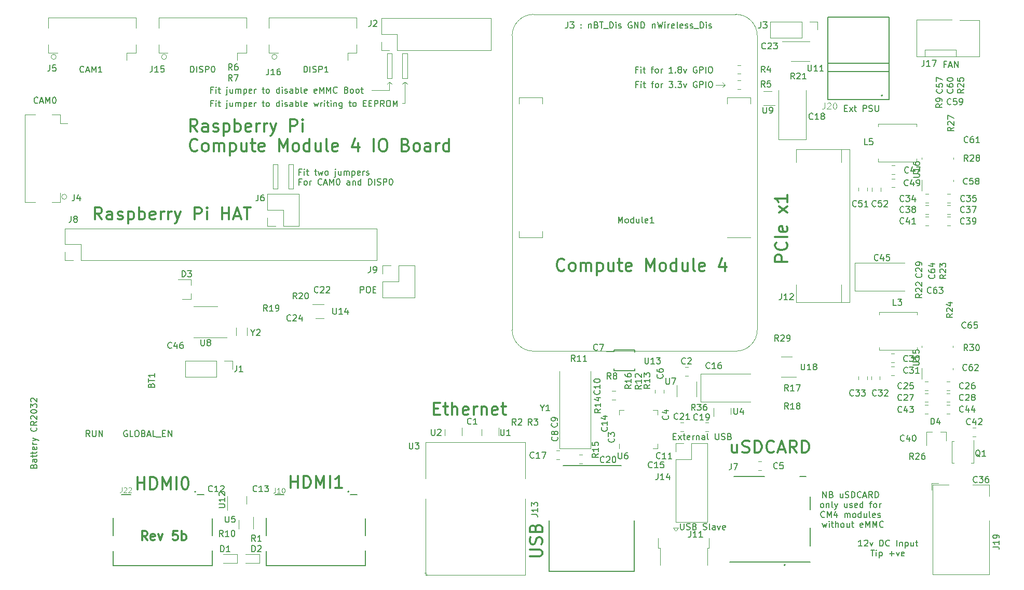
<source format=gbr>
G04 #@! TF.GenerationSoftware,KiCad,Pcbnew,(6.0.7)*
G04 #@! TF.CreationDate,2022-08-11T17:03:55+02:00*
G04 #@! TF.ProjectId,CM4IOv5,434d3449-4f76-4352-9e6b-696361645f70,rev?*
G04 #@! TF.SameCoordinates,Original*
G04 #@! TF.FileFunction,Legend,Top*
G04 #@! TF.FilePolarity,Positive*
%FSLAX46Y46*%
G04 Gerber Fmt 4.6, Leading zero omitted, Abs format (unit mm)*
G04 Created by KiCad (PCBNEW (6.0.7)) date 2022-08-11 17:03:55*
%MOMM*%
%LPD*%
G01*
G04 APERTURE LIST*
%ADD10C,0.120000*%
%ADD11C,0.300000*%
%ADD12C,0.150000*%
%ADD13C,0.050000*%
%ADD14C,0.127000*%
%ADD15C,0.200000*%
G04 APERTURE END LIST*
D10*
X136100000Y-82400000D02*
X138500000Y-82400000D01*
X141500000Y-81000000D02*
X141100000Y-81400000D01*
X192200000Y-81500000D02*
X193700000Y-81500000D01*
X139000000Y-81000000D02*
X139400000Y-81400000D01*
X193700000Y-81500000D02*
X193300000Y-81900000D01*
X193700000Y-81500000D02*
X193300000Y-81100000D01*
X193300000Y-81100000D02*
X193700000Y-81500000D01*
X122500000Y-94500000D02*
X123300000Y-94500000D01*
X123300000Y-94500000D02*
X123300000Y-98500000D01*
X123300000Y-98500000D02*
X122500000Y-98500000D01*
X122500000Y-98500000D02*
X122500000Y-94500000D01*
X139000000Y-82400000D02*
X139000000Y-81000000D01*
X141100000Y-84500000D02*
X141500000Y-84500000D01*
X138500000Y-82400000D02*
X139000000Y-82400000D01*
X139000000Y-81000000D02*
X138600000Y-81400000D01*
X141500000Y-81000000D02*
X141900000Y-81400000D01*
X120000000Y-94500000D02*
X120800000Y-94500000D01*
X120800000Y-94500000D02*
X120800000Y-98500000D01*
X120800000Y-98500000D02*
X120000000Y-98500000D01*
X120000000Y-98500000D02*
X120000000Y-94500000D01*
X138600000Y-76400000D02*
X139400000Y-76400000D01*
X139400000Y-76400000D02*
X139400000Y-80400000D01*
X139400000Y-80400000D02*
X138600000Y-80400000D01*
X138600000Y-80400000D02*
X138600000Y-76400000D01*
X141500000Y-84500000D02*
X141500000Y-81000000D01*
X141100000Y-76400000D02*
X141900000Y-76400000D01*
X141900000Y-76400000D02*
X141900000Y-80400000D01*
X141900000Y-80400000D02*
X141100000Y-80400000D01*
X141100000Y-80400000D02*
X141100000Y-76400000D01*
D11*
X99485714Y-155878571D02*
X98985714Y-155164285D01*
X98628571Y-155878571D02*
X98628571Y-154378571D01*
X99200000Y-154378571D01*
X99342857Y-154450000D01*
X99414285Y-154521428D01*
X99485714Y-154664285D01*
X99485714Y-154878571D01*
X99414285Y-155021428D01*
X99342857Y-155092857D01*
X99200000Y-155164285D01*
X98628571Y-155164285D01*
X100700000Y-155807142D02*
X100557142Y-155878571D01*
X100271428Y-155878571D01*
X100128571Y-155807142D01*
X100057142Y-155664285D01*
X100057142Y-155092857D01*
X100128571Y-154950000D01*
X100271428Y-154878571D01*
X100557142Y-154878571D01*
X100700000Y-154950000D01*
X100771428Y-155092857D01*
X100771428Y-155235714D01*
X100057142Y-155378571D01*
X101271428Y-154878571D02*
X101628571Y-155878571D01*
X101985714Y-154878571D01*
X104414285Y-154378571D02*
X103700000Y-154378571D01*
X103628571Y-155092857D01*
X103700000Y-155021428D01*
X103842857Y-154950000D01*
X104200000Y-154950000D01*
X104342857Y-155021428D01*
X104414285Y-155092857D01*
X104485714Y-155235714D01*
X104485714Y-155592857D01*
X104414285Y-155735714D01*
X104342857Y-155807142D01*
X104200000Y-155878571D01*
X103842857Y-155878571D01*
X103700000Y-155807142D01*
X103628571Y-155735714D01*
X105128571Y-155878571D02*
X105128571Y-154378571D01*
X105128571Y-154950000D02*
X105271428Y-154878571D01*
X105557142Y-154878571D01*
X105700000Y-154950000D01*
X105771428Y-155021428D01*
X105842857Y-155164285D01*
X105842857Y-155592857D01*
X105771428Y-155735714D01*
X105700000Y-155807142D01*
X105557142Y-155878571D01*
X105271428Y-155878571D01*
X105128571Y-155807142D01*
X107664047Y-89144761D02*
X106997380Y-88192380D01*
X106521190Y-89144761D02*
X106521190Y-87144761D01*
X107283095Y-87144761D01*
X107473571Y-87240000D01*
X107568809Y-87335238D01*
X107664047Y-87525714D01*
X107664047Y-87811428D01*
X107568809Y-88001904D01*
X107473571Y-88097142D01*
X107283095Y-88192380D01*
X106521190Y-88192380D01*
X109378333Y-89144761D02*
X109378333Y-88097142D01*
X109283095Y-87906666D01*
X109092619Y-87811428D01*
X108711666Y-87811428D01*
X108521190Y-87906666D01*
X109378333Y-89049523D02*
X109187857Y-89144761D01*
X108711666Y-89144761D01*
X108521190Y-89049523D01*
X108425952Y-88859047D01*
X108425952Y-88668571D01*
X108521190Y-88478095D01*
X108711666Y-88382857D01*
X109187857Y-88382857D01*
X109378333Y-88287619D01*
X110235476Y-89049523D02*
X110425952Y-89144761D01*
X110806904Y-89144761D01*
X110997380Y-89049523D01*
X111092619Y-88859047D01*
X111092619Y-88763809D01*
X110997380Y-88573333D01*
X110806904Y-88478095D01*
X110521190Y-88478095D01*
X110330714Y-88382857D01*
X110235476Y-88192380D01*
X110235476Y-88097142D01*
X110330714Y-87906666D01*
X110521190Y-87811428D01*
X110806904Y-87811428D01*
X110997380Y-87906666D01*
X111949761Y-87811428D02*
X111949761Y-89811428D01*
X111949761Y-87906666D02*
X112140238Y-87811428D01*
X112521190Y-87811428D01*
X112711666Y-87906666D01*
X112806904Y-88001904D01*
X112902142Y-88192380D01*
X112902142Y-88763809D01*
X112806904Y-88954285D01*
X112711666Y-89049523D01*
X112521190Y-89144761D01*
X112140238Y-89144761D01*
X111949761Y-89049523D01*
X113759285Y-89144761D02*
X113759285Y-87144761D01*
X113759285Y-87906666D02*
X113949761Y-87811428D01*
X114330714Y-87811428D01*
X114521190Y-87906666D01*
X114616428Y-88001904D01*
X114711666Y-88192380D01*
X114711666Y-88763809D01*
X114616428Y-88954285D01*
X114521190Y-89049523D01*
X114330714Y-89144761D01*
X113949761Y-89144761D01*
X113759285Y-89049523D01*
X116330714Y-89049523D02*
X116140238Y-89144761D01*
X115759285Y-89144761D01*
X115568809Y-89049523D01*
X115473571Y-88859047D01*
X115473571Y-88097142D01*
X115568809Y-87906666D01*
X115759285Y-87811428D01*
X116140238Y-87811428D01*
X116330714Y-87906666D01*
X116425952Y-88097142D01*
X116425952Y-88287619D01*
X115473571Y-88478095D01*
X117283095Y-89144761D02*
X117283095Y-87811428D01*
X117283095Y-88192380D02*
X117378333Y-88001904D01*
X117473571Y-87906666D01*
X117664047Y-87811428D01*
X117854523Y-87811428D01*
X118521190Y-89144761D02*
X118521190Y-87811428D01*
X118521190Y-88192380D02*
X118616428Y-88001904D01*
X118711666Y-87906666D01*
X118902142Y-87811428D01*
X119092619Y-87811428D01*
X119568809Y-87811428D02*
X120045000Y-89144761D01*
X120521190Y-87811428D02*
X120045000Y-89144761D01*
X119854523Y-89620952D01*
X119759285Y-89716190D01*
X119568809Y-89811428D01*
X122806904Y-89144761D02*
X122806904Y-87144761D01*
X123568809Y-87144761D01*
X123759285Y-87240000D01*
X123854523Y-87335238D01*
X123949761Y-87525714D01*
X123949761Y-87811428D01*
X123854523Y-88001904D01*
X123759285Y-88097142D01*
X123568809Y-88192380D01*
X122806904Y-88192380D01*
X124806904Y-89144761D02*
X124806904Y-87811428D01*
X124806904Y-87144761D02*
X124711666Y-87240000D01*
X124806904Y-87335238D01*
X124902142Y-87240000D01*
X124806904Y-87144761D01*
X124806904Y-87335238D01*
X107664047Y-92174285D02*
X107568809Y-92269523D01*
X107283095Y-92364761D01*
X107092619Y-92364761D01*
X106806904Y-92269523D01*
X106616428Y-92079047D01*
X106521190Y-91888571D01*
X106425952Y-91507619D01*
X106425952Y-91221904D01*
X106521190Y-90840952D01*
X106616428Y-90650476D01*
X106806904Y-90460000D01*
X107092619Y-90364761D01*
X107283095Y-90364761D01*
X107568809Y-90460000D01*
X107664047Y-90555238D01*
X108806904Y-92364761D02*
X108616428Y-92269523D01*
X108521190Y-92174285D01*
X108425952Y-91983809D01*
X108425952Y-91412380D01*
X108521190Y-91221904D01*
X108616428Y-91126666D01*
X108806904Y-91031428D01*
X109092619Y-91031428D01*
X109283095Y-91126666D01*
X109378333Y-91221904D01*
X109473571Y-91412380D01*
X109473571Y-91983809D01*
X109378333Y-92174285D01*
X109283095Y-92269523D01*
X109092619Y-92364761D01*
X108806904Y-92364761D01*
X110330714Y-92364761D02*
X110330714Y-91031428D01*
X110330714Y-91221904D02*
X110425952Y-91126666D01*
X110616428Y-91031428D01*
X110902142Y-91031428D01*
X111092619Y-91126666D01*
X111187857Y-91317142D01*
X111187857Y-92364761D01*
X111187857Y-91317142D02*
X111283095Y-91126666D01*
X111473571Y-91031428D01*
X111759285Y-91031428D01*
X111949761Y-91126666D01*
X112045000Y-91317142D01*
X112045000Y-92364761D01*
X112997380Y-91031428D02*
X112997380Y-93031428D01*
X112997380Y-91126666D02*
X113187857Y-91031428D01*
X113568809Y-91031428D01*
X113759285Y-91126666D01*
X113854523Y-91221904D01*
X113949761Y-91412380D01*
X113949761Y-91983809D01*
X113854523Y-92174285D01*
X113759285Y-92269523D01*
X113568809Y-92364761D01*
X113187857Y-92364761D01*
X112997380Y-92269523D01*
X115664047Y-91031428D02*
X115664047Y-92364761D01*
X114806904Y-91031428D02*
X114806904Y-92079047D01*
X114902142Y-92269523D01*
X115092619Y-92364761D01*
X115378333Y-92364761D01*
X115568809Y-92269523D01*
X115664047Y-92174285D01*
X116330714Y-91031428D02*
X117092619Y-91031428D01*
X116616428Y-90364761D02*
X116616428Y-92079047D01*
X116711666Y-92269523D01*
X116902142Y-92364761D01*
X117092619Y-92364761D01*
X118521190Y-92269523D02*
X118330714Y-92364761D01*
X117949761Y-92364761D01*
X117759285Y-92269523D01*
X117664047Y-92079047D01*
X117664047Y-91317142D01*
X117759285Y-91126666D01*
X117949761Y-91031428D01*
X118330714Y-91031428D01*
X118521190Y-91126666D01*
X118616428Y-91317142D01*
X118616428Y-91507619D01*
X117664047Y-91698095D01*
X120997380Y-92364761D02*
X120997380Y-90364761D01*
X121664047Y-91793333D01*
X122330714Y-90364761D01*
X122330714Y-92364761D01*
X123568809Y-92364761D02*
X123378333Y-92269523D01*
X123283095Y-92174285D01*
X123187857Y-91983809D01*
X123187857Y-91412380D01*
X123283095Y-91221904D01*
X123378333Y-91126666D01*
X123568809Y-91031428D01*
X123854523Y-91031428D01*
X124045000Y-91126666D01*
X124140238Y-91221904D01*
X124235476Y-91412380D01*
X124235476Y-91983809D01*
X124140238Y-92174285D01*
X124045000Y-92269523D01*
X123854523Y-92364761D01*
X123568809Y-92364761D01*
X125949761Y-92364761D02*
X125949761Y-90364761D01*
X125949761Y-92269523D02*
X125759285Y-92364761D01*
X125378333Y-92364761D01*
X125187857Y-92269523D01*
X125092619Y-92174285D01*
X124997380Y-91983809D01*
X124997380Y-91412380D01*
X125092619Y-91221904D01*
X125187857Y-91126666D01*
X125378333Y-91031428D01*
X125759285Y-91031428D01*
X125949761Y-91126666D01*
X127759285Y-91031428D02*
X127759285Y-92364761D01*
X126902142Y-91031428D02*
X126902142Y-92079047D01*
X126997380Y-92269523D01*
X127187857Y-92364761D01*
X127473571Y-92364761D01*
X127664047Y-92269523D01*
X127759285Y-92174285D01*
X128997380Y-92364761D02*
X128806904Y-92269523D01*
X128711666Y-92079047D01*
X128711666Y-90364761D01*
X130521190Y-92269523D02*
X130330714Y-92364761D01*
X129949761Y-92364761D01*
X129759285Y-92269523D01*
X129664047Y-92079047D01*
X129664047Y-91317142D01*
X129759285Y-91126666D01*
X129949761Y-91031428D01*
X130330714Y-91031428D01*
X130521190Y-91126666D01*
X130616428Y-91317142D01*
X130616428Y-91507619D01*
X129664047Y-91698095D01*
X133854523Y-91031428D02*
X133854523Y-92364761D01*
X133378333Y-90269523D02*
X132902142Y-91698095D01*
X134140238Y-91698095D01*
X136425952Y-92364761D02*
X136425952Y-90364761D01*
X137759285Y-90364761D02*
X138140238Y-90364761D01*
X138330714Y-90460000D01*
X138521190Y-90650476D01*
X138616428Y-91031428D01*
X138616428Y-91698095D01*
X138521190Y-92079047D01*
X138330714Y-92269523D01*
X138140238Y-92364761D01*
X137759285Y-92364761D01*
X137568809Y-92269523D01*
X137378333Y-92079047D01*
X137283095Y-91698095D01*
X137283095Y-91031428D01*
X137378333Y-90650476D01*
X137568809Y-90460000D01*
X137759285Y-90364761D01*
X141664047Y-91317142D02*
X141949761Y-91412380D01*
X142045000Y-91507619D01*
X142140238Y-91698095D01*
X142140238Y-91983809D01*
X142045000Y-92174285D01*
X141949761Y-92269523D01*
X141759285Y-92364761D01*
X140997380Y-92364761D01*
X140997380Y-90364761D01*
X141664047Y-90364761D01*
X141854523Y-90460000D01*
X141949761Y-90555238D01*
X142045000Y-90745714D01*
X142045000Y-90936190D01*
X141949761Y-91126666D01*
X141854523Y-91221904D01*
X141664047Y-91317142D01*
X140997380Y-91317142D01*
X143283095Y-92364761D02*
X143092619Y-92269523D01*
X142997380Y-92174285D01*
X142902142Y-91983809D01*
X142902142Y-91412380D01*
X142997380Y-91221904D01*
X143092619Y-91126666D01*
X143283095Y-91031428D01*
X143568809Y-91031428D01*
X143759285Y-91126666D01*
X143854523Y-91221904D01*
X143949761Y-91412380D01*
X143949761Y-91983809D01*
X143854523Y-92174285D01*
X143759285Y-92269523D01*
X143568809Y-92364761D01*
X143283095Y-92364761D01*
X145664047Y-92364761D02*
X145664047Y-91317142D01*
X145568809Y-91126666D01*
X145378333Y-91031428D01*
X144997380Y-91031428D01*
X144806904Y-91126666D01*
X145664047Y-92269523D02*
X145473571Y-92364761D01*
X144997380Y-92364761D01*
X144806904Y-92269523D01*
X144711666Y-92079047D01*
X144711666Y-91888571D01*
X144806904Y-91698095D01*
X144997380Y-91602857D01*
X145473571Y-91602857D01*
X145664047Y-91507619D01*
X146616428Y-92364761D02*
X146616428Y-91031428D01*
X146616428Y-91412380D02*
X146711666Y-91221904D01*
X146806904Y-91126666D01*
X146997380Y-91031428D01*
X147187857Y-91031428D01*
X148711666Y-92364761D02*
X148711666Y-90364761D01*
X148711666Y-92269523D02*
X148521190Y-92364761D01*
X148140238Y-92364761D01*
X147949761Y-92269523D01*
X147854523Y-92174285D01*
X147759285Y-91983809D01*
X147759285Y-91412380D01*
X147854523Y-91221904D01*
X147949761Y-91126666D01*
X148140238Y-91031428D01*
X148521190Y-91031428D01*
X148711666Y-91126666D01*
D12*
X179514285Y-81428571D02*
X179180952Y-81428571D01*
X179180952Y-81952380D02*
X179180952Y-80952380D01*
X179657142Y-80952380D01*
X180038095Y-81952380D02*
X180038095Y-81285714D01*
X180038095Y-80952380D02*
X179990476Y-81000000D01*
X180038095Y-81047619D01*
X180085714Y-81000000D01*
X180038095Y-80952380D01*
X180038095Y-81047619D01*
X180371428Y-81285714D02*
X180752380Y-81285714D01*
X180514285Y-80952380D02*
X180514285Y-81809523D01*
X180561904Y-81904761D01*
X180657142Y-81952380D01*
X180752380Y-81952380D01*
X181704761Y-81285714D02*
X182085714Y-81285714D01*
X181847619Y-81952380D02*
X181847619Y-81095238D01*
X181895238Y-81000000D01*
X181990476Y-80952380D01*
X182085714Y-80952380D01*
X182561904Y-81952380D02*
X182466666Y-81904761D01*
X182419047Y-81857142D01*
X182371428Y-81761904D01*
X182371428Y-81476190D01*
X182419047Y-81380952D01*
X182466666Y-81333333D01*
X182561904Y-81285714D01*
X182704761Y-81285714D01*
X182800000Y-81333333D01*
X182847619Y-81380952D01*
X182895238Y-81476190D01*
X182895238Y-81761904D01*
X182847619Y-81857142D01*
X182800000Y-81904761D01*
X182704761Y-81952380D01*
X182561904Y-81952380D01*
X183323809Y-81952380D02*
X183323809Y-81285714D01*
X183323809Y-81476190D02*
X183371428Y-81380952D01*
X183419047Y-81333333D01*
X183514285Y-81285714D01*
X183609523Y-81285714D01*
X184609523Y-80952380D02*
X185228571Y-80952380D01*
X184895238Y-81333333D01*
X185038095Y-81333333D01*
X185133333Y-81380952D01*
X185180952Y-81428571D01*
X185228571Y-81523809D01*
X185228571Y-81761904D01*
X185180952Y-81857142D01*
X185133333Y-81904761D01*
X185038095Y-81952380D01*
X184752380Y-81952380D01*
X184657142Y-81904761D01*
X184609523Y-81857142D01*
X185657142Y-81857142D02*
X185704761Y-81904761D01*
X185657142Y-81952380D01*
X185609523Y-81904761D01*
X185657142Y-81857142D01*
X185657142Y-81952380D01*
X186038095Y-80952380D02*
X186657142Y-80952380D01*
X186323809Y-81333333D01*
X186466666Y-81333333D01*
X186561904Y-81380952D01*
X186609523Y-81428571D01*
X186657142Y-81523809D01*
X186657142Y-81761904D01*
X186609523Y-81857142D01*
X186561904Y-81904761D01*
X186466666Y-81952380D01*
X186180952Y-81952380D01*
X186085714Y-81904761D01*
X186038095Y-81857142D01*
X186990476Y-81285714D02*
X187228571Y-81952380D01*
X187466666Y-81285714D01*
X189133333Y-81000000D02*
X189038095Y-80952380D01*
X188895238Y-80952380D01*
X188752380Y-81000000D01*
X188657142Y-81095238D01*
X188609523Y-81190476D01*
X188561904Y-81380952D01*
X188561904Y-81523809D01*
X188609523Y-81714285D01*
X188657142Y-81809523D01*
X188752380Y-81904761D01*
X188895238Y-81952380D01*
X188990476Y-81952380D01*
X189133333Y-81904761D01*
X189180952Y-81857142D01*
X189180952Y-81523809D01*
X188990476Y-81523809D01*
X189609523Y-81952380D02*
X189609523Y-80952380D01*
X189990476Y-80952380D01*
X190085714Y-81000000D01*
X190133333Y-81047619D01*
X190180952Y-81142857D01*
X190180952Y-81285714D01*
X190133333Y-81380952D01*
X190085714Y-81428571D01*
X189990476Y-81476190D01*
X189609523Y-81476190D01*
X190609523Y-81952380D02*
X190609523Y-80952380D01*
X191276190Y-80952380D02*
X191466666Y-80952380D01*
X191561904Y-81000000D01*
X191657142Y-81095238D01*
X191704761Y-81285714D01*
X191704761Y-81619047D01*
X191657142Y-81809523D01*
X191561904Y-81904761D01*
X191466666Y-81952380D01*
X191276190Y-81952380D01*
X191180952Y-81904761D01*
X191085714Y-81809523D01*
X191038095Y-81619047D01*
X191038095Y-81285714D01*
X191085714Y-81095238D01*
X191180952Y-81000000D01*
X191276190Y-80952380D01*
X110168928Y-84528571D02*
X109835595Y-84528571D01*
X109835595Y-85052380D02*
X109835595Y-84052380D01*
X110311785Y-84052380D01*
X110692738Y-85052380D02*
X110692738Y-84385714D01*
X110692738Y-84052380D02*
X110645119Y-84100000D01*
X110692738Y-84147619D01*
X110740357Y-84100000D01*
X110692738Y-84052380D01*
X110692738Y-84147619D01*
X111026071Y-84385714D02*
X111407023Y-84385714D01*
X111168928Y-84052380D02*
X111168928Y-84909523D01*
X111216547Y-85004761D01*
X111311785Y-85052380D01*
X111407023Y-85052380D01*
X112502261Y-84385714D02*
X112502261Y-85242857D01*
X112454642Y-85338095D01*
X112359404Y-85385714D01*
X112311785Y-85385714D01*
X112502261Y-84052380D02*
X112454642Y-84100000D01*
X112502261Y-84147619D01*
X112549880Y-84100000D01*
X112502261Y-84052380D01*
X112502261Y-84147619D01*
X113407023Y-84385714D02*
X113407023Y-85052380D01*
X112978452Y-84385714D02*
X112978452Y-84909523D01*
X113026071Y-85004761D01*
X113121309Y-85052380D01*
X113264166Y-85052380D01*
X113359404Y-85004761D01*
X113407023Y-84957142D01*
X113883214Y-85052380D02*
X113883214Y-84385714D01*
X113883214Y-84480952D02*
X113930833Y-84433333D01*
X114026071Y-84385714D01*
X114168928Y-84385714D01*
X114264166Y-84433333D01*
X114311785Y-84528571D01*
X114311785Y-85052380D01*
X114311785Y-84528571D02*
X114359404Y-84433333D01*
X114454642Y-84385714D01*
X114597500Y-84385714D01*
X114692738Y-84433333D01*
X114740357Y-84528571D01*
X114740357Y-85052380D01*
X115216547Y-84385714D02*
X115216547Y-85385714D01*
X115216547Y-84433333D02*
X115311785Y-84385714D01*
X115502261Y-84385714D01*
X115597500Y-84433333D01*
X115645119Y-84480952D01*
X115692738Y-84576190D01*
X115692738Y-84861904D01*
X115645119Y-84957142D01*
X115597500Y-85004761D01*
X115502261Y-85052380D01*
X115311785Y-85052380D01*
X115216547Y-85004761D01*
X116502261Y-85004761D02*
X116407023Y-85052380D01*
X116216547Y-85052380D01*
X116121309Y-85004761D01*
X116073690Y-84909523D01*
X116073690Y-84528571D01*
X116121309Y-84433333D01*
X116216547Y-84385714D01*
X116407023Y-84385714D01*
X116502261Y-84433333D01*
X116549880Y-84528571D01*
X116549880Y-84623809D01*
X116073690Y-84719047D01*
X116978452Y-85052380D02*
X116978452Y-84385714D01*
X116978452Y-84576190D02*
X117026071Y-84480952D01*
X117073690Y-84433333D01*
X117168928Y-84385714D01*
X117264166Y-84385714D01*
X118216547Y-84385714D02*
X118597500Y-84385714D01*
X118359404Y-84052380D02*
X118359404Y-84909523D01*
X118407023Y-85004761D01*
X118502261Y-85052380D01*
X118597500Y-85052380D01*
X119073690Y-85052380D02*
X118978452Y-85004761D01*
X118930833Y-84957142D01*
X118883214Y-84861904D01*
X118883214Y-84576190D01*
X118930833Y-84480952D01*
X118978452Y-84433333D01*
X119073690Y-84385714D01*
X119216547Y-84385714D01*
X119311785Y-84433333D01*
X119359404Y-84480952D01*
X119407023Y-84576190D01*
X119407023Y-84861904D01*
X119359404Y-84957142D01*
X119311785Y-85004761D01*
X119216547Y-85052380D01*
X119073690Y-85052380D01*
X121026071Y-85052380D02*
X121026071Y-84052380D01*
X121026071Y-85004761D02*
X120930833Y-85052380D01*
X120740357Y-85052380D01*
X120645119Y-85004761D01*
X120597500Y-84957142D01*
X120549880Y-84861904D01*
X120549880Y-84576190D01*
X120597500Y-84480952D01*
X120645119Y-84433333D01*
X120740357Y-84385714D01*
X120930833Y-84385714D01*
X121026071Y-84433333D01*
X121502261Y-85052380D02*
X121502261Y-84385714D01*
X121502261Y-84052380D02*
X121454642Y-84100000D01*
X121502261Y-84147619D01*
X121549880Y-84100000D01*
X121502261Y-84052380D01*
X121502261Y-84147619D01*
X121930833Y-85004761D02*
X122026071Y-85052380D01*
X122216547Y-85052380D01*
X122311785Y-85004761D01*
X122359404Y-84909523D01*
X122359404Y-84861904D01*
X122311785Y-84766666D01*
X122216547Y-84719047D01*
X122073690Y-84719047D01*
X121978452Y-84671428D01*
X121930833Y-84576190D01*
X121930833Y-84528571D01*
X121978452Y-84433333D01*
X122073690Y-84385714D01*
X122216547Y-84385714D01*
X122311785Y-84433333D01*
X123216547Y-85052380D02*
X123216547Y-84528571D01*
X123168928Y-84433333D01*
X123073690Y-84385714D01*
X122883214Y-84385714D01*
X122787976Y-84433333D01*
X123216547Y-85004761D02*
X123121309Y-85052380D01*
X122883214Y-85052380D01*
X122787976Y-85004761D01*
X122740357Y-84909523D01*
X122740357Y-84814285D01*
X122787976Y-84719047D01*
X122883214Y-84671428D01*
X123121309Y-84671428D01*
X123216547Y-84623809D01*
X123692738Y-85052380D02*
X123692738Y-84052380D01*
X123692738Y-84433333D02*
X123787976Y-84385714D01*
X123978452Y-84385714D01*
X124073690Y-84433333D01*
X124121309Y-84480952D01*
X124168928Y-84576190D01*
X124168928Y-84861904D01*
X124121309Y-84957142D01*
X124073690Y-85004761D01*
X123978452Y-85052380D01*
X123787976Y-85052380D01*
X123692738Y-85004761D01*
X124740357Y-85052380D02*
X124645119Y-85004761D01*
X124597500Y-84909523D01*
X124597500Y-84052380D01*
X125502261Y-85004761D02*
X125407023Y-85052380D01*
X125216547Y-85052380D01*
X125121309Y-85004761D01*
X125073690Y-84909523D01*
X125073690Y-84528571D01*
X125121309Y-84433333D01*
X125216547Y-84385714D01*
X125407023Y-84385714D01*
X125502261Y-84433333D01*
X125549880Y-84528571D01*
X125549880Y-84623809D01*
X125073690Y-84719047D01*
X126645119Y-84385714D02*
X126835595Y-85052380D01*
X127026071Y-84576190D01*
X127216547Y-85052380D01*
X127407023Y-84385714D01*
X127787976Y-85052380D02*
X127787976Y-84385714D01*
X127787976Y-84576190D02*
X127835595Y-84480952D01*
X127883214Y-84433333D01*
X127978452Y-84385714D01*
X128073690Y-84385714D01*
X128407023Y-85052380D02*
X128407023Y-84385714D01*
X128407023Y-84052380D02*
X128359404Y-84100000D01*
X128407023Y-84147619D01*
X128454642Y-84100000D01*
X128407023Y-84052380D01*
X128407023Y-84147619D01*
X128740357Y-84385714D02*
X129121309Y-84385714D01*
X128883214Y-84052380D02*
X128883214Y-84909523D01*
X128930833Y-85004761D01*
X129026071Y-85052380D01*
X129121309Y-85052380D01*
X129454642Y-85052380D02*
X129454642Y-84385714D01*
X129454642Y-84052380D02*
X129407023Y-84100000D01*
X129454642Y-84147619D01*
X129502261Y-84100000D01*
X129454642Y-84052380D01*
X129454642Y-84147619D01*
X129930833Y-84385714D02*
X129930833Y-85052380D01*
X129930833Y-84480952D02*
X129978452Y-84433333D01*
X130073690Y-84385714D01*
X130216547Y-84385714D01*
X130311785Y-84433333D01*
X130359404Y-84528571D01*
X130359404Y-85052380D01*
X131264166Y-84385714D02*
X131264166Y-85195238D01*
X131216547Y-85290476D01*
X131168928Y-85338095D01*
X131073690Y-85385714D01*
X130930833Y-85385714D01*
X130835595Y-85338095D01*
X131264166Y-85004761D02*
X131168928Y-85052380D01*
X130978452Y-85052380D01*
X130883214Y-85004761D01*
X130835595Y-84957142D01*
X130787976Y-84861904D01*
X130787976Y-84576190D01*
X130835595Y-84480952D01*
X130883214Y-84433333D01*
X130978452Y-84385714D01*
X131168928Y-84385714D01*
X131264166Y-84433333D01*
X132359404Y-84385714D02*
X132740357Y-84385714D01*
X132502261Y-84052380D02*
X132502261Y-84909523D01*
X132549880Y-85004761D01*
X132645119Y-85052380D01*
X132740357Y-85052380D01*
X133216547Y-85052380D02*
X133121309Y-85004761D01*
X133073690Y-84957142D01*
X133026071Y-84861904D01*
X133026071Y-84576190D01*
X133073690Y-84480952D01*
X133121309Y-84433333D01*
X133216547Y-84385714D01*
X133359404Y-84385714D01*
X133454642Y-84433333D01*
X133502261Y-84480952D01*
X133549880Y-84576190D01*
X133549880Y-84861904D01*
X133502261Y-84957142D01*
X133454642Y-85004761D01*
X133359404Y-85052380D01*
X133216547Y-85052380D01*
X134740357Y-84528571D02*
X135073690Y-84528571D01*
X135216547Y-85052380D02*
X134740357Y-85052380D01*
X134740357Y-84052380D01*
X135216547Y-84052380D01*
X135645119Y-84528571D02*
X135978452Y-84528571D01*
X136121309Y-85052380D02*
X135645119Y-85052380D01*
X135645119Y-84052380D01*
X136121309Y-84052380D01*
X136549880Y-85052380D02*
X136549880Y-84052380D01*
X136930833Y-84052380D01*
X137026071Y-84100000D01*
X137073690Y-84147619D01*
X137121309Y-84242857D01*
X137121309Y-84385714D01*
X137073690Y-84480952D01*
X137026071Y-84528571D01*
X136930833Y-84576190D01*
X136549880Y-84576190D01*
X138121309Y-85052380D02*
X137787976Y-84576190D01*
X137549880Y-85052380D02*
X137549880Y-84052380D01*
X137930833Y-84052380D01*
X138026071Y-84100000D01*
X138073690Y-84147619D01*
X138121309Y-84242857D01*
X138121309Y-84385714D01*
X138073690Y-84480952D01*
X138026071Y-84528571D01*
X137930833Y-84576190D01*
X137549880Y-84576190D01*
X138740357Y-84052380D02*
X138930833Y-84052380D01*
X139026071Y-84100000D01*
X139121309Y-84195238D01*
X139168928Y-84385714D01*
X139168928Y-84719047D01*
X139121309Y-84909523D01*
X139026071Y-85004761D01*
X138930833Y-85052380D01*
X138740357Y-85052380D01*
X138645119Y-85004761D01*
X138549880Y-84909523D01*
X138502261Y-84719047D01*
X138502261Y-84385714D01*
X138549880Y-84195238D01*
X138645119Y-84100000D01*
X138740357Y-84052380D01*
X139597500Y-85052380D02*
X139597500Y-84052380D01*
X139930833Y-84766666D01*
X140264166Y-84052380D01*
X140264166Y-85052380D01*
X181914285Y-71585714D02*
X181914285Y-72252380D01*
X181914285Y-71680952D02*
X181961904Y-71633333D01*
X182057142Y-71585714D01*
X182200000Y-71585714D01*
X182295238Y-71633333D01*
X182342857Y-71728571D01*
X182342857Y-72252380D01*
X182723809Y-71252380D02*
X182961904Y-72252380D01*
X183152380Y-71538095D01*
X183342857Y-72252380D01*
X183580952Y-71252380D01*
X183961904Y-72252380D02*
X183961904Y-71585714D01*
X183961904Y-71252380D02*
X183914285Y-71300000D01*
X183961904Y-71347619D01*
X184009523Y-71300000D01*
X183961904Y-71252380D01*
X183961904Y-71347619D01*
X184438095Y-72252380D02*
X184438095Y-71585714D01*
X184438095Y-71776190D02*
X184485714Y-71680952D01*
X184533333Y-71633333D01*
X184628571Y-71585714D01*
X184723809Y-71585714D01*
X185438095Y-72204761D02*
X185342857Y-72252380D01*
X185152380Y-72252380D01*
X185057142Y-72204761D01*
X185009523Y-72109523D01*
X185009523Y-71728571D01*
X185057142Y-71633333D01*
X185152380Y-71585714D01*
X185342857Y-71585714D01*
X185438095Y-71633333D01*
X185485714Y-71728571D01*
X185485714Y-71823809D01*
X185009523Y-71919047D01*
X186057142Y-72252380D02*
X185961904Y-72204761D01*
X185914285Y-72109523D01*
X185914285Y-71252380D01*
X186819047Y-72204761D02*
X186723809Y-72252380D01*
X186533333Y-72252380D01*
X186438095Y-72204761D01*
X186390476Y-72109523D01*
X186390476Y-71728571D01*
X186438095Y-71633333D01*
X186533333Y-71585714D01*
X186723809Y-71585714D01*
X186819047Y-71633333D01*
X186866666Y-71728571D01*
X186866666Y-71823809D01*
X186390476Y-71919047D01*
X187247619Y-72204761D02*
X187342857Y-72252380D01*
X187533333Y-72252380D01*
X187628571Y-72204761D01*
X187676190Y-72109523D01*
X187676190Y-72061904D01*
X187628571Y-71966666D01*
X187533333Y-71919047D01*
X187390476Y-71919047D01*
X187295238Y-71871428D01*
X187247619Y-71776190D01*
X187247619Y-71728571D01*
X187295238Y-71633333D01*
X187390476Y-71585714D01*
X187533333Y-71585714D01*
X187628571Y-71633333D01*
X188057142Y-72204761D02*
X188152380Y-72252380D01*
X188342857Y-72252380D01*
X188438095Y-72204761D01*
X188485714Y-72109523D01*
X188485714Y-72061904D01*
X188438095Y-71966666D01*
X188342857Y-71919047D01*
X188200000Y-71919047D01*
X188104761Y-71871428D01*
X188057142Y-71776190D01*
X188057142Y-71728571D01*
X188104761Y-71633333D01*
X188200000Y-71585714D01*
X188342857Y-71585714D01*
X188438095Y-71633333D01*
X188676190Y-72347619D02*
X189438095Y-72347619D01*
X189676190Y-72252380D02*
X189676190Y-71252380D01*
X189914285Y-71252380D01*
X190057142Y-71300000D01*
X190152380Y-71395238D01*
X190200000Y-71490476D01*
X190247619Y-71680952D01*
X190247619Y-71823809D01*
X190200000Y-72014285D01*
X190152380Y-72109523D01*
X190057142Y-72204761D01*
X189914285Y-72252380D01*
X189676190Y-72252380D01*
X190676190Y-72252380D02*
X190676190Y-71585714D01*
X190676190Y-71252380D02*
X190628571Y-71300000D01*
X190676190Y-71347619D01*
X190723809Y-71300000D01*
X190676190Y-71252380D01*
X190676190Y-71347619D01*
X191104761Y-72204761D02*
X191200000Y-72252380D01*
X191390476Y-72252380D01*
X191485714Y-72204761D01*
X191533333Y-72109523D01*
X191533333Y-72061904D01*
X191485714Y-71966666D01*
X191390476Y-71919047D01*
X191247619Y-71919047D01*
X191152380Y-71871428D01*
X191104761Y-71776190D01*
X191104761Y-71728571D01*
X191152380Y-71633333D01*
X191247619Y-71585714D01*
X191390476Y-71585714D01*
X191485714Y-71633333D01*
X89133333Y-79357142D02*
X89085714Y-79404761D01*
X88942857Y-79452380D01*
X88847619Y-79452380D01*
X88704761Y-79404761D01*
X88609523Y-79309523D01*
X88561904Y-79214285D01*
X88514285Y-79023809D01*
X88514285Y-78880952D01*
X88561904Y-78690476D01*
X88609523Y-78595238D01*
X88704761Y-78500000D01*
X88847619Y-78452380D01*
X88942857Y-78452380D01*
X89085714Y-78500000D01*
X89133333Y-78547619D01*
X89514285Y-79166666D02*
X89990476Y-79166666D01*
X89419047Y-79452380D02*
X89752380Y-78452380D01*
X90085714Y-79452380D01*
X90419047Y-79452380D02*
X90419047Y-78452380D01*
X90752380Y-79166666D01*
X91085714Y-78452380D01*
X91085714Y-79452380D01*
X92085714Y-79452380D02*
X91514285Y-79452380D01*
X91800000Y-79452380D02*
X91800000Y-78452380D01*
X91704761Y-78595238D01*
X91609523Y-78690476D01*
X91514285Y-78738095D01*
X81633333Y-84432142D02*
X81585714Y-84479761D01*
X81442857Y-84527380D01*
X81347619Y-84527380D01*
X81204761Y-84479761D01*
X81109523Y-84384523D01*
X81061904Y-84289285D01*
X81014285Y-84098809D01*
X81014285Y-83955952D01*
X81061904Y-83765476D01*
X81109523Y-83670238D01*
X81204761Y-83575000D01*
X81347619Y-83527380D01*
X81442857Y-83527380D01*
X81585714Y-83575000D01*
X81633333Y-83622619D01*
X82014285Y-84241666D02*
X82490476Y-84241666D01*
X81919047Y-84527380D02*
X82252380Y-83527380D01*
X82585714Y-84527380D01*
X82919047Y-84527380D02*
X82919047Y-83527380D01*
X83252380Y-84241666D01*
X83585714Y-83527380D01*
X83585714Y-84527380D01*
X84252380Y-83527380D02*
X84347619Y-83527380D01*
X84442857Y-83575000D01*
X84490476Y-83622619D01*
X84538095Y-83717857D01*
X84585714Y-83908333D01*
X84585714Y-84146428D01*
X84538095Y-84336904D01*
X84490476Y-84432142D01*
X84442857Y-84479761D01*
X84347619Y-84527380D01*
X84252380Y-84527380D01*
X84157142Y-84479761D01*
X84109523Y-84432142D01*
X84061904Y-84336904D01*
X84014285Y-84146428D01*
X84014285Y-83908333D01*
X84061904Y-83717857D01*
X84109523Y-83622619D01*
X84157142Y-83575000D01*
X84252380Y-83527380D01*
X186457142Y-153152380D02*
X186457142Y-153961904D01*
X186504761Y-154057142D01*
X186552380Y-154104761D01*
X186647619Y-154152380D01*
X186838095Y-154152380D01*
X186933333Y-154104761D01*
X186980952Y-154057142D01*
X187028571Y-153961904D01*
X187028571Y-153152380D01*
X187457142Y-154104761D02*
X187600000Y-154152380D01*
X187838095Y-154152380D01*
X187933333Y-154104761D01*
X187980952Y-154057142D01*
X188028571Y-153961904D01*
X188028571Y-153866666D01*
X187980952Y-153771428D01*
X187933333Y-153723809D01*
X187838095Y-153676190D01*
X187647619Y-153628571D01*
X187552380Y-153580952D01*
X187504761Y-153533333D01*
X187457142Y-153438095D01*
X187457142Y-153342857D01*
X187504761Y-153247619D01*
X187552380Y-153200000D01*
X187647619Y-153152380D01*
X187885714Y-153152380D01*
X188028571Y-153200000D01*
X188790476Y-153628571D02*
X188933333Y-153676190D01*
X188980952Y-153723809D01*
X189028571Y-153819047D01*
X189028571Y-153961904D01*
X188980952Y-154057142D01*
X188933333Y-154104761D01*
X188838095Y-154152380D01*
X188457142Y-154152380D01*
X188457142Y-153152380D01*
X188790476Y-153152380D01*
X188885714Y-153200000D01*
X188933333Y-153247619D01*
X188980952Y-153342857D01*
X188980952Y-153438095D01*
X188933333Y-153533333D01*
X188885714Y-153580952D01*
X188790476Y-153628571D01*
X188457142Y-153628571D01*
X190171428Y-154104761D02*
X190314285Y-154152380D01*
X190552380Y-154152380D01*
X190647619Y-154104761D01*
X190695238Y-154057142D01*
X190742857Y-153961904D01*
X190742857Y-153866666D01*
X190695238Y-153771428D01*
X190647619Y-153723809D01*
X190552380Y-153676190D01*
X190361904Y-153628571D01*
X190266666Y-153580952D01*
X190219047Y-153533333D01*
X190171428Y-153438095D01*
X190171428Y-153342857D01*
X190219047Y-153247619D01*
X190266666Y-153200000D01*
X190361904Y-153152380D01*
X190600000Y-153152380D01*
X190742857Y-153200000D01*
X191314285Y-154152380D02*
X191219047Y-154104761D01*
X191171428Y-154009523D01*
X191171428Y-153152380D01*
X192123809Y-154152380D02*
X192123809Y-153628571D01*
X192076190Y-153533333D01*
X191980952Y-153485714D01*
X191790476Y-153485714D01*
X191695238Y-153533333D01*
X192123809Y-154104761D02*
X192028571Y-154152380D01*
X191790476Y-154152380D01*
X191695238Y-154104761D01*
X191647619Y-154009523D01*
X191647619Y-153914285D01*
X191695238Y-153819047D01*
X191790476Y-153771428D01*
X192028571Y-153771428D01*
X192123809Y-153723809D01*
X192504761Y-153485714D02*
X192742857Y-154152380D01*
X192980952Y-153485714D01*
X193742857Y-154104761D02*
X193647619Y-154152380D01*
X193457142Y-154152380D01*
X193361904Y-154104761D01*
X193314285Y-154009523D01*
X193314285Y-153628571D01*
X193361904Y-153533333D01*
X193457142Y-153485714D01*
X193647619Y-153485714D01*
X193742857Y-153533333D01*
X193790476Y-153628571D01*
X193790476Y-153723809D01*
X193314285Y-153819047D01*
X125047619Y-79452380D02*
X125047619Y-78452380D01*
X125285714Y-78452380D01*
X125428571Y-78500000D01*
X125523809Y-78595238D01*
X125571428Y-78690476D01*
X125619047Y-78880952D01*
X125619047Y-79023809D01*
X125571428Y-79214285D01*
X125523809Y-79309523D01*
X125428571Y-79404761D01*
X125285714Y-79452380D01*
X125047619Y-79452380D01*
X126047619Y-79452380D02*
X126047619Y-78452380D01*
X126476190Y-79404761D02*
X126619047Y-79452380D01*
X126857142Y-79452380D01*
X126952380Y-79404761D01*
X127000000Y-79357142D01*
X127047619Y-79261904D01*
X127047619Y-79166666D01*
X127000000Y-79071428D01*
X126952380Y-79023809D01*
X126857142Y-78976190D01*
X126666666Y-78928571D01*
X126571428Y-78880952D01*
X126523809Y-78833333D01*
X126476190Y-78738095D01*
X126476190Y-78642857D01*
X126523809Y-78547619D01*
X126571428Y-78500000D01*
X126666666Y-78452380D01*
X126904761Y-78452380D01*
X127047619Y-78500000D01*
X127476190Y-79452380D02*
X127476190Y-78452380D01*
X127857142Y-78452380D01*
X127952380Y-78500000D01*
X128000000Y-78547619D01*
X128047619Y-78642857D01*
X128047619Y-78785714D01*
X128000000Y-78880952D01*
X127952380Y-78928571D01*
X127857142Y-78976190D01*
X127476190Y-78976190D01*
X129000000Y-79452380D02*
X128428571Y-79452380D01*
X128714285Y-79452380D02*
X128714285Y-78452380D01*
X128619047Y-78595238D01*
X128523809Y-78690476D01*
X128428571Y-78738095D01*
D11*
X92071428Y-103504761D02*
X91404761Y-102552380D01*
X90928571Y-103504761D02*
X90928571Y-101504761D01*
X91690476Y-101504761D01*
X91880952Y-101600000D01*
X91976190Y-101695238D01*
X92071428Y-101885714D01*
X92071428Y-102171428D01*
X91976190Y-102361904D01*
X91880952Y-102457142D01*
X91690476Y-102552380D01*
X90928571Y-102552380D01*
X93785714Y-103504761D02*
X93785714Y-102457142D01*
X93690476Y-102266666D01*
X93500000Y-102171428D01*
X93119047Y-102171428D01*
X92928571Y-102266666D01*
X93785714Y-103409523D02*
X93595238Y-103504761D01*
X93119047Y-103504761D01*
X92928571Y-103409523D01*
X92833333Y-103219047D01*
X92833333Y-103028571D01*
X92928571Y-102838095D01*
X93119047Y-102742857D01*
X93595238Y-102742857D01*
X93785714Y-102647619D01*
X94642857Y-103409523D02*
X94833333Y-103504761D01*
X95214285Y-103504761D01*
X95404761Y-103409523D01*
X95500000Y-103219047D01*
X95500000Y-103123809D01*
X95404761Y-102933333D01*
X95214285Y-102838095D01*
X94928571Y-102838095D01*
X94738095Y-102742857D01*
X94642857Y-102552380D01*
X94642857Y-102457142D01*
X94738095Y-102266666D01*
X94928571Y-102171428D01*
X95214285Y-102171428D01*
X95404761Y-102266666D01*
X96357142Y-102171428D02*
X96357142Y-104171428D01*
X96357142Y-102266666D02*
X96547619Y-102171428D01*
X96928571Y-102171428D01*
X97119047Y-102266666D01*
X97214285Y-102361904D01*
X97309523Y-102552380D01*
X97309523Y-103123809D01*
X97214285Y-103314285D01*
X97119047Y-103409523D01*
X96928571Y-103504761D01*
X96547619Y-103504761D01*
X96357142Y-103409523D01*
X98166666Y-103504761D02*
X98166666Y-101504761D01*
X98166666Y-102266666D02*
X98357142Y-102171428D01*
X98738095Y-102171428D01*
X98928571Y-102266666D01*
X99023809Y-102361904D01*
X99119047Y-102552380D01*
X99119047Y-103123809D01*
X99023809Y-103314285D01*
X98928571Y-103409523D01*
X98738095Y-103504761D01*
X98357142Y-103504761D01*
X98166666Y-103409523D01*
X100738095Y-103409523D02*
X100547619Y-103504761D01*
X100166666Y-103504761D01*
X99976190Y-103409523D01*
X99880952Y-103219047D01*
X99880952Y-102457142D01*
X99976190Y-102266666D01*
X100166666Y-102171428D01*
X100547619Y-102171428D01*
X100738095Y-102266666D01*
X100833333Y-102457142D01*
X100833333Y-102647619D01*
X99880952Y-102838095D01*
X101690476Y-103504761D02*
X101690476Y-102171428D01*
X101690476Y-102552380D02*
X101785714Y-102361904D01*
X101880952Y-102266666D01*
X102071428Y-102171428D01*
X102261904Y-102171428D01*
X102928571Y-103504761D02*
X102928571Y-102171428D01*
X102928571Y-102552380D02*
X103023809Y-102361904D01*
X103119047Y-102266666D01*
X103309523Y-102171428D01*
X103500000Y-102171428D01*
X103976190Y-102171428D02*
X104452380Y-103504761D01*
X104928571Y-102171428D02*
X104452380Y-103504761D01*
X104261904Y-103980952D01*
X104166666Y-104076190D01*
X103976190Y-104171428D01*
X107214285Y-103504761D02*
X107214285Y-101504761D01*
X107976190Y-101504761D01*
X108166666Y-101600000D01*
X108261904Y-101695238D01*
X108357142Y-101885714D01*
X108357142Y-102171428D01*
X108261904Y-102361904D01*
X108166666Y-102457142D01*
X107976190Y-102552380D01*
X107214285Y-102552380D01*
X109214285Y-103504761D02*
X109214285Y-102171428D01*
X109214285Y-101504761D02*
X109119047Y-101600000D01*
X109214285Y-101695238D01*
X109309523Y-101600000D01*
X109214285Y-101504761D01*
X109214285Y-101695238D01*
X111690476Y-103504761D02*
X111690476Y-101504761D01*
X111690476Y-102457142D02*
X112833333Y-102457142D01*
X112833333Y-103504761D02*
X112833333Y-101504761D01*
X113690476Y-102933333D02*
X114642857Y-102933333D01*
X113500000Y-103504761D02*
X114166666Y-101504761D01*
X114833333Y-103504761D01*
X115214285Y-101504761D02*
X116357142Y-101504761D01*
X115785714Y-103504761D02*
X115785714Y-101504761D01*
D12*
X179495238Y-79028571D02*
X179161904Y-79028571D01*
X179161904Y-79552380D02*
X179161904Y-78552380D01*
X179638095Y-78552380D01*
X180019047Y-79552380D02*
X180019047Y-78885714D01*
X180019047Y-78552380D02*
X179971428Y-78600000D01*
X180019047Y-78647619D01*
X180066666Y-78600000D01*
X180019047Y-78552380D01*
X180019047Y-78647619D01*
X180352380Y-78885714D02*
X180733333Y-78885714D01*
X180495238Y-78552380D02*
X180495238Y-79409523D01*
X180542857Y-79504761D01*
X180638095Y-79552380D01*
X180733333Y-79552380D01*
X181685714Y-78885714D02*
X182066666Y-78885714D01*
X181828571Y-79552380D02*
X181828571Y-78695238D01*
X181876190Y-78600000D01*
X181971428Y-78552380D01*
X182066666Y-78552380D01*
X182542857Y-79552380D02*
X182447619Y-79504761D01*
X182400000Y-79457142D01*
X182352380Y-79361904D01*
X182352380Y-79076190D01*
X182400000Y-78980952D01*
X182447619Y-78933333D01*
X182542857Y-78885714D01*
X182685714Y-78885714D01*
X182780952Y-78933333D01*
X182828571Y-78980952D01*
X182876190Y-79076190D01*
X182876190Y-79361904D01*
X182828571Y-79457142D01*
X182780952Y-79504761D01*
X182685714Y-79552380D01*
X182542857Y-79552380D01*
X183304761Y-79552380D02*
X183304761Y-78885714D01*
X183304761Y-79076190D02*
X183352380Y-78980952D01*
X183400000Y-78933333D01*
X183495238Y-78885714D01*
X183590476Y-78885714D01*
X185209523Y-79552380D02*
X184638095Y-79552380D01*
X184923809Y-79552380D02*
X184923809Y-78552380D01*
X184828571Y-78695238D01*
X184733333Y-78790476D01*
X184638095Y-78838095D01*
X185638095Y-79457142D02*
X185685714Y-79504761D01*
X185638095Y-79552380D01*
X185590476Y-79504761D01*
X185638095Y-79457142D01*
X185638095Y-79552380D01*
X186257142Y-78980952D02*
X186161904Y-78933333D01*
X186114285Y-78885714D01*
X186066666Y-78790476D01*
X186066666Y-78742857D01*
X186114285Y-78647619D01*
X186161904Y-78600000D01*
X186257142Y-78552380D01*
X186447619Y-78552380D01*
X186542857Y-78600000D01*
X186590476Y-78647619D01*
X186638095Y-78742857D01*
X186638095Y-78790476D01*
X186590476Y-78885714D01*
X186542857Y-78933333D01*
X186447619Y-78980952D01*
X186257142Y-78980952D01*
X186161904Y-79028571D01*
X186114285Y-79076190D01*
X186066666Y-79171428D01*
X186066666Y-79361904D01*
X186114285Y-79457142D01*
X186161904Y-79504761D01*
X186257142Y-79552380D01*
X186447619Y-79552380D01*
X186542857Y-79504761D01*
X186590476Y-79457142D01*
X186638095Y-79361904D01*
X186638095Y-79171428D01*
X186590476Y-79076190D01*
X186542857Y-79028571D01*
X186447619Y-78980952D01*
X186971428Y-78885714D02*
X187209523Y-79552380D01*
X187447619Y-78885714D01*
X189114285Y-78600000D02*
X189019047Y-78552380D01*
X188876190Y-78552380D01*
X188733333Y-78600000D01*
X188638095Y-78695238D01*
X188590476Y-78790476D01*
X188542857Y-78980952D01*
X188542857Y-79123809D01*
X188590476Y-79314285D01*
X188638095Y-79409523D01*
X188733333Y-79504761D01*
X188876190Y-79552380D01*
X188971428Y-79552380D01*
X189114285Y-79504761D01*
X189161904Y-79457142D01*
X189161904Y-79123809D01*
X188971428Y-79123809D01*
X189590476Y-79552380D02*
X189590476Y-78552380D01*
X189971428Y-78552380D01*
X190066666Y-78600000D01*
X190114285Y-78647619D01*
X190161904Y-78742857D01*
X190161904Y-78885714D01*
X190114285Y-78980952D01*
X190066666Y-79028571D01*
X189971428Y-79076190D01*
X189590476Y-79076190D01*
X190590476Y-79552380D02*
X190590476Y-78552380D01*
X191257142Y-78552380D02*
X191447619Y-78552380D01*
X191542857Y-78600000D01*
X191638095Y-78695238D01*
X191685714Y-78885714D01*
X191685714Y-79219047D01*
X191638095Y-79409523D01*
X191542857Y-79504761D01*
X191447619Y-79552380D01*
X191257142Y-79552380D01*
X191161904Y-79504761D01*
X191066666Y-79409523D01*
X191019047Y-79219047D01*
X191019047Y-78885714D01*
X191066666Y-78695238D01*
X191161904Y-78600000D01*
X191257142Y-78552380D01*
X106547619Y-79452380D02*
X106547619Y-78452380D01*
X106785714Y-78452380D01*
X106928571Y-78500000D01*
X107023809Y-78595238D01*
X107071428Y-78690476D01*
X107119047Y-78880952D01*
X107119047Y-79023809D01*
X107071428Y-79214285D01*
X107023809Y-79309523D01*
X106928571Y-79404761D01*
X106785714Y-79452380D01*
X106547619Y-79452380D01*
X107547619Y-79452380D02*
X107547619Y-78452380D01*
X107976190Y-79404761D02*
X108119047Y-79452380D01*
X108357142Y-79452380D01*
X108452380Y-79404761D01*
X108500000Y-79357142D01*
X108547619Y-79261904D01*
X108547619Y-79166666D01*
X108500000Y-79071428D01*
X108452380Y-79023809D01*
X108357142Y-78976190D01*
X108166666Y-78928571D01*
X108071428Y-78880952D01*
X108023809Y-78833333D01*
X107976190Y-78738095D01*
X107976190Y-78642857D01*
X108023809Y-78547619D01*
X108071428Y-78500000D01*
X108166666Y-78452380D01*
X108404761Y-78452380D01*
X108547619Y-78500000D01*
X108976190Y-79452380D02*
X108976190Y-78452380D01*
X109357142Y-78452380D01*
X109452380Y-78500000D01*
X109500000Y-78547619D01*
X109547619Y-78642857D01*
X109547619Y-78785714D01*
X109500000Y-78880952D01*
X109452380Y-78928571D01*
X109357142Y-78976190D01*
X108976190Y-78976190D01*
X110166666Y-78452380D02*
X110261904Y-78452380D01*
X110357142Y-78500000D01*
X110404761Y-78547619D01*
X110452380Y-78642857D01*
X110500000Y-78833333D01*
X110500000Y-79071428D01*
X110452380Y-79261904D01*
X110404761Y-79357142D01*
X110357142Y-79404761D01*
X110261904Y-79452380D01*
X110166666Y-79452380D01*
X110071428Y-79404761D01*
X110023809Y-79357142D01*
X109976190Y-79261904D01*
X109928571Y-79071428D01*
X109928571Y-78833333D01*
X109976190Y-78642857D01*
X110023809Y-78547619D01*
X110071428Y-78500000D01*
X110166666Y-78452380D01*
X90119047Y-138952380D02*
X89785714Y-138476190D01*
X89547619Y-138952380D02*
X89547619Y-137952380D01*
X89928571Y-137952380D01*
X90023809Y-138000000D01*
X90071428Y-138047619D01*
X90119047Y-138142857D01*
X90119047Y-138285714D01*
X90071428Y-138380952D01*
X90023809Y-138428571D01*
X89928571Y-138476190D01*
X89547619Y-138476190D01*
X90547619Y-137952380D02*
X90547619Y-138761904D01*
X90595238Y-138857142D01*
X90642857Y-138904761D01*
X90738095Y-138952380D01*
X90928571Y-138952380D01*
X91023809Y-138904761D01*
X91071428Y-138857142D01*
X91119047Y-138761904D01*
X91119047Y-137952380D01*
X91595238Y-138952380D02*
X91595238Y-137952380D01*
X92166666Y-138952380D01*
X92166666Y-137952380D01*
X96214285Y-138000000D02*
X96119047Y-137952380D01*
X95976190Y-137952380D01*
X95833333Y-138000000D01*
X95738095Y-138095238D01*
X95690476Y-138190476D01*
X95642857Y-138380952D01*
X95642857Y-138523809D01*
X95690476Y-138714285D01*
X95738095Y-138809523D01*
X95833333Y-138904761D01*
X95976190Y-138952380D01*
X96071428Y-138952380D01*
X96214285Y-138904761D01*
X96261904Y-138857142D01*
X96261904Y-138523809D01*
X96071428Y-138523809D01*
X97166666Y-138952380D02*
X96690476Y-138952380D01*
X96690476Y-137952380D01*
X97690476Y-137952380D02*
X97880952Y-137952380D01*
X97976190Y-138000000D01*
X98071428Y-138095238D01*
X98119047Y-138285714D01*
X98119047Y-138619047D01*
X98071428Y-138809523D01*
X97976190Y-138904761D01*
X97880952Y-138952380D01*
X97690476Y-138952380D01*
X97595238Y-138904761D01*
X97500000Y-138809523D01*
X97452380Y-138619047D01*
X97452380Y-138285714D01*
X97500000Y-138095238D01*
X97595238Y-138000000D01*
X97690476Y-137952380D01*
X98880952Y-138428571D02*
X99023809Y-138476190D01*
X99071428Y-138523809D01*
X99119047Y-138619047D01*
X99119047Y-138761904D01*
X99071428Y-138857142D01*
X99023809Y-138904761D01*
X98928571Y-138952380D01*
X98547619Y-138952380D01*
X98547619Y-137952380D01*
X98880952Y-137952380D01*
X98976190Y-138000000D01*
X99023809Y-138047619D01*
X99071428Y-138142857D01*
X99071428Y-138238095D01*
X99023809Y-138333333D01*
X98976190Y-138380952D01*
X98880952Y-138428571D01*
X98547619Y-138428571D01*
X99500000Y-138666666D02*
X99976190Y-138666666D01*
X99404761Y-138952380D02*
X99738095Y-137952380D01*
X100071428Y-138952380D01*
X100880952Y-138952380D02*
X100404761Y-138952380D01*
X100404761Y-137952380D01*
X100976190Y-139047619D02*
X101738095Y-139047619D01*
X101976190Y-138428571D02*
X102309523Y-138428571D01*
X102452380Y-138952380D02*
X101976190Y-138952380D01*
X101976190Y-137952380D01*
X102452380Y-137952380D01*
X102880952Y-138952380D02*
X102880952Y-137952380D01*
X103452380Y-138952380D01*
X103452380Y-137952380D01*
D11*
X161904761Y-158523809D02*
X163523809Y-158523809D01*
X163714285Y-158428571D01*
X163809523Y-158333333D01*
X163904761Y-158142857D01*
X163904761Y-157761904D01*
X163809523Y-157571428D01*
X163714285Y-157476190D01*
X163523809Y-157380952D01*
X161904761Y-157380952D01*
X163809523Y-156523809D02*
X163904761Y-156238095D01*
X163904761Y-155761904D01*
X163809523Y-155571428D01*
X163714285Y-155476190D01*
X163523809Y-155380952D01*
X163333333Y-155380952D01*
X163142857Y-155476190D01*
X163047619Y-155571428D01*
X162952380Y-155761904D01*
X162857142Y-156142857D01*
X162761904Y-156333333D01*
X162666666Y-156428571D01*
X162476190Y-156523809D01*
X162285714Y-156523809D01*
X162095238Y-156428571D01*
X162000000Y-156333333D01*
X161904761Y-156142857D01*
X161904761Y-155666666D01*
X162000000Y-155380952D01*
X162857142Y-153857142D02*
X162952380Y-153571428D01*
X163047619Y-153476190D01*
X163238095Y-153380952D01*
X163523809Y-153380952D01*
X163714285Y-153476190D01*
X163809523Y-153571428D01*
X163904761Y-153761904D01*
X163904761Y-154523809D01*
X161904761Y-154523809D01*
X161904761Y-153857142D01*
X162000000Y-153666666D01*
X162095238Y-153571428D01*
X162285714Y-153476190D01*
X162476190Y-153476190D01*
X162666666Y-153571428D01*
X162761904Y-153666666D01*
X162857142Y-153857142D01*
X162857142Y-154523809D01*
D12*
X124568928Y-95723571D02*
X124235595Y-95723571D01*
X124235595Y-96247380D02*
X124235595Y-95247380D01*
X124711785Y-95247380D01*
X125092738Y-96247380D02*
X125092738Y-95580714D01*
X125092738Y-95247380D02*
X125045119Y-95295000D01*
X125092738Y-95342619D01*
X125140357Y-95295000D01*
X125092738Y-95247380D01*
X125092738Y-95342619D01*
X125426071Y-95580714D02*
X125807023Y-95580714D01*
X125568928Y-95247380D02*
X125568928Y-96104523D01*
X125616547Y-96199761D01*
X125711785Y-96247380D01*
X125807023Y-96247380D01*
X126759404Y-95580714D02*
X127140357Y-95580714D01*
X126902261Y-95247380D02*
X126902261Y-96104523D01*
X126949880Y-96199761D01*
X127045119Y-96247380D01*
X127140357Y-96247380D01*
X127378452Y-95580714D02*
X127568928Y-96247380D01*
X127759404Y-95771190D01*
X127949880Y-96247380D01*
X128140357Y-95580714D01*
X128664166Y-96247380D02*
X128568928Y-96199761D01*
X128521309Y-96152142D01*
X128473690Y-96056904D01*
X128473690Y-95771190D01*
X128521309Y-95675952D01*
X128568928Y-95628333D01*
X128664166Y-95580714D01*
X128807023Y-95580714D01*
X128902261Y-95628333D01*
X128949880Y-95675952D01*
X128997500Y-95771190D01*
X128997500Y-96056904D01*
X128949880Y-96152142D01*
X128902261Y-96199761D01*
X128807023Y-96247380D01*
X128664166Y-96247380D01*
X130187976Y-95580714D02*
X130187976Y-96437857D01*
X130140357Y-96533095D01*
X130045119Y-96580714D01*
X129997500Y-96580714D01*
X130187976Y-95247380D02*
X130140357Y-95295000D01*
X130187976Y-95342619D01*
X130235595Y-95295000D01*
X130187976Y-95247380D01*
X130187976Y-95342619D01*
X131092738Y-95580714D02*
X131092738Y-96247380D01*
X130664166Y-95580714D02*
X130664166Y-96104523D01*
X130711785Y-96199761D01*
X130807023Y-96247380D01*
X130949880Y-96247380D01*
X131045119Y-96199761D01*
X131092738Y-96152142D01*
X131568928Y-96247380D02*
X131568928Y-95580714D01*
X131568928Y-95675952D02*
X131616547Y-95628333D01*
X131711785Y-95580714D01*
X131854642Y-95580714D01*
X131949880Y-95628333D01*
X131997500Y-95723571D01*
X131997500Y-96247380D01*
X131997500Y-95723571D02*
X132045119Y-95628333D01*
X132140357Y-95580714D01*
X132283214Y-95580714D01*
X132378452Y-95628333D01*
X132426071Y-95723571D01*
X132426071Y-96247380D01*
X132902261Y-95580714D02*
X132902261Y-96580714D01*
X132902261Y-95628333D02*
X132997500Y-95580714D01*
X133187976Y-95580714D01*
X133283214Y-95628333D01*
X133330833Y-95675952D01*
X133378452Y-95771190D01*
X133378452Y-96056904D01*
X133330833Y-96152142D01*
X133283214Y-96199761D01*
X133187976Y-96247380D01*
X132997500Y-96247380D01*
X132902261Y-96199761D01*
X134187976Y-96199761D02*
X134092738Y-96247380D01*
X133902261Y-96247380D01*
X133807023Y-96199761D01*
X133759404Y-96104523D01*
X133759404Y-95723571D01*
X133807023Y-95628333D01*
X133902261Y-95580714D01*
X134092738Y-95580714D01*
X134187976Y-95628333D01*
X134235595Y-95723571D01*
X134235595Y-95818809D01*
X133759404Y-95914047D01*
X134664166Y-96247380D02*
X134664166Y-95580714D01*
X134664166Y-95771190D02*
X134711785Y-95675952D01*
X134759404Y-95628333D01*
X134854642Y-95580714D01*
X134949880Y-95580714D01*
X135235595Y-96199761D02*
X135330833Y-96247380D01*
X135521309Y-96247380D01*
X135616547Y-96199761D01*
X135664166Y-96104523D01*
X135664166Y-96056904D01*
X135616547Y-95961666D01*
X135521309Y-95914047D01*
X135378452Y-95914047D01*
X135283214Y-95866428D01*
X135235595Y-95771190D01*
X135235595Y-95723571D01*
X135283214Y-95628333D01*
X135378452Y-95580714D01*
X135521309Y-95580714D01*
X135616547Y-95628333D01*
X124568928Y-97333571D02*
X124235595Y-97333571D01*
X124235595Y-97857380D02*
X124235595Y-96857380D01*
X124711785Y-96857380D01*
X125235595Y-97857380D02*
X125140357Y-97809761D01*
X125092738Y-97762142D01*
X125045119Y-97666904D01*
X125045119Y-97381190D01*
X125092738Y-97285952D01*
X125140357Y-97238333D01*
X125235595Y-97190714D01*
X125378452Y-97190714D01*
X125473690Y-97238333D01*
X125521309Y-97285952D01*
X125568928Y-97381190D01*
X125568928Y-97666904D01*
X125521309Y-97762142D01*
X125473690Y-97809761D01*
X125378452Y-97857380D01*
X125235595Y-97857380D01*
X125997500Y-97857380D02*
X125997500Y-97190714D01*
X125997500Y-97381190D02*
X126045119Y-97285952D01*
X126092738Y-97238333D01*
X126187976Y-97190714D01*
X126283214Y-97190714D01*
X127949880Y-97762142D02*
X127902261Y-97809761D01*
X127759404Y-97857380D01*
X127664166Y-97857380D01*
X127521309Y-97809761D01*
X127426071Y-97714523D01*
X127378452Y-97619285D01*
X127330833Y-97428809D01*
X127330833Y-97285952D01*
X127378452Y-97095476D01*
X127426071Y-97000238D01*
X127521309Y-96905000D01*
X127664166Y-96857380D01*
X127759404Y-96857380D01*
X127902261Y-96905000D01*
X127949880Y-96952619D01*
X128330833Y-97571666D02*
X128807023Y-97571666D01*
X128235595Y-97857380D02*
X128568928Y-96857380D01*
X128902261Y-97857380D01*
X129235595Y-97857380D02*
X129235595Y-96857380D01*
X129568928Y-97571666D01*
X129902261Y-96857380D01*
X129902261Y-97857380D01*
X130568928Y-96857380D02*
X130664166Y-96857380D01*
X130759404Y-96905000D01*
X130807023Y-96952619D01*
X130854642Y-97047857D01*
X130902261Y-97238333D01*
X130902261Y-97476428D01*
X130854642Y-97666904D01*
X130807023Y-97762142D01*
X130759404Y-97809761D01*
X130664166Y-97857380D01*
X130568928Y-97857380D01*
X130473690Y-97809761D01*
X130426071Y-97762142D01*
X130378452Y-97666904D01*
X130330833Y-97476428D01*
X130330833Y-97238333D01*
X130378452Y-97047857D01*
X130426071Y-96952619D01*
X130473690Y-96905000D01*
X130568928Y-96857380D01*
X132521309Y-97857380D02*
X132521309Y-97333571D01*
X132473690Y-97238333D01*
X132378452Y-97190714D01*
X132187976Y-97190714D01*
X132092738Y-97238333D01*
X132521309Y-97809761D02*
X132426071Y-97857380D01*
X132187976Y-97857380D01*
X132092738Y-97809761D01*
X132045119Y-97714523D01*
X132045119Y-97619285D01*
X132092738Y-97524047D01*
X132187976Y-97476428D01*
X132426071Y-97476428D01*
X132521309Y-97428809D01*
X132997500Y-97190714D02*
X132997500Y-97857380D01*
X132997500Y-97285952D02*
X133045119Y-97238333D01*
X133140357Y-97190714D01*
X133283214Y-97190714D01*
X133378452Y-97238333D01*
X133426071Y-97333571D01*
X133426071Y-97857380D01*
X134330833Y-97857380D02*
X134330833Y-96857380D01*
X134330833Y-97809761D02*
X134235595Y-97857380D01*
X134045119Y-97857380D01*
X133949880Y-97809761D01*
X133902261Y-97762142D01*
X133854642Y-97666904D01*
X133854642Y-97381190D01*
X133902261Y-97285952D01*
X133949880Y-97238333D01*
X134045119Y-97190714D01*
X134235595Y-97190714D01*
X134330833Y-97238333D01*
X135568928Y-97857380D02*
X135568928Y-96857380D01*
X135807023Y-96857380D01*
X135949880Y-96905000D01*
X136045119Y-97000238D01*
X136092738Y-97095476D01*
X136140357Y-97285952D01*
X136140357Y-97428809D01*
X136092738Y-97619285D01*
X136045119Y-97714523D01*
X135949880Y-97809761D01*
X135807023Y-97857380D01*
X135568928Y-97857380D01*
X136568928Y-97857380D02*
X136568928Y-96857380D01*
X136997500Y-97809761D02*
X137140357Y-97857380D01*
X137378452Y-97857380D01*
X137473690Y-97809761D01*
X137521309Y-97762142D01*
X137568928Y-97666904D01*
X137568928Y-97571666D01*
X137521309Y-97476428D01*
X137473690Y-97428809D01*
X137378452Y-97381190D01*
X137187976Y-97333571D01*
X137092738Y-97285952D01*
X137045119Y-97238333D01*
X136997500Y-97143095D01*
X136997500Y-97047857D01*
X137045119Y-96952619D01*
X137092738Y-96905000D01*
X137187976Y-96857380D01*
X137426071Y-96857380D01*
X137568928Y-96905000D01*
X137997500Y-97857380D02*
X137997500Y-96857380D01*
X138378452Y-96857380D01*
X138473690Y-96905000D01*
X138521309Y-96952619D01*
X138568928Y-97047857D01*
X138568928Y-97190714D01*
X138521309Y-97285952D01*
X138473690Y-97333571D01*
X138378452Y-97381190D01*
X137997500Y-97381190D01*
X139187976Y-96857380D02*
X139283214Y-96857380D01*
X139378452Y-96905000D01*
X139426071Y-96952619D01*
X139473690Y-97047857D01*
X139521309Y-97238333D01*
X139521309Y-97476428D01*
X139473690Y-97666904D01*
X139426071Y-97762142D01*
X139378452Y-97809761D01*
X139283214Y-97857380D01*
X139187976Y-97857380D01*
X139092738Y-97809761D01*
X139045119Y-97762142D01*
X138997500Y-97666904D01*
X138949880Y-97476428D01*
X138949880Y-97238333D01*
X138997500Y-97047857D01*
X139045119Y-96952619D01*
X139092738Y-96905000D01*
X139187976Y-96857380D01*
D11*
X146285714Y-134357142D02*
X146952380Y-134357142D01*
X147238095Y-135404761D02*
X146285714Y-135404761D01*
X146285714Y-133404761D01*
X147238095Y-133404761D01*
X147809523Y-134071428D02*
X148571428Y-134071428D01*
X148095238Y-133404761D02*
X148095238Y-135119047D01*
X148190476Y-135309523D01*
X148380952Y-135404761D01*
X148571428Y-135404761D01*
X149238095Y-135404761D02*
X149238095Y-133404761D01*
X150095238Y-135404761D02*
X150095238Y-134357142D01*
X150000000Y-134166666D01*
X149809523Y-134071428D01*
X149523809Y-134071428D01*
X149333333Y-134166666D01*
X149238095Y-134261904D01*
X151809523Y-135309523D02*
X151619047Y-135404761D01*
X151238095Y-135404761D01*
X151047619Y-135309523D01*
X150952380Y-135119047D01*
X150952380Y-134357142D01*
X151047619Y-134166666D01*
X151238095Y-134071428D01*
X151619047Y-134071428D01*
X151809523Y-134166666D01*
X151904761Y-134357142D01*
X151904761Y-134547619D01*
X150952380Y-134738095D01*
X152761904Y-135404761D02*
X152761904Y-134071428D01*
X152761904Y-134452380D02*
X152857142Y-134261904D01*
X152952380Y-134166666D01*
X153142857Y-134071428D01*
X153333333Y-134071428D01*
X154000000Y-134071428D02*
X154000000Y-135404761D01*
X154000000Y-134261904D02*
X154095238Y-134166666D01*
X154285714Y-134071428D01*
X154571428Y-134071428D01*
X154761904Y-134166666D01*
X154857142Y-134357142D01*
X154857142Y-135404761D01*
X156571428Y-135309523D02*
X156380952Y-135404761D01*
X156000000Y-135404761D01*
X155809523Y-135309523D01*
X155714285Y-135119047D01*
X155714285Y-134357142D01*
X155809523Y-134166666D01*
X156000000Y-134071428D01*
X156380952Y-134071428D01*
X156571428Y-134166666D01*
X156666666Y-134357142D01*
X156666666Y-134547619D01*
X155714285Y-134738095D01*
X157238095Y-134071428D02*
X158000000Y-134071428D01*
X157523809Y-133404761D02*
X157523809Y-135119047D01*
X157619047Y-135309523D01*
X157809523Y-135404761D01*
X158000000Y-135404761D01*
D12*
X168073809Y-71252380D02*
X168073809Y-71966666D01*
X168026190Y-72109523D01*
X167930952Y-72204761D01*
X167788095Y-72252380D01*
X167692857Y-72252380D01*
X168454761Y-71252380D02*
X169073809Y-71252380D01*
X168740476Y-71633333D01*
X168883333Y-71633333D01*
X168978571Y-71680952D01*
X169026190Y-71728571D01*
X169073809Y-71823809D01*
X169073809Y-72061904D01*
X169026190Y-72157142D01*
X168978571Y-72204761D01*
X168883333Y-72252380D01*
X168597619Y-72252380D01*
X168502380Y-72204761D01*
X168454761Y-72157142D01*
X170264285Y-72157142D02*
X170311904Y-72204761D01*
X170264285Y-72252380D01*
X170216666Y-72204761D01*
X170264285Y-72157142D01*
X170264285Y-72252380D01*
X170264285Y-71633333D02*
X170311904Y-71680952D01*
X170264285Y-71728571D01*
X170216666Y-71680952D01*
X170264285Y-71633333D01*
X170264285Y-71728571D01*
X171502380Y-71585714D02*
X171502380Y-72252380D01*
X171502380Y-71680952D02*
X171550000Y-71633333D01*
X171645238Y-71585714D01*
X171788095Y-71585714D01*
X171883333Y-71633333D01*
X171930952Y-71728571D01*
X171930952Y-72252380D01*
X172740476Y-71728571D02*
X172883333Y-71776190D01*
X172930952Y-71823809D01*
X172978571Y-71919047D01*
X172978571Y-72061904D01*
X172930952Y-72157142D01*
X172883333Y-72204761D01*
X172788095Y-72252380D01*
X172407142Y-72252380D01*
X172407142Y-71252380D01*
X172740476Y-71252380D01*
X172835714Y-71300000D01*
X172883333Y-71347619D01*
X172930952Y-71442857D01*
X172930952Y-71538095D01*
X172883333Y-71633333D01*
X172835714Y-71680952D01*
X172740476Y-71728571D01*
X172407142Y-71728571D01*
X173264285Y-71252380D02*
X173835714Y-71252380D01*
X173550000Y-72252380D02*
X173550000Y-71252380D01*
X173930952Y-72347619D02*
X174692857Y-72347619D01*
X174930952Y-72252380D02*
X174930952Y-71252380D01*
X175169047Y-71252380D01*
X175311904Y-71300000D01*
X175407142Y-71395238D01*
X175454761Y-71490476D01*
X175502380Y-71680952D01*
X175502380Y-71823809D01*
X175454761Y-72014285D01*
X175407142Y-72109523D01*
X175311904Y-72204761D01*
X175169047Y-72252380D01*
X174930952Y-72252380D01*
X175930952Y-72252380D02*
X175930952Y-71585714D01*
X175930952Y-71252380D02*
X175883333Y-71300000D01*
X175930952Y-71347619D01*
X175978571Y-71300000D01*
X175930952Y-71252380D01*
X175930952Y-71347619D01*
X176359523Y-72204761D02*
X176454761Y-72252380D01*
X176645238Y-72252380D01*
X176740476Y-72204761D01*
X176788095Y-72109523D01*
X176788095Y-72061904D01*
X176740476Y-71966666D01*
X176645238Y-71919047D01*
X176502380Y-71919047D01*
X176407142Y-71871428D01*
X176359523Y-71776190D01*
X176359523Y-71728571D01*
X176407142Y-71633333D01*
X176502380Y-71585714D01*
X176645238Y-71585714D01*
X176740476Y-71633333D01*
X178502380Y-71300000D02*
X178407142Y-71252380D01*
X178264285Y-71252380D01*
X178121428Y-71300000D01*
X178026190Y-71395238D01*
X177978571Y-71490476D01*
X177930952Y-71680952D01*
X177930952Y-71823809D01*
X177978571Y-72014285D01*
X178026190Y-72109523D01*
X178121428Y-72204761D01*
X178264285Y-72252380D01*
X178359523Y-72252380D01*
X178502380Y-72204761D01*
X178550000Y-72157142D01*
X178550000Y-71823809D01*
X178359523Y-71823809D01*
X178978571Y-72252380D02*
X178978571Y-71252380D01*
X179550000Y-72252380D01*
X179550000Y-71252380D01*
X180026190Y-72252380D02*
X180026190Y-71252380D01*
X180264285Y-71252380D01*
X180407142Y-71300000D01*
X180502380Y-71395238D01*
X180550000Y-71490476D01*
X180597619Y-71680952D01*
X180597619Y-71823809D01*
X180550000Y-72014285D01*
X180502380Y-72109523D01*
X180407142Y-72204761D01*
X180264285Y-72252380D01*
X180026190Y-72252380D01*
X213214285Y-85328571D02*
X213547619Y-85328571D01*
X213690476Y-85852380D02*
X213214285Y-85852380D01*
X213214285Y-84852380D01*
X213690476Y-84852380D01*
X214023809Y-85852380D02*
X214547619Y-85185714D01*
X214023809Y-85185714D02*
X214547619Y-85852380D01*
X214785714Y-85185714D02*
X215166666Y-85185714D01*
X214928571Y-84852380D02*
X214928571Y-85709523D01*
X214976190Y-85804761D01*
X215071428Y-85852380D01*
X215166666Y-85852380D01*
X216261904Y-85852380D02*
X216261904Y-84852380D01*
X216642857Y-84852380D01*
X216738095Y-84900000D01*
X216785714Y-84947619D01*
X216833333Y-85042857D01*
X216833333Y-85185714D01*
X216785714Y-85280952D01*
X216738095Y-85328571D01*
X216642857Y-85376190D01*
X216261904Y-85376190D01*
X217214285Y-85804761D02*
X217357142Y-85852380D01*
X217595238Y-85852380D01*
X217690476Y-85804761D01*
X217738095Y-85757142D01*
X217785714Y-85661904D01*
X217785714Y-85566666D01*
X217738095Y-85471428D01*
X217690476Y-85423809D01*
X217595238Y-85376190D01*
X217404761Y-85328571D01*
X217309523Y-85280952D01*
X217261904Y-85233333D01*
X217214285Y-85138095D01*
X217214285Y-85042857D01*
X217261904Y-84947619D01*
X217309523Y-84900000D01*
X217404761Y-84852380D01*
X217642857Y-84852380D01*
X217785714Y-84900000D01*
X218214285Y-84852380D02*
X218214285Y-85661904D01*
X218261904Y-85757142D01*
X218309523Y-85804761D01*
X218404761Y-85852380D01*
X218595238Y-85852380D01*
X218690476Y-85804761D01*
X218738095Y-85757142D01*
X218785714Y-85661904D01*
X218785714Y-84852380D01*
X80928571Y-143757142D02*
X80976190Y-143614285D01*
X81023809Y-143566666D01*
X81119047Y-143519047D01*
X81261904Y-143519047D01*
X81357142Y-143566666D01*
X81404761Y-143614285D01*
X81452380Y-143709523D01*
X81452380Y-144090476D01*
X80452380Y-144090476D01*
X80452380Y-143757142D01*
X80500000Y-143661904D01*
X80547619Y-143614285D01*
X80642857Y-143566666D01*
X80738095Y-143566666D01*
X80833333Y-143614285D01*
X80880952Y-143661904D01*
X80928571Y-143757142D01*
X80928571Y-144090476D01*
X81452380Y-142661904D02*
X80928571Y-142661904D01*
X80833333Y-142709523D01*
X80785714Y-142804761D01*
X80785714Y-142995238D01*
X80833333Y-143090476D01*
X81404761Y-142661904D02*
X81452380Y-142757142D01*
X81452380Y-142995238D01*
X81404761Y-143090476D01*
X81309523Y-143138095D01*
X81214285Y-143138095D01*
X81119047Y-143090476D01*
X81071428Y-142995238D01*
X81071428Y-142757142D01*
X81023809Y-142661904D01*
X80785714Y-142328571D02*
X80785714Y-141947619D01*
X80452380Y-142185714D02*
X81309523Y-142185714D01*
X81404761Y-142138095D01*
X81452380Y-142042857D01*
X81452380Y-141947619D01*
X80785714Y-141757142D02*
X80785714Y-141376190D01*
X80452380Y-141614285D02*
X81309523Y-141614285D01*
X81404761Y-141566666D01*
X81452380Y-141471428D01*
X81452380Y-141376190D01*
X81404761Y-140661904D02*
X81452380Y-140757142D01*
X81452380Y-140947619D01*
X81404761Y-141042857D01*
X81309523Y-141090476D01*
X80928571Y-141090476D01*
X80833333Y-141042857D01*
X80785714Y-140947619D01*
X80785714Y-140757142D01*
X80833333Y-140661904D01*
X80928571Y-140614285D01*
X81023809Y-140614285D01*
X81119047Y-141090476D01*
X81452380Y-140185714D02*
X80785714Y-140185714D01*
X80976190Y-140185714D02*
X80880952Y-140138095D01*
X80833333Y-140090476D01*
X80785714Y-139995238D01*
X80785714Y-139900000D01*
X80785714Y-139661904D02*
X81452380Y-139423809D01*
X80785714Y-139185714D02*
X81452380Y-139423809D01*
X81690476Y-139519047D01*
X81738095Y-139566666D01*
X81785714Y-139661904D01*
X81357142Y-137471428D02*
X81404761Y-137519047D01*
X81452380Y-137661904D01*
X81452380Y-137757142D01*
X81404761Y-137900000D01*
X81309523Y-137995238D01*
X81214285Y-138042857D01*
X81023809Y-138090476D01*
X80880952Y-138090476D01*
X80690476Y-138042857D01*
X80595238Y-137995238D01*
X80500000Y-137900000D01*
X80452380Y-137757142D01*
X80452380Y-137661904D01*
X80500000Y-137519047D01*
X80547619Y-137471428D01*
X81452380Y-136471428D02*
X80976190Y-136804761D01*
X81452380Y-137042857D02*
X80452380Y-137042857D01*
X80452380Y-136661904D01*
X80500000Y-136566666D01*
X80547619Y-136519047D01*
X80642857Y-136471428D01*
X80785714Y-136471428D01*
X80880952Y-136519047D01*
X80928571Y-136566666D01*
X80976190Y-136661904D01*
X80976190Y-137042857D01*
X80547619Y-136090476D02*
X80500000Y-136042857D01*
X80452380Y-135947619D01*
X80452380Y-135709523D01*
X80500000Y-135614285D01*
X80547619Y-135566666D01*
X80642857Y-135519047D01*
X80738095Y-135519047D01*
X80880952Y-135566666D01*
X81452380Y-136138095D01*
X81452380Y-135519047D01*
X80452380Y-134900000D02*
X80452380Y-134804761D01*
X80500000Y-134709523D01*
X80547619Y-134661904D01*
X80642857Y-134614285D01*
X80833333Y-134566666D01*
X81071428Y-134566666D01*
X81261904Y-134614285D01*
X81357142Y-134661904D01*
X81404761Y-134709523D01*
X81452380Y-134804761D01*
X81452380Y-134900000D01*
X81404761Y-134995238D01*
X81357142Y-135042857D01*
X81261904Y-135090476D01*
X81071428Y-135138095D01*
X80833333Y-135138095D01*
X80642857Y-135090476D01*
X80547619Y-135042857D01*
X80500000Y-134995238D01*
X80452380Y-134900000D01*
X80452380Y-134233333D02*
X80452380Y-133614285D01*
X80833333Y-133947619D01*
X80833333Y-133804761D01*
X80880952Y-133709523D01*
X80928571Y-133661904D01*
X81023809Y-133614285D01*
X81261904Y-133614285D01*
X81357142Y-133661904D01*
X81404761Y-133709523D01*
X81452380Y-133804761D01*
X81452380Y-134090476D01*
X81404761Y-134185714D01*
X81357142Y-134233333D01*
X80547619Y-133233333D02*
X80500000Y-133185714D01*
X80452380Y-133090476D01*
X80452380Y-132852380D01*
X80500000Y-132757142D01*
X80547619Y-132709523D01*
X80642857Y-132661904D01*
X80738095Y-132661904D01*
X80880952Y-132709523D01*
X81452380Y-133280952D01*
X81452380Y-132661904D01*
X209695238Y-148937380D02*
X209695238Y-147937380D01*
X210266666Y-148937380D01*
X210266666Y-147937380D01*
X211076190Y-148413571D02*
X211219047Y-148461190D01*
X211266666Y-148508809D01*
X211314285Y-148604047D01*
X211314285Y-148746904D01*
X211266666Y-148842142D01*
X211219047Y-148889761D01*
X211123809Y-148937380D01*
X210742857Y-148937380D01*
X210742857Y-147937380D01*
X211076190Y-147937380D01*
X211171428Y-147985000D01*
X211219047Y-148032619D01*
X211266666Y-148127857D01*
X211266666Y-148223095D01*
X211219047Y-148318333D01*
X211171428Y-148365952D01*
X211076190Y-148413571D01*
X210742857Y-148413571D01*
X212933333Y-148270714D02*
X212933333Y-148937380D01*
X212504761Y-148270714D02*
X212504761Y-148794523D01*
X212552380Y-148889761D01*
X212647619Y-148937380D01*
X212790476Y-148937380D01*
X212885714Y-148889761D01*
X212933333Y-148842142D01*
X213361904Y-148889761D02*
X213504761Y-148937380D01*
X213742857Y-148937380D01*
X213838095Y-148889761D01*
X213885714Y-148842142D01*
X213933333Y-148746904D01*
X213933333Y-148651666D01*
X213885714Y-148556428D01*
X213838095Y-148508809D01*
X213742857Y-148461190D01*
X213552380Y-148413571D01*
X213457142Y-148365952D01*
X213409523Y-148318333D01*
X213361904Y-148223095D01*
X213361904Y-148127857D01*
X213409523Y-148032619D01*
X213457142Y-147985000D01*
X213552380Y-147937380D01*
X213790476Y-147937380D01*
X213933333Y-147985000D01*
X214361904Y-148937380D02*
X214361904Y-147937380D01*
X214600000Y-147937380D01*
X214742857Y-147985000D01*
X214838095Y-148080238D01*
X214885714Y-148175476D01*
X214933333Y-148365952D01*
X214933333Y-148508809D01*
X214885714Y-148699285D01*
X214838095Y-148794523D01*
X214742857Y-148889761D01*
X214600000Y-148937380D01*
X214361904Y-148937380D01*
X215933333Y-148842142D02*
X215885714Y-148889761D01*
X215742857Y-148937380D01*
X215647619Y-148937380D01*
X215504761Y-148889761D01*
X215409523Y-148794523D01*
X215361904Y-148699285D01*
X215314285Y-148508809D01*
X215314285Y-148365952D01*
X215361904Y-148175476D01*
X215409523Y-148080238D01*
X215504761Y-147985000D01*
X215647619Y-147937380D01*
X215742857Y-147937380D01*
X215885714Y-147985000D01*
X215933333Y-148032619D01*
X216314285Y-148651666D02*
X216790476Y-148651666D01*
X216219047Y-148937380D02*
X216552380Y-147937380D01*
X216885714Y-148937380D01*
X217790476Y-148937380D02*
X217457142Y-148461190D01*
X217219047Y-148937380D02*
X217219047Y-147937380D01*
X217600000Y-147937380D01*
X217695238Y-147985000D01*
X217742857Y-148032619D01*
X217790476Y-148127857D01*
X217790476Y-148270714D01*
X217742857Y-148365952D01*
X217695238Y-148413571D01*
X217600000Y-148461190D01*
X217219047Y-148461190D01*
X218219047Y-148937380D02*
X218219047Y-147937380D01*
X218457142Y-147937380D01*
X218600000Y-147985000D01*
X218695238Y-148080238D01*
X218742857Y-148175476D01*
X218790476Y-148365952D01*
X218790476Y-148508809D01*
X218742857Y-148699285D01*
X218695238Y-148794523D01*
X218600000Y-148889761D01*
X218457142Y-148937380D01*
X218219047Y-148937380D01*
X209504761Y-150547380D02*
X209409523Y-150499761D01*
X209361904Y-150452142D01*
X209314285Y-150356904D01*
X209314285Y-150071190D01*
X209361904Y-149975952D01*
X209409523Y-149928333D01*
X209504761Y-149880714D01*
X209647619Y-149880714D01*
X209742857Y-149928333D01*
X209790476Y-149975952D01*
X209838095Y-150071190D01*
X209838095Y-150356904D01*
X209790476Y-150452142D01*
X209742857Y-150499761D01*
X209647619Y-150547380D01*
X209504761Y-150547380D01*
X210266666Y-149880714D02*
X210266666Y-150547380D01*
X210266666Y-149975952D02*
X210314285Y-149928333D01*
X210409523Y-149880714D01*
X210552380Y-149880714D01*
X210647619Y-149928333D01*
X210695238Y-150023571D01*
X210695238Y-150547380D01*
X211314285Y-150547380D02*
X211219047Y-150499761D01*
X211171428Y-150404523D01*
X211171428Y-149547380D01*
X211600000Y-149880714D02*
X211838095Y-150547380D01*
X212076190Y-149880714D02*
X211838095Y-150547380D01*
X211742857Y-150785476D01*
X211695238Y-150833095D01*
X211600000Y-150880714D01*
X213647619Y-149880714D02*
X213647619Y-150547380D01*
X213219047Y-149880714D02*
X213219047Y-150404523D01*
X213266666Y-150499761D01*
X213361904Y-150547380D01*
X213504761Y-150547380D01*
X213600000Y-150499761D01*
X213647619Y-150452142D01*
X214076190Y-150499761D02*
X214171428Y-150547380D01*
X214361904Y-150547380D01*
X214457142Y-150499761D01*
X214504761Y-150404523D01*
X214504761Y-150356904D01*
X214457142Y-150261666D01*
X214361904Y-150214047D01*
X214219047Y-150214047D01*
X214123809Y-150166428D01*
X214076190Y-150071190D01*
X214076190Y-150023571D01*
X214123809Y-149928333D01*
X214219047Y-149880714D01*
X214361904Y-149880714D01*
X214457142Y-149928333D01*
X215314285Y-150499761D02*
X215219047Y-150547380D01*
X215028571Y-150547380D01*
X214933333Y-150499761D01*
X214885714Y-150404523D01*
X214885714Y-150023571D01*
X214933333Y-149928333D01*
X215028571Y-149880714D01*
X215219047Y-149880714D01*
X215314285Y-149928333D01*
X215361904Y-150023571D01*
X215361904Y-150118809D01*
X214885714Y-150214047D01*
X216219047Y-150547380D02*
X216219047Y-149547380D01*
X216219047Y-150499761D02*
X216123809Y-150547380D01*
X215933333Y-150547380D01*
X215838095Y-150499761D01*
X215790476Y-150452142D01*
X215742857Y-150356904D01*
X215742857Y-150071190D01*
X215790476Y-149975952D01*
X215838095Y-149928333D01*
X215933333Y-149880714D01*
X216123809Y-149880714D01*
X216219047Y-149928333D01*
X217314285Y-149880714D02*
X217695238Y-149880714D01*
X217457142Y-150547380D02*
X217457142Y-149690238D01*
X217504761Y-149595000D01*
X217600000Y-149547380D01*
X217695238Y-149547380D01*
X218171428Y-150547380D02*
X218076190Y-150499761D01*
X218028571Y-150452142D01*
X217980952Y-150356904D01*
X217980952Y-150071190D01*
X218028571Y-149975952D01*
X218076190Y-149928333D01*
X218171428Y-149880714D01*
X218314285Y-149880714D01*
X218409523Y-149928333D01*
X218457142Y-149975952D01*
X218504761Y-150071190D01*
X218504761Y-150356904D01*
X218457142Y-150452142D01*
X218409523Y-150499761D01*
X218314285Y-150547380D01*
X218171428Y-150547380D01*
X218933333Y-150547380D02*
X218933333Y-149880714D01*
X218933333Y-150071190D02*
X218980952Y-149975952D01*
X219028571Y-149928333D01*
X219123809Y-149880714D01*
X219219047Y-149880714D01*
X209980952Y-152062142D02*
X209933333Y-152109761D01*
X209790476Y-152157380D01*
X209695238Y-152157380D01*
X209552380Y-152109761D01*
X209457142Y-152014523D01*
X209409523Y-151919285D01*
X209361904Y-151728809D01*
X209361904Y-151585952D01*
X209409523Y-151395476D01*
X209457142Y-151300238D01*
X209552380Y-151205000D01*
X209695238Y-151157380D01*
X209790476Y-151157380D01*
X209933333Y-151205000D01*
X209980952Y-151252619D01*
X210409523Y-152157380D02*
X210409523Y-151157380D01*
X210742857Y-151871666D01*
X211076190Y-151157380D01*
X211076190Y-152157380D01*
X211980952Y-151490714D02*
X211980952Y-152157380D01*
X211742857Y-151109761D02*
X211504761Y-151824047D01*
X212123809Y-151824047D01*
X213266666Y-152157380D02*
X213266666Y-151490714D01*
X213266666Y-151585952D02*
X213314285Y-151538333D01*
X213409523Y-151490714D01*
X213552380Y-151490714D01*
X213647619Y-151538333D01*
X213695238Y-151633571D01*
X213695238Y-152157380D01*
X213695238Y-151633571D02*
X213742857Y-151538333D01*
X213838095Y-151490714D01*
X213980952Y-151490714D01*
X214076190Y-151538333D01*
X214123809Y-151633571D01*
X214123809Y-152157380D01*
X214742857Y-152157380D02*
X214647619Y-152109761D01*
X214600000Y-152062142D01*
X214552380Y-151966904D01*
X214552380Y-151681190D01*
X214600000Y-151585952D01*
X214647619Y-151538333D01*
X214742857Y-151490714D01*
X214885714Y-151490714D01*
X214980952Y-151538333D01*
X215028571Y-151585952D01*
X215076190Y-151681190D01*
X215076190Y-151966904D01*
X215028571Y-152062142D01*
X214980952Y-152109761D01*
X214885714Y-152157380D01*
X214742857Y-152157380D01*
X215933333Y-152157380D02*
X215933333Y-151157380D01*
X215933333Y-152109761D02*
X215838095Y-152157380D01*
X215647619Y-152157380D01*
X215552380Y-152109761D01*
X215504761Y-152062142D01*
X215457142Y-151966904D01*
X215457142Y-151681190D01*
X215504761Y-151585952D01*
X215552380Y-151538333D01*
X215647619Y-151490714D01*
X215838095Y-151490714D01*
X215933333Y-151538333D01*
X216838095Y-151490714D02*
X216838095Y-152157380D01*
X216409523Y-151490714D02*
X216409523Y-152014523D01*
X216457142Y-152109761D01*
X216552380Y-152157380D01*
X216695238Y-152157380D01*
X216790476Y-152109761D01*
X216838095Y-152062142D01*
X217457142Y-152157380D02*
X217361904Y-152109761D01*
X217314285Y-152014523D01*
X217314285Y-151157380D01*
X218219047Y-152109761D02*
X218123809Y-152157380D01*
X217933333Y-152157380D01*
X217838095Y-152109761D01*
X217790476Y-152014523D01*
X217790476Y-151633571D01*
X217838095Y-151538333D01*
X217933333Y-151490714D01*
X218123809Y-151490714D01*
X218219047Y-151538333D01*
X218266666Y-151633571D01*
X218266666Y-151728809D01*
X217790476Y-151824047D01*
X218647619Y-152109761D02*
X218742857Y-152157380D01*
X218933333Y-152157380D01*
X219028571Y-152109761D01*
X219076190Y-152014523D01*
X219076190Y-151966904D01*
X219028571Y-151871666D01*
X218933333Y-151824047D01*
X218790476Y-151824047D01*
X218695238Y-151776428D01*
X218647619Y-151681190D01*
X218647619Y-151633571D01*
X218695238Y-151538333D01*
X218790476Y-151490714D01*
X218933333Y-151490714D01*
X219028571Y-151538333D01*
X209600000Y-153100714D02*
X209790476Y-153767380D01*
X209980952Y-153291190D01*
X210171428Y-153767380D01*
X210361904Y-153100714D01*
X210742857Y-153767380D02*
X210742857Y-153100714D01*
X210742857Y-152767380D02*
X210695238Y-152815000D01*
X210742857Y-152862619D01*
X210790476Y-152815000D01*
X210742857Y-152767380D01*
X210742857Y-152862619D01*
X211076190Y-153100714D02*
X211457142Y-153100714D01*
X211219047Y-152767380D02*
X211219047Y-153624523D01*
X211266666Y-153719761D01*
X211361904Y-153767380D01*
X211457142Y-153767380D01*
X211790476Y-153767380D02*
X211790476Y-152767380D01*
X212219047Y-153767380D02*
X212219047Y-153243571D01*
X212171428Y-153148333D01*
X212076190Y-153100714D01*
X211933333Y-153100714D01*
X211838095Y-153148333D01*
X211790476Y-153195952D01*
X212838095Y-153767380D02*
X212742857Y-153719761D01*
X212695238Y-153672142D01*
X212647619Y-153576904D01*
X212647619Y-153291190D01*
X212695238Y-153195952D01*
X212742857Y-153148333D01*
X212838095Y-153100714D01*
X212980952Y-153100714D01*
X213076190Y-153148333D01*
X213123809Y-153195952D01*
X213171428Y-153291190D01*
X213171428Y-153576904D01*
X213123809Y-153672142D01*
X213076190Y-153719761D01*
X212980952Y-153767380D01*
X212838095Y-153767380D01*
X214028571Y-153100714D02*
X214028571Y-153767380D01*
X213600000Y-153100714D02*
X213600000Y-153624523D01*
X213647619Y-153719761D01*
X213742857Y-153767380D01*
X213885714Y-153767380D01*
X213980952Y-153719761D01*
X214028571Y-153672142D01*
X214361904Y-153100714D02*
X214742857Y-153100714D01*
X214504761Y-152767380D02*
X214504761Y-153624523D01*
X214552380Y-153719761D01*
X214647619Y-153767380D01*
X214742857Y-153767380D01*
X216219047Y-153719761D02*
X216123809Y-153767380D01*
X215933333Y-153767380D01*
X215838095Y-153719761D01*
X215790476Y-153624523D01*
X215790476Y-153243571D01*
X215838095Y-153148333D01*
X215933333Y-153100714D01*
X216123809Y-153100714D01*
X216219047Y-153148333D01*
X216266666Y-153243571D01*
X216266666Y-153338809D01*
X215790476Y-153434047D01*
X216695238Y-153767380D02*
X216695238Y-152767380D01*
X217028571Y-153481666D01*
X217361904Y-152767380D01*
X217361904Y-153767380D01*
X217838095Y-153767380D02*
X217838095Y-152767380D01*
X218171428Y-153481666D01*
X218504761Y-152767380D01*
X218504761Y-153767380D01*
X219552380Y-153672142D02*
X219504761Y-153719761D01*
X219361904Y-153767380D01*
X219266666Y-153767380D01*
X219123809Y-153719761D01*
X219028571Y-153624523D01*
X218980952Y-153529285D01*
X218933333Y-153338809D01*
X218933333Y-153195952D01*
X218980952Y-153005476D01*
X219028571Y-152910238D01*
X219123809Y-152815000D01*
X219266666Y-152767380D01*
X219361904Y-152767380D01*
X219504761Y-152815000D01*
X219552380Y-152862619D01*
X229790476Y-78128571D02*
X229457142Y-78128571D01*
X229457142Y-78652380D02*
X229457142Y-77652380D01*
X229933333Y-77652380D01*
X230266666Y-78366666D02*
X230742857Y-78366666D01*
X230171428Y-78652380D02*
X230504761Y-77652380D01*
X230838095Y-78652380D01*
X231171428Y-78652380D02*
X231171428Y-77652380D01*
X231742857Y-78652380D01*
X231742857Y-77652380D01*
D11*
X195719047Y-140271428D02*
X195719047Y-141604761D01*
X194861904Y-140271428D02*
X194861904Y-141319047D01*
X194957142Y-141509523D01*
X195147619Y-141604761D01*
X195433333Y-141604761D01*
X195623809Y-141509523D01*
X195719047Y-141414285D01*
X196576190Y-141509523D02*
X196861904Y-141604761D01*
X197338095Y-141604761D01*
X197528571Y-141509523D01*
X197623809Y-141414285D01*
X197719047Y-141223809D01*
X197719047Y-141033333D01*
X197623809Y-140842857D01*
X197528571Y-140747619D01*
X197338095Y-140652380D01*
X196957142Y-140557142D01*
X196766666Y-140461904D01*
X196671428Y-140366666D01*
X196576190Y-140176190D01*
X196576190Y-139985714D01*
X196671428Y-139795238D01*
X196766666Y-139700000D01*
X196957142Y-139604761D01*
X197433333Y-139604761D01*
X197719047Y-139700000D01*
X198576190Y-141604761D02*
X198576190Y-139604761D01*
X199052380Y-139604761D01*
X199338095Y-139700000D01*
X199528571Y-139890476D01*
X199623809Y-140080952D01*
X199719047Y-140461904D01*
X199719047Y-140747619D01*
X199623809Y-141128571D01*
X199528571Y-141319047D01*
X199338095Y-141509523D01*
X199052380Y-141604761D01*
X198576190Y-141604761D01*
X201719047Y-141414285D02*
X201623809Y-141509523D01*
X201338095Y-141604761D01*
X201147619Y-141604761D01*
X200861904Y-141509523D01*
X200671428Y-141319047D01*
X200576190Y-141128571D01*
X200480952Y-140747619D01*
X200480952Y-140461904D01*
X200576190Y-140080952D01*
X200671428Y-139890476D01*
X200861904Y-139700000D01*
X201147619Y-139604761D01*
X201338095Y-139604761D01*
X201623809Y-139700000D01*
X201719047Y-139795238D01*
X202480952Y-141033333D02*
X203433333Y-141033333D01*
X202290476Y-141604761D02*
X202957142Y-139604761D01*
X203623809Y-141604761D01*
X205433333Y-141604761D02*
X204766666Y-140652380D01*
X204290476Y-141604761D02*
X204290476Y-139604761D01*
X205052380Y-139604761D01*
X205242857Y-139700000D01*
X205338095Y-139795238D01*
X205433333Y-139985714D01*
X205433333Y-140271428D01*
X205338095Y-140461904D01*
X205242857Y-140557142D01*
X205052380Y-140652380D01*
X204290476Y-140652380D01*
X206290476Y-141604761D02*
X206290476Y-139604761D01*
X206766666Y-139604761D01*
X207052380Y-139700000D01*
X207242857Y-139890476D01*
X207338095Y-140080952D01*
X207433333Y-140461904D01*
X207433333Y-140747619D01*
X207338095Y-141128571D01*
X207242857Y-141319047D01*
X207052380Y-141509523D01*
X206766666Y-141604761D01*
X206290476Y-141604761D01*
X203904761Y-110380952D02*
X201904761Y-110380952D01*
X201904761Y-109619047D01*
X202000000Y-109428571D01*
X202095238Y-109333333D01*
X202285714Y-109238095D01*
X202571428Y-109238095D01*
X202761904Y-109333333D01*
X202857142Y-109428571D01*
X202952380Y-109619047D01*
X202952380Y-110380952D01*
X203714285Y-107238095D02*
X203809523Y-107333333D01*
X203904761Y-107619047D01*
X203904761Y-107809523D01*
X203809523Y-108095238D01*
X203619047Y-108285714D01*
X203428571Y-108380952D01*
X203047619Y-108476190D01*
X202761904Y-108476190D01*
X202380952Y-108380952D01*
X202190476Y-108285714D01*
X202000000Y-108095238D01*
X201904761Y-107809523D01*
X201904761Y-107619047D01*
X202000000Y-107333333D01*
X202095238Y-107238095D01*
X203904761Y-106380952D02*
X201904761Y-106380952D01*
X203809523Y-104666666D02*
X203904761Y-104857142D01*
X203904761Y-105238095D01*
X203809523Y-105428571D01*
X203619047Y-105523809D01*
X202857142Y-105523809D01*
X202666666Y-105428571D01*
X202571428Y-105238095D01*
X202571428Y-104857142D01*
X202666666Y-104666666D01*
X202857142Y-104571428D01*
X203047619Y-104571428D01*
X203238095Y-105523809D01*
X203904761Y-102380952D02*
X202571428Y-101333333D01*
X202571428Y-102380952D02*
X203904761Y-101333333D01*
X203904761Y-99523809D02*
X203904761Y-100666666D01*
X203904761Y-100095238D02*
X201904761Y-100095238D01*
X202190476Y-100285714D01*
X202380952Y-100476190D01*
X202476190Y-100666666D01*
D12*
X185309523Y-138928571D02*
X185642857Y-138928571D01*
X185785714Y-139452380D02*
X185309523Y-139452380D01*
X185309523Y-138452380D01*
X185785714Y-138452380D01*
X186119047Y-139452380D02*
X186642857Y-138785714D01*
X186119047Y-138785714D02*
X186642857Y-139452380D01*
X186880952Y-138785714D02*
X187261904Y-138785714D01*
X187023809Y-138452380D02*
X187023809Y-139309523D01*
X187071428Y-139404761D01*
X187166666Y-139452380D01*
X187261904Y-139452380D01*
X187976190Y-139404761D02*
X187880952Y-139452380D01*
X187690476Y-139452380D01*
X187595238Y-139404761D01*
X187547619Y-139309523D01*
X187547619Y-138928571D01*
X187595238Y-138833333D01*
X187690476Y-138785714D01*
X187880952Y-138785714D01*
X187976190Y-138833333D01*
X188023809Y-138928571D01*
X188023809Y-139023809D01*
X187547619Y-139119047D01*
X188452380Y-139452380D02*
X188452380Y-138785714D01*
X188452380Y-138976190D02*
X188500000Y-138880952D01*
X188547619Y-138833333D01*
X188642857Y-138785714D01*
X188738095Y-138785714D01*
X189071428Y-138785714D02*
X189071428Y-139452380D01*
X189071428Y-138880952D02*
X189119047Y-138833333D01*
X189214285Y-138785714D01*
X189357142Y-138785714D01*
X189452380Y-138833333D01*
X189500000Y-138928571D01*
X189500000Y-139452380D01*
X190404761Y-139452380D02*
X190404761Y-138928571D01*
X190357142Y-138833333D01*
X190261904Y-138785714D01*
X190071428Y-138785714D01*
X189976190Y-138833333D01*
X190404761Y-139404761D02*
X190309523Y-139452380D01*
X190071428Y-139452380D01*
X189976190Y-139404761D01*
X189928571Y-139309523D01*
X189928571Y-139214285D01*
X189976190Y-139119047D01*
X190071428Y-139071428D01*
X190309523Y-139071428D01*
X190404761Y-139023809D01*
X191023809Y-139452380D02*
X190928571Y-139404761D01*
X190880952Y-139309523D01*
X190880952Y-138452380D01*
X192166666Y-138452380D02*
X192166666Y-139261904D01*
X192214285Y-139357142D01*
X192261904Y-139404761D01*
X192357142Y-139452380D01*
X192547619Y-139452380D01*
X192642857Y-139404761D01*
X192690476Y-139357142D01*
X192738095Y-139261904D01*
X192738095Y-138452380D01*
X193166666Y-139404761D02*
X193309523Y-139452380D01*
X193547619Y-139452380D01*
X193642857Y-139404761D01*
X193690476Y-139357142D01*
X193738095Y-139261904D01*
X193738095Y-139166666D01*
X193690476Y-139071428D01*
X193642857Y-139023809D01*
X193547619Y-138976190D01*
X193357142Y-138928571D01*
X193261904Y-138880952D01*
X193214285Y-138833333D01*
X193166666Y-138738095D01*
X193166666Y-138642857D01*
X193214285Y-138547619D01*
X193261904Y-138500000D01*
X193357142Y-138452380D01*
X193595238Y-138452380D01*
X193738095Y-138500000D01*
X194500000Y-138928571D02*
X194642857Y-138976190D01*
X194690476Y-139023809D01*
X194738095Y-139119047D01*
X194738095Y-139261904D01*
X194690476Y-139357142D01*
X194642857Y-139404761D01*
X194547619Y-139452380D01*
X194166666Y-139452380D01*
X194166666Y-138452380D01*
X194500000Y-138452380D01*
X194595238Y-138500000D01*
X194642857Y-138547619D01*
X194690476Y-138642857D01*
X194690476Y-138738095D01*
X194642857Y-138833333D01*
X194595238Y-138880952D01*
X194500000Y-138928571D01*
X194166666Y-138928571D01*
D11*
X122907142Y-147354761D02*
X122907142Y-145354761D01*
X122907142Y-146307142D02*
X124050000Y-146307142D01*
X124050000Y-147354761D02*
X124050000Y-145354761D01*
X125002380Y-147354761D02*
X125002380Y-145354761D01*
X125478571Y-145354761D01*
X125764285Y-145450000D01*
X125954761Y-145640476D01*
X126050000Y-145830952D01*
X126145238Y-146211904D01*
X126145238Y-146497619D01*
X126050000Y-146878571D01*
X125954761Y-147069047D01*
X125764285Y-147259523D01*
X125478571Y-147354761D01*
X125002380Y-147354761D01*
X127002380Y-147354761D02*
X127002380Y-145354761D01*
X127669047Y-146783333D01*
X128335714Y-145354761D01*
X128335714Y-147354761D01*
X129288095Y-147354761D02*
X129288095Y-145354761D01*
X131288095Y-147354761D02*
X130145238Y-147354761D01*
X130716666Y-147354761D02*
X130716666Y-145354761D01*
X130526190Y-145640476D01*
X130335714Y-145830952D01*
X130145238Y-145926190D01*
X97857142Y-147554761D02*
X97857142Y-145554761D01*
X97857142Y-146507142D02*
X99000000Y-146507142D01*
X99000000Y-147554761D02*
X99000000Y-145554761D01*
X99952380Y-147554761D02*
X99952380Y-145554761D01*
X100428571Y-145554761D01*
X100714285Y-145650000D01*
X100904761Y-145840476D01*
X101000000Y-146030952D01*
X101095238Y-146411904D01*
X101095238Y-146697619D01*
X101000000Y-147078571D01*
X100904761Y-147269047D01*
X100714285Y-147459523D01*
X100428571Y-147554761D01*
X99952380Y-147554761D01*
X101952380Y-147554761D02*
X101952380Y-145554761D01*
X102619047Y-146983333D01*
X103285714Y-145554761D01*
X103285714Y-147554761D01*
X104238095Y-147554761D02*
X104238095Y-145554761D01*
X105571428Y-145554761D02*
X105761904Y-145554761D01*
X105952380Y-145650000D01*
X106047619Y-145745238D01*
X106142857Y-145935714D01*
X106238095Y-146316666D01*
X106238095Y-146792857D01*
X106142857Y-147173809D01*
X106047619Y-147364285D01*
X105952380Y-147459523D01*
X105761904Y-147554761D01*
X105571428Y-147554761D01*
X105380952Y-147459523D01*
X105285714Y-147364285D01*
X105190476Y-147173809D01*
X105095238Y-146792857D01*
X105095238Y-146316666D01*
X105190476Y-145935714D01*
X105285714Y-145745238D01*
X105380952Y-145650000D01*
X105571428Y-145554761D01*
D12*
X110168928Y-82328571D02*
X109835595Y-82328571D01*
X109835595Y-82852380D02*
X109835595Y-81852380D01*
X110311785Y-81852380D01*
X110692738Y-82852380D02*
X110692738Y-82185714D01*
X110692738Y-81852380D02*
X110645119Y-81900000D01*
X110692738Y-81947619D01*
X110740357Y-81900000D01*
X110692738Y-81852380D01*
X110692738Y-81947619D01*
X111026071Y-82185714D02*
X111407023Y-82185714D01*
X111168928Y-81852380D02*
X111168928Y-82709523D01*
X111216547Y-82804761D01*
X111311785Y-82852380D01*
X111407023Y-82852380D01*
X112502261Y-82185714D02*
X112502261Y-83042857D01*
X112454642Y-83138095D01*
X112359404Y-83185714D01*
X112311785Y-83185714D01*
X112502261Y-81852380D02*
X112454642Y-81900000D01*
X112502261Y-81947619D01*
X112549880Y-81900000D01*
X112502261Y-81852380D01*
X112502261Y-81947619D01*
X113407023Y-82185714D02*
X113407023Y-82852380D01*
X112978452Y-82185714D02*
X112978452Y-82709523D01*
X113026071Y-82804761D01*
X113121309Y-82852380D01*
X113264166Y-82852380D01*
X113359404Y-82804761D01*
X113407023Y-82757142D01*
X113883214Y-82852380D02*
X113883214Y-82185714D01*
X113883214Y-82280952D02*
X113930833Y-82233333D01*
X114026071Y-82185714D01*
X114168928Y-82185714D01*
X114264166Y-82233333D01*
X114311785Y-82328571D01*
X114311785Y-82852380D01*
X114311785Y-82328571D02*
X114359404Y-82233333D01*
X114454642Y-82185714D01*
X114597500Y-82185714D01*
X114692738Y-82233333D01*
X114740357Y-82328571D01*
X114740357Y-82852380D01*
X115216547Y-82185714D02*
X115216547Y-83185714D01*
X115216547Y-82233333D02*
X115311785Y-82185714D01*
X115502261Y-82185714D01*
X115597500Y-82233333D01*
X115645119Y-82280952D01*
X115692738Y-82376190D01*
X115692738Y-82661904D01*
X115645119Y-82757142D01*
X115597500Y-82804761D01*
X115502261Y-82852380D01*
X115311785Y-82852380D01*
X115216547Y-82804761D01*
X116502261Y-82804761D02*
X116407023Y-82852380D01*
X116216547Y-82852380D01*
X116121309Y-82804761D01*
X116073690Y-82709523D01*
X116073690Y-82328571D01*
X116121309Y-82233333D01*
X116216547Y-82185714D01*
X116407023Y-82185714D01*
X116502261Y-82233333D01*
X116549880Y-82328571D01*
X116549880Y-82423809D01*
X116073690Y-82519047D01*
X116978452Y-82852380D02*
X116978452Y-82185714D01*
X116978452Y-82376190D02*
X117026071Y-82280952D01*
X117073690Y-82233333D01*
X117168928Y-82185714D01*
X117264166Y-82185714D01*
X118216547Y-82185714D02*
X118597500Y-82185714D01*
X118359404Y-81852380D02*
X118359404Y-82709523D01*
X118407023Y-82804761D01*
X118502261Y-82852380D01*
X118597500Y-82852380D01*
X119073690Y-82852380D02*
X118978452Y-82804761D01*
X118930833Y-82757142D01*
X118883214Y-82661904D01*
X118883214Y-82376190D01*
X118930833Y-82280952D01*
X118978452Y-82233333D01*
X119073690Y-82185714D01*
X119216547Y-82185714D01*
X119311785Y-82233333D01*
X119359404Y-82280952D01*
X119407023Y-82376190D01*
X119407023Y-82661904D01*
X119359404Y-82757142D01*
X119311785Y-82804761D01*
X119216547Y-82852380D01*
X119073690Y-82852380D01*
X121026071Y-82852380D02*
X121026071Y-81852380D01*
X121026071Y-82804761D02*
X120930833Y-82852380D01*
X120740357Y-82852380D01*
X120645119Y-82804761D01*
X120597500Y-82757142D01*
X120549880Y-82661904D01*
X120549880Y-82376190D01*
X120597500Y-82280952D01*
X120645119Y-82233333D01*
X120740357Y-82185714D01*
X120930833Y-82185714D01*
X121026071Y-82233333D01*
X121502261Y-82852380D02*
X121502261Y-82185714D01*
X121502261Y-81852380D02*
X121454642Y-81900000D01*
X121502261Y-81947619D01*
X121549880Y-81900000D01*
X121502261Y-81852380D01*
X121502261Y-81947619D01*
X121930833Y-82804761D02*
X122026071Y-82852380D01*
X122216547Y-82852380D01*
X122311785Y-82804761D01*
X122359404Y-82709523D01*
X122359404Y-82661904D01*
X122311785Y-82566666D01*
X122216547Y-82519047D01*
X122073690Y-82519047D01*
X121978452Y-82471428D01*
X121930833Y-82376190D01*
X121930833Y-82328571D01*
X121978452Y-82233333D01*
X122073690Y-82185714D01*
X122216547Y-82185714D01*
X122311785Y-82233333D01*
X123216547Y-82852380D02*
X123216547Y-82328571D01*
X123168928Y-82233333D01*
X123073690Y-82185714D01*
X122883214Y-82185714D01*
X122787976Y-82233333D01*
X123216547Y-82804761D02*
X123121309Y-82852380D01*
X122883214Y-82852380D01*
X122787976Y-82804761D01*
X122740357Y-82709523D01*
X122740357Y-82614285D01*
X122787976Y-82519047D01*
X122883214Y-82471428D01*
X123121309Y-82471428D01*
X123216547Y-82423809D01*
X123692738Y-82852380D02*
X123692738Y-81852380D01*
X123692738Y-82233333D02*
X123787976Y-82185714D01*
X123978452Y-82185714D01*
X124073690Y-82233333D01*
X124121309Y-82280952D01*
X124168928Y-82376190D01*
X124168928Y-82661904D01*
X124121309Y-82757142D01*
X124073690Y-82804761D01*
X123978452Y-82852380D01*
X123787976Y-82852380D01*
X123692738Y-82804761D01*
X124740357Y-82852380D02*
X124645119Y-82804761D01*
X124597500Y-82709523D01*
X124597500Y-81852380D01*
X125502261Y-82804761D02*
X125407023Y-82852380D01*
X125216547Y-82852380D01*
X125121309Y-82804761D01*
X125073690Y-82709523D01*
X125073690Y-82328571D01*
X125121309Y-82233333D01*
X125216547Y-82185714D01*
X125407023Y-82185714D01*
X125502261Y-82233333D01*
X125549880Y-82328571D01*
X125549880Y-82423809D01*
X125073690Y-82519047D01*
X127121309Y-82804761D02*
X127026071Y-82852380D01*
X126835595Y-82852380D01*
X126740357Y-82804761D01*
X126692738Y-82709523D01*
X126692738Y-82328571D01*
X126740357Y-82233333D01*
X126835595Y-82185714D01*
X127026071Y-82185714D01*
X127121309Y-82233333D01*
X127168928Y-82328571D01*
X127168928Y-82423809D01*
X126692738Y-82519047D01*
X127597500Y-82852380D02*
X127597500Y-81852380D01*
X127930833Y-82566666D01*
X128264166Y-81852380D01*
X128264166Y-82852380D01*
X128740357Y-82852380D02*
X128740357Y-81852380D01*
X129073690Y-82566666D01*
X129407023Y-81852380D01*
X129407023Y-82852380D01*
X130454642Y-82757142D02*
X130407023Y-82804761D01*
X130264166Y-82852380D01*
X130168928Y-82852380D01*
X130026071Y-82804761D01*
X129930833Y-82709523D01*
X129883214Y-82614285D01*
X129835595Y-82423809D01*
X129835595Y-82280952D01*
X129883214Y-82090476D01*
X129930833Y-81995238D01*
X130026071Y-81900000D01*
X130168928Y-81852380D01*
X130264166Y-81852380D01*
X130407023Y-81900000D01*
X130454642Y-81947619D01*
X131978452Y-82328571D02*
X132121309Y-82376190D01*
X132168928Y-82423809D01*
X132216547Y-82519047D01*
X132216547Y-82661904D01*
X132168928Y-82757142D01*
X132121309Y-82804761D01*
X132026071Y-82852380D01*
X131645119Y-82852380D01*
X131645119Y-81852380D01*
X131978452Y-81852380D01*
X132073690Y-81900000D01*
X132121309Y-81947619D01*
X132168928Y-82042857D01*
X132168928Y-82138095D01*
X132121309Y-82233333D01*
X132073690Y-82280952D01*
X131978452Y-82328571D01*
X131645119Y-82328571D01*
X132787976Y-82852380D02*
X132692738Y-82804761D01*
X132645119Y-82757142D01*
X132597500Y-82661904D01*
X132597500Y-82376190D01*
X132645119Y-82280952D01*
X132692738Y-82233333D01*
X132787976Y-82185714D01*
X132930833Y-82185714D01*
X133026071Y-82233333D01*
X133073690Y-82280952D01*
X133121309Y-82376190D01*
X133121309Y-82661904D01*
X133073690Y-82757142D01*
X133026071Y-82804761D01*
X132930833Y-82852380D01*
X132787976Y-82852380D01*
X133692738Y-82852380D02*
X133597500Y-82804761D01*
X133549880Y-82757142D01*
X133502261Y-82661904D01*
X133502261Y-82376190D01*
X133549880Y-82280952D01*
X133597500Y-82233333D01*
X133692738Y-82185714D01*
X133835595Y-82185714D01*
X133930833Y-82233333D01*
X133978452Y-82280952D01*
X134026071Y-82376190D01*
X134026071Y-82661904D01*
X133978452Y-82757142D01*
X133930833Y-82804761D01*
X133835595Y-82852380D01*
X133692738Y-82852380D01*
X134311785Y-82185714D02*
X134692738Y-82185714D01*
X134454642Y-81852380D02*
X134454642Y-82709523D01*
X134502261Y-82804761D01*
X134597500Y-82852380D01*
X134692738Y-82852380D01*
X134261904Y-115452380D02*
X134261904Y-114452380D01*
X134642857Y-114452380D01*
X134738095Y-114500000D01*
X134785714Y-114547619D01*
X134833333Y-114642857D01*
X134833333Y-114785714D01*
X134785714Y-114880952D01*
X134738095Y-114928571D01*
X134642857Y-114976190D01*
X134261904Y-114976190D01*
X135452380Y-114452380D02*
X135642857Y-114452380D01*
X135738095Y-114500000D01*
X135833333Y-114595238D01*
X135880952Y-114785714D01*
X135880952Y-115119047D01*
X135833333Y-115309523D01*
X135738095Y-115404761D01*
X135642857Y-115452380D01*
X135452380Y-115452380D01*
X135357142Y-115404761D01*
X135261904Y-115309523D01*
X135214285Y-115119047D01*
X135214285Y-114785714D01*
X135261904Y-114595238D01*
X135357142Y-114500000D01*
X135452380Y-114452380D01*
X136309523Y-114928571D02*
X136642857Y-114928571D01*
X136785714Y-115452380D02*
X136309523Y-115452380D01*
X136309523Y-114452380D01*
X136785714Y-114452380D01*
D11*
X167528571Y-111714285D02*
X167433333Y-111809523D01*
X167147619Y-111904761D01*
X166957142Y-111904761D01*
X166671428Y-111809523D01*
X166480952Y-111619047D01*
X166385714Y-111428571D01*
X166290476Y-111047619D01*
X166290476Y-110761904D01*
X166385714Y-110380952D01*
X166480952Y-110190476D01*
X166671428Y-110000000D01*
X166957142Y-109904761D01*
X167147619Y-109904761D01*
X167433333Y-110000000D01*
X167528571Y-110095238D01*
X168671428Y-111904761D02*
X168480952Y-111809523D01*
X168385714Y-111714285D01*
X168290476Y-111523809D01*
X168290476Y-110952380D01*
X168385714Y-110761904D01*
X168480952Y-110666666D01*
X168671428Y-110571428D01*
X168957142Y-110571428D01*
X169147619Y-110666666D01*
X169242857Y-110761904D01*
X169338095Y-110952380D01*
X169338095Y-111523809D01*
X169242857Y-111714285D01*
X169147619Y-111809523D01*
X168957142Y-111904761D01*
X168671428Y-111904761D01*
X170195238Y-111904761D02*
X170195238Y-110571428D01*
X170195238Y-110761904D02*
X170290476Y-110666666D01*
X170480952Y-110571428D01*
X170766666Y-110571428D01*
X170957142Y-110666666D01*
X171052380Y-110857142D01*
X171052380Y-111904761D01*
X171052380Y-110857142D02*
X171147619Y-110666666D01*
X171338095Y-110571428D01*
X171623809Y-110571428D01*
X171814285Y-110666666D01*
X171909523Y-110857142D01*
X171909523Y-111904761D01*
X172861904Y-110571428D02*
X172861904Y-112571428D01*
X172861904Y-110666666D02*
X173052380Y-110571428D01*
X173433333Y-110571428D01*
X173623809Y-110666666D01*
X173719047Y-110761904D01*
X173814285Y-110952380D01*
X173814285Y-111523809D01*
X173719047Y-111714285D01*
X173623809Y-111809523D01*
X173433333Y-111904761D01*
X173052380Y-111904761D01*
X172861904Y-111809523D01*
X175528571Y-110571428D02*
X175528571Y-111904761D01*
X174671428Y-110571428D02*
X174671428Y-111619047D01*
X174766666Y-111809523D01*
X174957142Y-111904761D01*
X175242857Y-111904761D01*
X175433333Y-111809523D01*
X175528571Y-111714285D01*
X176195238Y-110571428D02*
X176957142Y-110571428D01*
X176480952Y-109904761D02*
X176480952Y-111619047D01*
X176576190Y-111809523D01*
X176766666Y-111904761D01*
X176957142Y-111904761D01*
X178385714Y-111809523D02*
X178195238Y-111904761D01*
X177814285Y-111904761D01*
X177623809Y-111809523D01*
X177528571Y-111619047D01*
X177528571Y-110857142D01*
X177623809Y-110666666D01*
X177814285Y-110571428D01*
X178195238Y-110571428D01*
X178385714Y-110666666D01*
X178480952Y-110857142D01*
X178480952Y-111047619D01*
X177528571Y-111238095D01*
X180861904Y-111904761D02*
X180861904Y-109904761D01*
X181528571Y-111333333D01*
X182195238Y-109904761D01*
X182195238Y-111904761D01*
X183433333Y-111904761D02*
X183242857Y-111809523D01*
X183147619Y-111714285D01*
X183052380Y-111523809D01*
X183052380Y-110952380D01*
X183147619Y-110761904D01*
X183242857Y-110666666D01*
X183433333Y-110571428D01*
X183719047Y-110571428D01*
X183909523Y-110666666D01*
X184004761Y-110761904D01*
X184100000Y-110952380D01*
X184100000Y-111523809D01*
X184004761Y-111714285D01*
X183909523Y-111809523D01*
X183719047Y-111904761D01*
X183433333Y-111904761D01*
X185814285Y-111904761D02*
X185814285Y-109904761D01*
X185814285Y-111809523D02*
X185623809Y-111904761D01*
X185242857Y-111904761D01*
X185052380Y-111809523D01*
X184957142Y-111714285D01*
X184861904Y-111523809D01*
X184861904Y-110952380D01*
X184957142Y-110761904D01*
X185052380Y-110666666D01*
X185242857Y-110571428D01*
X185623809Y-110571428D01*
X185814285Y-110666666D01*
X187623809Y-110571428D02*
X187623809Y-111904761D01*
X186766666Y-110571428D02*
X186766666Y-111619047D01*
X186861904Y-111809523D01*
X187052380Y-111904761D01*
X187338095Y-111904761D01*
X187528571Y-111809523D01*
X187623809Y-111714285D01*
X188861904Y-111904761D02*
X188671428Y-111809523D01*
X188576190Y-111619047D01*
X188576190Y-109904761D01*
X190385714Y-111809523D02*
X190195238Y-111904761D01*
X189814285Y-111904761D01*
X189623809Y-111809523D01*
X189528571Y-111619047D01*
X189528571Y-110857142D01*
X189623809Y-110666666D01*
X189814285Y-110571428D01*
X190195238Y-110571428D01*
X190385714Y-110666666D01*
X190480952Y-110857142D01*
X190480952Y-111047619D01*
X189528571Y-111238095D01*
X193719047Y-110571428D02*
X193719047Y-111904761D01*
X193242857Y-109809523D02*
X192766666Y-111238095D01*
X194004761Y-111238095D01*
D12*
X216085714Y-156847380D02*
X215514285Y-156847380D01*
X215800000Y-156847380D02*
X215800000Y-155847380D01*
X215704761Y-155990238D01*
X215609523Y-156085476D01*
X215514285Y-156133095D01*
X216466666Y-155942619D02*
X216514285Y-155895000D01*
X216609523Y-155847380D01*
X216847619Y-155847380D01*
X216942857Y-155895000D01*
X216990476Y-155942619D01*
X217038095Y-156037857D01*
X217038095Y-156133095D01*
X216990476Y-156275952D01*
X216419047Y-156847380D01*
X217038095Y-156847380D01*
X217371428Y-156180714D02*
X217609523Y-156847380D01*
X217847619Y-156180714D01*
X218990476Y-156847380D02*
X218990476Y-155847380D01*
X219228571Y-155847380D01*
X219371428Y-155895000D01*
X219466666Y-155990238D01*
X219514285Y-156085476D01*
X219561904Y-156275952D01*
X219561904Y-156418809D01*
X219514285Y-156609285D01*
X219466666Y-156704523D01*
X219371428Y-156799761D01*
X219228571Y-156847380D01*
X218990476Y-156847380D01*
X220561904Y-156752142D02*
X220514285Y-156799761D01*
X220371428Y-156847380D01*
X220276190Y-156847380D01*
X220133333Y-156799761D01*
X220038095Y-156704523D01*
X219990476Y-156609285D01*
X219942857Y-156418809D01*
X219942857Y-156275952D01*
X219990476Y-156085476D01*
X220038095Y-155990238D01*
X220133333Y-155895000D01*
X220276190Y-155847380D01*
X220371428Y-155847380D01*
X220514285Y-155895000D01*
X220561904Y-155942619D01*
X221752380Y-156847380D02*
X221752380Y-155847380D01*
X222228571Y-156180714D02*
X222228571Y-156847380D01*
X222228571Y-156275952D02*
X222276190Y-156228333D01*
X222371428Y-156180714D01*
X222514285Y-156180714D01*
X222609523Y-156228333D01*
X222657142Y-156323571D01*
X222657142Y-156847380D01*
X223133333Y-156180714D02*
X223133333Y-157180714D01*
X223133333Y-156228333D02*
X223228571Y-156180714D01*
X223419047Y-156180714D01*
X223514285Y-156228333D01*
X223561904Y-156275952D01*
X223609523Y-156371190D01*
X223609523Y-156656904D01*
X223561904Y-156752142D01*
X223514285Y-156799761D01*
X223419047Y-156847380D01*
X223228571Y-156847380D01*
X223133333Y-156799761D01*
X224466666Y-156180714D02*
X224466666Y-156847380D01*
X224038095Y-156180714D02*
X224038095Y-156704523D01*
X224085714Y-156799761D01*
X224180952Y-156847380D01*
X224323809Y-156847380D01*
X224419047Y-156799761D01*
X224466666Y-156752142D01*
X224800000Y-156180714D02*
X225180952Y-156180714D01*
X224942857Y-155847380D02*
X224942857Y-156704523D01*
X224990476Y-156799761D01*
X225085714Y-156847380D01*
X225180952Y-156847380D01*
X217514285Y-157457380D02*
X218085714Y-157457380D01*
X217800000Y-158457380D02*
X217800000Y-157457380D01*
X218419047Y-158457380D02*
X218419047Y-157790714D01*
X218419047Y-157457380D02*
X218371428Y-157505000D01*
X218419047Y-157552619D01*
X218466666Y-157505000D01*
X218419047Y-157457380D01*
X218419047Y-157552619D01*
X218895238Y-157790714D02*
X218895238Y-158790714D01*
X218895238Y-157838333D02*
X218990476Y-157790714D01*
X219180952Y-157790714D01*
X219276190Y-157838333D01*
X219323809Y-157885952D01*
X219371428Y-157981190D01*
X219371428Y-158266904D01*
X219323809Y-158362142D01*
X219276190Y-158409761D01*
X219180952Y-158457380D01*
X218990476Y-158457380D01*
X218895238Y-158409761D01*
X220561904Y-158076428D02*
X221323809Y-158076428D01*
X220942857Y-158457380D02*
X220942857Y-157695476D01*
X221704761Y-157790714D02*
X221942857Y-158457380D01*
X222180952Y-157790714D01*
X222942857Y-158409761D02*
X222847619Y-158457380D01*
X222657142Y-158457380D01*
X222561904Y-158409761D01*
X222514285Y-158314523D01*
X222514285Y-157933571D01*
X222561904Y-157838333D01*
X222657142Y-157790714D01*
X222847619Y-157790714D01*
X222942857Y-157838333D01*
X222990476Y-157933571D01*
X222990476Y-158028809D01*
X222514285Y-158124047D01*
X100128571Y-130585714D02*
X100176190Y-130442857D01*
X100223809Y-130395238D01*
X100319047Y-130347619D01*
X100461904Y-130347619D01*
X100557142Y-130395238D01*
X100604761Y-130442857D01*
X100652380Y-130538095D01*
X100652380Y-130919047D01*
X99652380Y-130919047D01*
X99652380Y-130585714D01*
X99700000Y-130490476D01*
X99747619Y-130442857D01*
X99842857Y-130395238D01*
X99938095Y-130395238D01*
X100033333Y-130442857D01*
X100080952Y-130490476D01*
X100128571Y-130585714D01*
X100128571Y-130919047D01*
X99652380Y-130061904D02*
X99652380Y-129490476D01*
X100652380Y-129776190D02*
X99652380Y-129776190D01*
X100652380Y-128633333D02*
X100652380Y-129204761D01*
X100652380Y-128919047D02*
X99652380Y-128919047D01*
X99795238Y-129014285D01*
X99890476Y-129109523D01*
X99938095Y-129204761D01*
X152333333Y-136857142D02*
X152285714Y-136904761D01*
X152142857Y-136952380D01*
X152047619Y-136952380D01*
X151904761Y-136904761D01*
X151809523Y-136809523D01*
X151761904Y-136714285D01*
X151714285Y-136523809D01*
X151714285Y-136380952D01*
X151761904Y-136190476D01*
X151809523Y-136095238D01*
X151904761Y-136000000D01*
X152047619Y-135952380D01*
X152142857Y-135952380D01*
X152285714Y-136000000D01*
X152333333Y-136047619D01*
X153285714Y-136952380D02*
X152714285Y-136952380D01*
X153000000Y-136952380D02*
X153000000Y-135952380D01*
X152904761Y-136095238D01*
X152809523Y-136190476D01*
X152714285Y-136238095D01*
X202283333Y-144107142D02*
X202235714Y-144154761D01*
X202092857Y-144202380D01*
X201997619Y-144202380D01*
X201854761Y-144154761D01*
X201759523Y-144059523D01*
X201711904Y-143964285D01*
X201664285Y-143773809D01*
X201664285Y-143630952D01*
X201711904Y-143440476D01*
X201759523Y-143345238D01*
X201854761Y-143250000D01*
X201997619Y-143202380D01*
X202092857Y-143202380D01*
X202235714Y-143250000D01*
X202283333Y-143297619D01*
X203188095Y-143202380D02*
X202711904Y-143202380D01*
X202664285Y-143678571D01*
X202711904Y-143630952D01*
X202807142Y-143583333D01*
X203045238Y-143583333D01*
X203140476Y-143630952D01*
X203188095Y-143678571D01*
X203235714Y-143773809D01*
X203235714Y-144011904D01*
X203188095Y-144107142D01*
X203140476Y-144154761D01*
X203045238Y-144202380D01*
X202807142Y-144202380D01*
X202711904Y-144154761D01*
X202664285Y-144107142D01*
X110107142Y-147857142D02*
X110059523Y-147904761D01*
X109916666Y-147952380D01*
X109821428Y-147952380D01*
X109678571Y-147904761D01*
X109583333Y-147809523D01*
X109535714Y-147714285D01*
X109488095Y-147523809D01*
X109488095Y-147380952D01*
X109535714Y-147190476D01*
X109583333Y-147095238D01*
X109678571Y-147000000D01*
X109821428Y-146952380D01*
X109916666Y-146952380D01*
X110059523Y-147000000D01*
X110107142Y-147047619D01*
X111059523Y-147952380D02*
X110488095Y-147952380D01*
X110773809Y-147952380D02*
X110773809Y-146952380D01*
X110678571Y-147095238D01*
X110583333Y-147190476D01*
X110488095Y-147238095D01*
X111440476Y-147047619D02*
X111488095Y-147000000D01*
X111583333Y-146952380D01*
X111821428Y-146952380D01*
X111916666Y-147000000D01*
X111964285Y-147047619D01*
X112011904Y-147142857D01*
X112011904Y-147238095D01*
X111964285Y-147380952D01*
X111392857Y-147952380D01*
X112011904Y-147952380D01*
X117357142Y-147857142D02*
X117309523Y-147904761D01*
X117166666Y-147952380D01*
X117071428Y-147952380D01*
X116928571Y-147904761D01*
X116833333Y-147809523D01*
X116785714Y-147714285D01*
X116738095Y-147523809D01*
X116738095Y-147380952D01*
X116785714Y-147190476D01*
X116833333Y-147095238D01*
X116928571Y-147000000D01*
X117071428Y-146952380D01*
X117166666Y-146952380D01*
X117309523Y-147000000D01*
X117357142Y-147047619D01*
X118309523Y-147952380D02*
X117738095Y-147952380D01*
X118023809Y-147952380D02*
X118023809Y-146952380D01*
X117928571Y-147095238D01*
X117833333Y-147190476D01*
X117738095Y-147238095D01*
X118642857Y-146952380D02*
X119261904Y-146952380D01*
X118928571Y-147333333D01*
X119071428Y-147333333D01*
X119166666Y-147380952D01*
X119214285Y-147428571D01*
X119261904Y-147523809D01*
X119261904Y-147761904D01*
X119214285Y-147857142D01*
X119166666Y-147904761D01*
X119071428Y-147952380D01*
X118785714Y-147952380D01*
X118690476Y-147904761D01*
X118642857Y-147857142D01*
X200357142Y-75557142D02*
X200309523Y-75604761D01*
X200166666Y-75652380D01*
X200071428Y-75652380D01*
X199928571Y-75604761D01*
X199833333Y-75509523D01*
X199785714Y-75414285D01*
X199738095Y-75223809D01*
X199738095Y-75080952D01*
X199785714Y-74890476D01*
X199833333Y-74795238D01*
X199928571Y-74700000D01*
X200071428Y-74652380D01*
X200166666Y-74652380D01*
X200309523Y-74700000D01*
X200357142Y-74747619D01*
X200738095Y-74747619D02*
X200785714Y-74700000D01*
X200880952Y-74652380D01*
X201119047Y-74652380D01*
X201214285Y-74700000D01*
X201261904Y-74747619D01*
X201309523Y-74842857D01*
X201309523Y-74938095D01*
X201261904Y-75080952D01*
X200690476Y-75652380D01*
X201309523Y-75652380D01*
X201642857Y-74652380D02*
X202261904Y-74652380D01*
X201928571Y-75033333D01*
X202071428Y-75033333D01*
X202166666Y-75080952D01*
X202214285Y-75128571D01*
X202261904Y-75223809D01*
X202261904Y-75461904D01*
X202214285Y-75557142D01*
X202166666Y-75604761D01*
X202071428Y-75652380D01*
X201785714Y-75652380D01*
X201690476Y-75604761D01*
X201642857Y-75557142D01*
X234857142Y-146357142D02*
X234809523Y-146404761D01*
X234666666Y-146452380D01*
X234571428Y-146452380D01*
X234428571Y-146404761D01*
X234333333Y-146309523D01*
X234285714Y-146214285D01*
X234238095Y-146023809D01*
X234238095Y-145880952D01*
X234285714Y-145690476D01*
X234333333Y-145595238D01*
X234428571Y-145500000D01*
X234571428Y-145452380D01*
X234666666Y-145452380D01*
X234809523Y-145500000D01*
X234857142Y-145547619D01*
X235190476Y-145452380D02*
X235809523Y-145452380D01*
X235476190Y-145833333D01*
X235619047Y-145833333D01*
X235714285Y-145880952D01*
X235761904Y-145928571D01*
X235809523Y-146023809D01*
X235809523Y-146261904D01*
X235761904Y-146357142D01*
X235714285Y-146404761D01*
X235619047Y-146452380D01*
X235333333Y-146452380D01*
X235238095Y-146404761D01*
X235190476Y-146357142D01*
X236666666Y-145452380D02*
X236476190Y-145452380D01*
X236380952Y-145500000D01*
X236333333Y-145547619D01*
X236238095Y-145690476D01*
X236190476Y-145880952D01*
X236190476Y-146261904D01*
X236238095Y-146357142D01*
X236285714Y-146404761D01*
X236380952Y-146452380D01*
X236571428Y-146452380D01*
X236666666Y-146404761D01*
X236714285Y-146357142D01*
X236761904Y-146261904D01*
X236761904Y-146023809D01*
X236714285Y-145928571D01*
X236666666Y-145880952D01*
X236571428Y-145833333D01*
X236380952Y-145833333D01*
X236285714Y-145880952D01*
X236238095Y-145928571D01*
X236190476Y-146023809D01*
X223657142Y-95807142D02*
X223609523Y-95854761D01*
X223466666Y-95902380D01*
X223371428Y-95902380D01*
X223228571Y-95854761D01*
X223133333Y-95759523D01*
X223085714Y-95664285D01*
X223038095Y-95473809D01*
X223038095Y-95330952D01*
X223085714Y-95140476D01*
X223133333Y-95045238D01*
X223228571Y-94950000D01*
X223371428Y-94902380D01*
X223466666Y-94902380D01*
X223609523Y-94950000D01*
X223657142Y-94997619D01*
X224514285Y-95235714D02*
X224514285Y-95902380D01*
X224276190Y-94854761D02*
X224038095Y-95569047D01*
X224657142Y-95569047D01*
X224942857Y-94902380D02*
X225609523Y-94902380D01*
X225180952Y-95902380D01*
X223607142Y-97907142D02*
X223559523Y-97954761D01*
X223416666Y-98002380D01*
X223321428Y-98002380D01*
X223178571Y-97954761D01*
X223083333Y-97859523D01*
X223035714Y-97764285D01*
X222988095Y-97573809D01*
X222988095Y-97430952D01*
X223035714Y-97240476D01*
X223083333Y-97145238D01*
X223178571Y-97050000D01*
X223321428Y-97002380D01*
X223416666Y-97002380D01*
X223559523Y-97050000D01*
X223607142Y-97097619D01*
X224464285Y-97335714D02*
X224464285Y-98002380D01*
X224226190Y-96954761D02*
X223988095Y-97669047D01*
X224607142Y-97669047D01*
X225035714Y-98002380D02*
X225226190Y-98002380D01*
X225321428Y-97954761D01*
X225369047Y-97907142D01*
X225464285Y-97764285D01*
X225511904Y-97573809D01*
X225511904Y-97192857D01*
X225464285Y-97097619D01*
X225416666Y-97050000D01*
X225321428Y-97002380D01*
X225130952Y-97002380D01*
X225035714Y-97050000D01*
X224988095Y-97097619D01*
X224940476Y-97192857D01*
X224940476Y-97430952D01*
X224988095Y-97526190D01*
X225035714Y-97573809D01*
X225130952Y-97621428D01*
X225321428Y-97621428D01*
X225416666Y-97573809D01*
X225464285Y-97526190D01*
X225511904Y-97430952D01*
X215157142Y-101307142D02*
X215109523Y-101354761D01*
X214966666Y-101402380D01*
X214871428Y-101402380D01*
X214728571Y-101354761D01*
X214633333Y-101259523D01*
X214585714Y-101164285D01*
X214538095Y-100973809D01*
X214538095Y-100830952D01*
X214585714Y-100640476D01*
X214633333Y-100545238D01*
X214728571Y-100450000D01*
X214871428Y-100402380D01*
X214966666Y-100402380D01*
X215109523Y-100450000D01*
X215157142Y-100497619D01*
X216061904Y-100402380D02*
X215585714Y-100402380D01*
X215538095Y-100878571D01*
X215585714Y-100830952D01*
X215680952Y-100783333D01*
X215919047Y-100783333D01*
X216014285Y-100830952D01*
X216061904Y-100878571D01*
X216109523Y-100973809D01*
X216109523Y-101211904D01*
X216061904Y-101307142D01*
X216014285Y-101354761D01*
X215919047Y-101402380D01*
X215680952Y-101402380D01*
X215585714Y-101354761D01*
X215538095Y-101307142D01*
X217061904Y-101402380D02*
X216490476Y-101402380D01*
X216776190Y-101402380D02*
X216776190Y-100402380D01*
X216680952Y-100545238D01*
X216585714Y-100640476D01*
X216490476Y-100688095D01*
X218357142Y-101307142D02*
X218309523Y-101354761D01*
X218166666Y-101402380D01*
X218071428Y-101402380D01*
X217928571Y-101354761D01*
X217833333Y-101259523D01*
X217785714Y-101164285D01*
X217738095Y-100973809D01*
X217738095Y-100830952D01*
X217785714Y-100640476D01*
X217833333Y-100545238D01*
X217928571Y-100450000D01*
X218071428Y-100402380D01*
X218166666Y-100402380D01*
X218309523Y-100450000D01*
X218357142Y-100497619D01*
X219261904Y-100402380D02*
X218785714Y-100402380D01*
X218738095Y-100878571D01*
X218785714Y-100830952D01*
X218880952Y-100783333D01*
X219119047Y-100783333D01*
X219214285Y-100830952D01*
X219261904Y-100878571D01*
X219309523Y-100973809D01*
X219309523Y-101211904D01*
X219261904Y-101307142D01*
X219214285Y-101354761D01*
X219119047Y-101402380D01*
X218880952Y-101402380D01*
X218785714Y-101354761D01*
X218738095Y-101307142D01*
X219690476Y-100497619D02*
X219738095Y-100450000D01*
X219833333Y-100402380D01*
X220071428Y-100402380D01*
X220166666Y-100450000D01*
X220214285Y-100497619D01*
X220261904Y-100592857D01*
X220261904Y-100688095D01*
X220214285Y-100830952D01*
X219642857Y-101402380D01*
X220261904Y-101402380D01*
X83591666Y-78277380D02*
X83591666Y-78991666D01*
X83544047Y-79134523D01*
X83448809Y-79229761D01*
X83305952Y-79277380D01*
X83210714Y-79277380D01*
X84544047Y-78277380D02*
X84067857Y-78277380D01*
X84020238Y-78753571D01*
X84067857Y-78705952D01*
X84163095Y-78658333D01*
X84401190Y-78658333D01*
X84496428Y-78705952D01*
X84544047Y-78753571D01*
X84591666Y-78848809D01*
X84591666Y-79086904D01*
X84544047Y-79182142D01*
X84496428Y-79229761D01*
X84401190Y-79277380D01*
X84163095Y-79277380D01*
X84067857Y-79229761D01*
X84020238Y-79182142D01*
X119265476Y-78877380D02*
X119265476Y-79591666D01*
X119217857Y-79734523D01*
X119122619Y-79829761D01*
X118979761Y-79877380D01*
X118884523Y-79877380D01*
X120265476Y-79877380D02*
X119694047Y-79877380D01*
X119979761Y-79877380D02*
X119979761Y-78877380D01*
X119884523Y-79020238D01*
X119789285Y-79115476D01*
X119694047Y-79163095D01*
X121122619Y-78877380D02*
X120932142Y-78877380D01*
X120836904Y-78925000D01*
X120789285Y-78972619D01*
X120694047Y-79115476D01*
X120646428Y-79305952D01*
X120646428Y-79686904D01*
X120694047Y-79782142D01*
X120741666Y-79829761D01*
X120836904Y-79877380D01*
X121027380Y-79877380D01*
X121122619Y-79829761D01*
X121170238Y-79782142D01*
X121217857Y-79686904D01*
X121217857Y-79448809D01*
X121170238Y-79353571D01*
X121122619Y-79305952D01*
X121027380Y-79258333D01*
X120836904Y-79258333D01*
X120741666Y-79305952D01*
X120694047Y-79353571D01*
X120646428Y-79448809D01*
X114071666Y-127352380D02*
X114071666Y-128066666D01*
X114024047Y-128209523D01*
X113928809Y-128304761D01*
X113785952Y-128352380D01*
X113690714Y-128352380D01*
X115071666Y-128352380D02*
X114500238Y-128352380D01*
X114785952Y-128352380D02*
X114785952Y-127352380D01*
X114690714Y-127495238D01*
X114595476Y-127590476D01*
X114500238Y-127638095D01*
X111857142Y-155252380D02*
X111523809Y-154776190D01*
X111285714Y-155252380D02*
X111285714Y-154252380D01*
X111666666Y-154252380D01*
X111761904Y-154300000D01*
X111809523Y-154347619D01*
X111857142Y-154442857D01*
X111857142Y-154585714D01*
X111809523Y-154680952D01*
X111761904Y-154728571D01*
X111666666Y-154776190D01*
X111285714Y-154776190D01*
X112809523Y-155252380D02*
X112238095Y-155252380D01*
X112523809Y-155252380D02*
X112523809Y-154252380D01*
X112428571Y-154395238D01*
X112333333Y-154490476D01*
X112238095Y-154538095D01*
X113428571Y-154252380D02*
X113523809Y-154252380D01*
X113619047Y-154300000D01*
X113666666Y-154347619D01*
X113714285Y-154442857D01*
X113761904Y-154633333D01*
X113761904Y-154871428D01*
X113714285Y-155061904D01*
X113666666Y-155157142D01*
X113619047Y-155204761D01*
X113523809Y-155252380D01*
X113428571Y-155252380D01*
X113333333Y-155204761D01*
X113285714Y-155157142D01*
X113238095Y-155061904D01*
X113190476Y-154871428D01*
X113190476Y-154633333D01*
X113238095Y-154442857D01*
X113285714Y-154347619D01*
X113333333Y-154300000D01*
X113428571Y-154252380D01*
X169257142Y-126652380D02*
X168923809Y-126176190D01*
X168685714Y-126652380D02*
X168685714Y-125652380D01*
X169066666Y-125652380D01*
X169161904Y-125700000D01*
X169209523Y-125747619D01*
X169257142Y-125842857D01*
X169257142Y-125985714D01*
X169209523Y-126080952D01*
X169161904Y-126128571D01*
X169066666Y-126176190D01*
X168685714Y-126176190D01*
X170209523Y-126652380D02*
X169638095Y-126652380D01*
X169923809Y-126652380D02*
X169923809Y-125652380D01*
X169828571Y-125795238D01*
X169733333Y-125890476D01*
X169638095Y-125938095D01*
X171161904Y-126652380D02*
X170590476Y-126652380D01*
X170876190Y-126652380D02*
X170876190Y-125652380D01*
X170780952Y-125795238D01*
X170685714Y-125890476D01*
X170590476Y-125938095D01*
X205057142Y-80552380D02*
X204723809Y-80076190D01*
X204485714Y-80552380D02*
X204485714Y-79552380D01*
X204866666Y-79552380D01*
X204961904Y-79600000D01*
X205009523Y-79647619D01*
X205057142Y-79742857D01*
X205057142Y-79885714D01*
X205009523Y-79980952D01*
X204961904Y-80028571D01*
X204866666Y-80076190D01*
X204485714Y-80076190D01*
X205438095Y-79647619D02*
X205485714Y-79600000D01*
X205580952Y-79552380D01*
X205819047Y-79552380D01*
X205914285Y-79600000D01*
X205961904Y-79647619D01*
X206009523Y-79742857D01*
X206009523Y-79838095D01*
X205961904Y-79980952D01*
X205390476Y-80552380D01*
X206009523Y-80552380D01*
X206961904Y-80552380D02*
X206390476Y-80552380D01*
X206676190Y-80552380D02*
X206676190Y-79552380D01*
X206580952Y-79695238D01*
X206485714Y-79790476D01*
X206390476Y-79838095D01*
X157138095Y-137755670D02*
X157138095Y-138565194D01*
X157185714Y-138660432D01*
X157233333Y-138708051D01*
X157328571Y-138755670D01*
X157519047Y-138755670D01*
X157614285Y-138708051D01*
X157661904Y-138660432D01*
X157709523Y-138565194D01*
X157709523Y-137755670D01*
X158709523Y-138755670D02*
X158138095Y-138755670D01*
X158423809Y-138755670D02*
X158423809Y-137755670D01*
X158328571Y-137898528D01*
X158233333Y-137993766D01*
X158138095Y-138041385D01*
X111152380Y-150538095D02*
X111961904Y-150538095D01*
X112057142Y-150490476D01*
X112104761Y-150442857D01*
X112152380Y-150347619D01*
X112152380Y-150157142D01*
X112104761Y-150061904D01*
X112057142Y-150014285D01*
X111961904Y-149966666D01*
X111152380Y-149966666D01*
X112152380Y-148966666D02*
X112152380Y-149538095D01*
X112152380Y-149252380D02*
X111152380Y-149252380D01*
X111295238Y-149347619D01*
X111390476Y-149442857D01*
X111438095Y-149538095D01*
X111247619Y-148585714D02*
X111200000Y-148538095D01*
X111152380Y-148442857D01*
X111152380Y-148204761D01*
X111200000Y-148109523D01*
X111247619Y-148061904D01*
X111342857Y-148014285D01*
X111438095Y-148014285D01*
X111580952Y-148061904D01*
X112152380Y-148633333D01*
X112152380Y-148014285D01*
X87066666Y-102952380D02*
X87066666Y-103666666D01*
X87019047Y-103809523D01*
X86923809Y-103904761D01*
X86780952Y-103952380D01*
X86685714Y-103952380D01*
X87685714Y-103380952D02*
X87590476Y-103333333D01*
X87542857Y-103285714D01*
X87495238Y-103190476D01*
X87495238Y-103142857D01*
X87542857Y-103047619D01*
X87590476Y-103000000D01*
X87685714Y-102952380D01*
X87876190Y-102952380D01*
X87971428Y-103000000D01*
X88019047Y-103047619D01*
X88066666Y-103142857D01*
X88066666Y-103190476D01*
X88019047Y-103285714D01*
X87971428Y-103333333D01*
X87876190Y-103380952D01*
X87685714Y-103380952D01*
X87590476Y-103428571D01*
X87542857Y-103476190D01*
X87495238Y-103571428D01*
X87495238Y-103761904D01*
X87542857Y-103857142D01*
X87590476Y-103904761D01*
X87685714Y-103952380D01*
X87876190Y-103952380D01*
X87971428Y-103904761D01*
X88019047Y-103857142D01*
X88066666Y-103761904D01*
X88066666Y-103571428D01*
X88019047Y-103476190D01*
X87971428Y-103428571D01*
X87876190Y-103380952D01*
X182790476Y-144977380D02*
X182790476Y-145691666D01*
X182742857Y-145834523D01*
X182647619Y-145929761D01*
X182504761Y-145977380D01*
X182409523Y-145977380D01*
X183790476Y-145977380D02*
X183219047Y-145977380D01*
X183504761Y-145977380D02*
X183504761Y-144977380D01*
X183409523Y-145120238D01*
X183314285Y-145215476D01*
X183219047Y-145263095D01*
X184647619Y-145310714D02*
X184647619Y-145977380D01*
X184409523Y-144929761D02*
X184171428Y-145644047D01*
X184790476Y-145644047D01*
X116561904Y-157752380D02*
X116561904Y-156752380D01*
X116800000Y-156752380D01*
X116942857Y-156800000D01*
X117038095Y-156895238D01*
X117085714Y-156990476D01*
X117133333Y-157180952D01*
X117133333Y-157323809D01*
X117085714Y-157514285D01*
X117038095Y-157609523D01*
X116942857Y-157704761D01*
X116800000Y-157752380D01*
X116561904Y-157752380D01*
X117514285Y-156847619D02*
X117561904Y-156800000D01*
X117657142Y-156752380D01*
X117895238Y-156752380D01*
X117990476Y-156800000D01*
X118038095Y-156847619D01*
X118085714Y-156942857D01*
X118085714Y-157038095D01*
X118038095Y-157180952D01*
X117466666Y-157752380D01*
X118085714Y-157752380D01*
X207261904Y-78252380D02*
X207261904Y-79061904D01*
X207309523Y-79157142D01*
X207357142Y-79204761D01*
X207452380Y-79252380D01*
X207642857Y-79252380D01*
X207738095Y-79204761D01*
X207785714Y-79157142D01*
X207833333Y-79061904D01*
X207833333Y-78252380D01*
X208833333Y-79252380D02*
X208261904Y-79252380D01*
X208547619Y-79252380D02*
X208547619Y-78252380D01*
X208452380Y-78395238D01*
X208357142Y-78490476D01*
X208261904Y-78538095D01*
X209785714Y-79252380D02*
X209214285Y-79252380D01*
X209500000Y-79252380D02*
X209500000Y-78252380D01*
X209404761Y-78395238D01*
X209309523Y-78490476D01*
X209214285Y-78538095D01*
X172933333Y-124757142D02*
X172885714Y-124804761D01*
X172742857Y-124852380D01*
X172647619Y-124852380D01*
X172504761Y-124804761D01*
X172409523Y-124709523D01*
X172361904Y-124614285D01*
X172314285Y-124423809D01*
X172314285Y-124280952D01*
X172361904Y-124090476D01*
X172409523Y-123995238D01*
X172504761Y-123900000D01*
X172647619Y-123852380D01*
X172742857Y-123852380D01*
X172885714Y-123900000D01*
X172933333Y-123947619D01*
X173266666Y-123852380D02*
X173933333Y-123852380D01*
X173504761Y-124852380D01*
X183157142Y-142457142D02*
X183109523Y-142504761D01*
X182966666Y-142552380D01*
X182871428Y-142552380D01*
X182728571Y-142504761D01*
X182633333Y-142409523D01*
X182585714Y-142314285D01*
X182538095Y-142123809D01*
X182538095Y-141980952D01*
X182585714Y-141790476D01*
X182633333Y-141695238D01*
X182728571Y-141600000D01*
X182871428Y-141552380D01*
X182966666Y-141552380D01*
X183109523Y-141600000D01*
X183157142Y-141647619D01*
X184109523Y-142552380D02*
X183538095Y-142552380D01*
X183823809Y-142552380D02*
X183823809Y-141552380D01*
X183728571Y-141695238D01*
X183633333Y-141790476D01*
X183538095Y-141838095D01*
X185061904Y-142552380D02*
X184490476Y-142552380D01*
X184776190Y-142552380D02*
X184776190Y-141552380D01*
X184680952Y-141695238D01*
X184585714Y-141790476D01*
X184490476Y-141838095D01*
X173257142Y-131442857D02*
X173304761Y-131490476D01*
X173352380Y-131633333D01*
X173352380Y-131728571D01*
X173304761Y-131871428D01*
X173209523Y-131966666D01*
X173114285Y-132014285D01*
X172923809Y-132061904D01*
X172780952Y-132061904D01*
X172590476Y-132014285D01*
X172495238Y-131966666D01*
X172400000Y-131871428D01*
X172352380Y-131728571D01*
X172352380Y-131633333D01*
X172400000Y-131490476D01*
X172447619Y-131442857D01*
X173352380Y-130490476D02*
X173352380Y-131061904D01*
X173352380Y-130776190D02*
X172352380Y-130776190D01*
X172495238Y-130871428D01*
X172590476Y-130966666D01*
X172638095Y-131061904D01*
X172352380Y-129871428D02*
X172352380Y-129776190D01*
X172400000Y-129680952D01*
X172447619Y-129633333D01*
X172542857Y-129585714D01*
X172733333Y-129538095D01*
X172971428Y-129538095D01*
X173161904Y-129585714D01*
X173257142Y-129633333D01*
X173304761Y-129680952D01*
X173352380Y-129776190D01*
X173352380Y-129871428D01*
X173304761Y-129966666D01*
X173257142Y-130014285D01*
X173161904Y-130061904D01*
X172971428Y-130109523D01*
X172733333Y-130109523D01*
X172542857Y-130061904D01*
X172447619Y-130014285D01*
X172400000Y-129966666D01*
X172352380Y-129871428D01*
X166307142Y-136766666D02*
X166354761Y-136814285D01*
X166402380Y-136957142D01*
X166402380Y-137052380D01*
X166354761Y-137195238D01*
X166259523Y-137290476D01*
X166164285Y-137338095D01*
X165973809Y-137385714D01*
X165830952Y-137385714D01*
X165640476Y-137338095D01*
X165545238Y-137290476D01*
X165450000Y-137195238D01*
X165402380Y-137052380D01*
X165402380Y-136957142D01*
X165450000Y-136814285D01*
X165497619Y-136766666D01*
X166402380Y-136290476D02*
X166402380Y-136100000D01*
X166354761Y-136004761D01*
X166307142Y-135957142D01*
X166164285Y-135861904D01*
X165973809Y-135814285D01*
X165592857Y-135814285D01*
X165497619Y-135861904D01*
X165450000Y-135909523D01*
X165402380Y-136004761D01*
X165402380Y-136195238D01*
X165450000Y-136290476D01*
X165497619Y-136338095D01*
X165592857Y-136385714D01*
X165830952Y-136385714D01*
X165926190Y-136338095D01*
X165973809Y-136290476D01*
X166021428Y-136195238D01*
X166021428Y-136004761D01*
X165973809Y-135909523D01*
X165926190Y-135861904D01*
X165830952Y-135814285D01*
X183532142Y-128816666D02*
X183579761Y-128864285D01*
X183627380Y-129007142D01*
X183627380Y-129102380D01*
X183579761Y-129245238D01*
X183484523Y-129340476D01*
X183389285Y-129388095D01*
X183198809Y-129435714D01*
X183055952Y-129435714D01*
X182865476Y-129388095D01*
X182770238Y-129340476D01*
X182675000Y-129245238D01*
X182627380Y-129102380D01*
X182627380Y-129007142D01*
X182675000Y-128864285D01*
X182722619Y-128816666D01*
X182627380Y-127959523D02*
X182627380Y-128150000D01*
X182675000Y-128245238D01*
X182722619Y-128292857D01*
X182865476Y-128388095D01*
X183055952Y-128435714D01*
X183436904Y-128435714D01*
X183532142Y-128388095D01*
X183579761Y-128340476D01*
X183627380Y-128245238D01*
X183627380Y-128054761D01*
X183579761Y-127959523D01*
X183532142Y-127911904D01*
X183436904Y-127864285D01*
X183198809Y-127864285D01*
X183103571Y-127911904D01*
X183055952Y-127959523D01*
X183008333Y-128054761D01*
X183008333Y-128245238D01*
X183055952Y-128340476D01*
X183103571Y-128388095D01*
X183198809Y-128435714D01*
X166357142Y-139016666D02*
X166404761Y-139064285D01*
X166452380Y-139207142D01*
X166452380Y-139302380D01*
X166404761Y-139445238D01*
X166309523Y-139540476D01*
X166214285Y-139588095D01*
X166023809Y-139635714D01*
X165880952Y-139635714D01*
X165690476Y-139588095D01*
X165595238Y-139540476D01*
X165500000Y-139445238D01*
X165452380Y-139302380D01*
X165452380Y-139207142D01*
X165500000Y-139064285D01*
X165547619Y-139016666D01*
X165880952Y-138445238D02*
X165833333Y-138540476D01*
X165785714Y-138588095D01*
X165690476Y-138635714D01*
X165642857Y-138635714D01*
X165547619Y-138588095D01*
X165500000Y-138540476D01*
X165452380Y-138445238D01*
X165452380Y-138254761D01*
X165500000Y-138159523D01*
X165547619Y-138111904D01*
X165642857Y-138064285D01*
X165690476Y-138064285D01*
X165785714Y-138111904D01*
X165833333Y-138159523D01*
X165880952Y-138254761D01*
X165880952Y-138445238D01*
X165928571Y-138540476D01*
X165976190Y-138588095D01*
X166071428Y-138635714D01*
X166261904Y-138635714D01*
X166357142Y-138588095D01*
X166404761Y-138540476D01*
X166452380Y-138445238D01*
X166452380Y-138254761D01*
X166404761Y-138159523D01*
X166357142Y-138111904D01*
X166261904Y-138064285D01*
X166071428Y-138064285D01*
X165976190Y-138111904D01*
X165928571Y-138159523D01*
X165880952Y-138254761D01*
X174007142Y-143107142D02*
X173959523Y-143154761D01*
X173816666Y-143202380D01*
X173721428Y-143202380D01*
X173578571Y-143154761D01*
X173483333Y-143059523D01*
X173435714Y-142964285D01*
X173388095Y-142773809D01*
X173388095Y-142630952D01*
X173435714Y-142440476D01*
X173483333Y-142345238D01*
X173578571Y-142250000D01*
X173721428Y-142202380D01*
X173816666Y-142202380D01*
X173959523Y-142250000D01*
X174007142Y-142297619D01*
X174388095Y-142297619D02*
X174435714Y-142250000D01*
X174530952Y-142202380D01*
X174769047Y-142202380D01*
X174864285Y-142250000D01*
X174911904Y-142297619D01*
X174959523Y-142392857D01*
X174959523Y-142488095D01*
X174911904Y-142630952D01*
X174340476Y-143202380D01*
X174959523Y-143202380D01*
X175578571Y-142202380D02*
X175673809Y-142202380D01*
X175769047Y-142250000D01*
X175816666Y-142297619D01*
X175864285Y-142392857D01*
X175911904Y-142583333D01*
X175911904Y-142821428D01*
X175864285Y-143011904D01*
X175816666Y-143107142D01*
X175769047Y-143154761D01*
X175673809Y-143202380D01*
X175578571Y-143202380D01*
X175483333Y-143154761D01*
X175435714Y-143107142D01*
X175388095Y-143011904D01*
X175340476Y-142821428D01*
X175340476Y-142583333D01*
X175388095Y-142392857D01*
X175435714Y-142297619D01*
X175483333Y-142250000D01*
X175578571Y-142202380D01*
X186057142Y-136057142D02*
X186009523Y-136104761D01*
X185866666Y-136152380D01*
X185771428Y-136152380D01*
X185628571Y-136104761D01*
X185533333Y-136009523D01*
X185485714Y-135914285D01*
X185438095Y-135723809D01*
X185438095Y-135580952D01*
X185485714Y-135390476D01*
X185533333Y-135295238D01*
X185628571Y-135200000D01*
X185771428Y-135152380D01*
X185866666Y-135152380D01*
X186009523Y-135200000D01*
X186057142Y-135247619D01*
X186438095Y-135247619D02*
X186485714Y-135200000D01*
X186580952Y-135152380D01*
X186819047Y-135152380D01*
X186914285Y-135200000D01*
X186961904Y-135247619D01*
X187009523Y-135342857D01*
X187009523Y-135438095D01*
X186961904Y-135580952D01*
X186390476Y-136152380D01*
X187009523Y-136152380D01*
X187961904Y-136152380D02*
X187390476Y-136152380D01*
X187676190Y-136152380D02*
X187676190Y-135152380D01*
X187580952Y-135295238D01*
X187485714Y-135390476D01*
X187390476Y-135438095D01*
X174457142Y-137442857D02*
X174504761Y-137490476D01*
X174552380Y-137633333D01*
X174552380Y-137728571D01*
X174504761Y-137871428D01*
X174409523Y-137966666D01*
X174314285Y-138014285D01*
X174123809Y-138061904D01*
X173980952Y-138061904D01*
X173790476Y-138014285D01*
X173695238Y-137966666D01*
X173600000Y-137871428D01*
X173552380Y-137728571D01*
X173552380Y-137633333D01*
X173600000Y-137490476D01*
X173647619Y-137442857D01*
X174552380Y-136490476D02*
X174552380Y-137061904D01*
X174552380Y-136776190D02*
X173552380Y-136776190D01*
X173695238Y-136871428D01*
X173790476Y-136966666D01*
X173838095Y-137061904D01*
X173885714Y-135633333D02*
X174552380Y-135633333D01*
X173504761Y-135871428D02*
X174219047Y-136109523D01*
X174219047Y-135490476D01*
X189257142Y-136157142D02*
X189209523Y-136204761D01*
X189066666Y-136252380D01*
X188971428Y-136252380D01*
X188828571Y-136204761D01*
X188733333Y-136109523D01*
X188685714Y-136014285D01*
X188638095Y-135823809D01*
X188638095Y-135680952D01*
X188685714Y-135490476D01*
X188733333Y-135395238D01*
X188828571Y-135300000D01*
X188971428Y-135252380D01*
X189066666Y-135252380D01*
X189209523Y-135300000D01*
X189257142Y-135347619D01*
X190209523Y-136252380D02*
X189638095Y-136252380D01*
X189923809Y-136252380D02*
X189923809Y-135252380D01*
X189828571Y-135395238D01*
X189733333Y-135490476D01*
X189638095Y-135538095D01*
X190685714Y-136252380D02*
X190876190Y-136252380D01*
X190971428Y-136204761D01*
X191019047Y-136157142D01*
X191114285Y-136014285D01*
X191161904Y-135823809D01*
X191161904Y-135442857D01*
X191114285Y-135347619D01*
X191066666Y-135300000D01*
X190971428Y-135252380D01*
X190780952Y-135252380D01*
X190685714Y-135300000D01*
X190638095Y-135347619D01*
X190590476Y-135442857D01*
X190590476Y-135680952D01*
X190638095Y-135776190D01*
X190685714Y-135823809D01*
X190780952Y-135871428D01*
X190971428Y-135871428D01*
X191066666Y-135823809D01*
X191114285Y-135776190D01*
X191161904Y-135680952D01*
X162557142Y-142380122D02*
X162509523Y-142427741D01*
X162366666Y-142475360D01*
X162271428Y-142475360D01*
X162128571Y-142427741D01*
X162033333Y-142332503D01*
X161985714Y-142237265D01*
X161938095Y-142046789D01*
X161938095Y-141903932D01*
X161985714Y-141713456D01*
X162033333Y-141618218D01*
X162128571Y-141522980D01*
X162271428Y-141475360D01*
X162366666Y-141475360D01*
X162509523Y-141522980D01*
X162557142Y-141570599D01*
X163509523Y-142475360D02*
X162938095Y-142475360D01*
X163223809Y-142475360D02*
X163223809Y-141475360D01*
X163128571Y-141618218D01*
X163033333Y-141713456D01*
X162938095Y-141761075D01*
X163842857Y-141475360D02*
X164509523Y-141475360D01*
X164080952Y-142475360D01*
X163923809Y-134276190D02*
X163923809Y-134752380D01*
X163590476Y-133752380D02*
X163923809Y-134276190D01*
X164257142Y-133752380D01*
X165114285Y-134752380D02*
X164542857Y-134752380D01*
X164828571Y-134752380D02*
X164828571Y-133752380D01*
X164733333Y-133895238D01*
X164638095Y-133990476D01*
X164542857Y-134038095D01*
X129761904Y-117952380D02*
X129761904Y-118761904D01*
X129809523Y-118857142D01*
X129857142Y-118904761D01*
X129952380Y-118952380D01*
X130142857Y-118952380D01*
X130238095Y-118904761D01*
X130285714Y-118857142D01*
X130333333Y-118761904D01*
X130333333Y-117952380D01*
X131333333Y-118952380D02*
X130761904Y-118952380D01*
X131047619Y-118952380D02*
X131047619Y-117952380D01*
X130952380Y-118095238D01*
X130857142Y-118190476D01*
X130761904Y-118238095D01*
X132190476Y-118285714D02*
X132190476Y-118952380D01*
X131952380Y-117904761D02*
X131714285Y-118619047D01*
X132333333Y-118619047D01*
X176338095Y-141577380D02*
X176338095Y-142386904D01*
X176385714Y-142482142D01*
X176433333Y-142529761D01*
X176528571Y-142577380D01*
X176719047Y-142577380D01*
X176814285Y-142529761D01*
X176861904Y-142482142D01*
X176909523Y-142386904D01*
X176909523Y-141577380D01*
X177814285Y-141577380D02*
X177623809Y-141577380D01*
X177528571Y-141625000D01*
X177480952Y-141672619D01*
X177385714Y-141815476D01*
X177338095Y-142005952D01*
X177338095Y-142386904D01*
X177385714Y-142482142D01*
X177433333Y-142529761D01*
X177528571Y-142577380D01*
X177719047Y-142577380D01*
X177814285Y-142529761D01*
X177861904Y-142482142D01*
X177909523Y-142386904D01*
X177909523Y-142148809D01*
X177861904Y-142053571D01*
X177814285Y-142005952D01*
X177719047Y-141958333D01*
X177528571Y-141958333D01*
X177433333Y-142005952D01*
X177385714Y-142053571D01*
X177338095Y-142148809D01*
X123857142Y-116452380D02*
X123523809Y-115976190D01*
X123285714Y-116452380D02*
X123285714Y-115452380D01*
X123666666Y-115452380D01*
X123761904Y-115500000D01*
X123809523Y-115547619D01*
X123857142Y-115642857D01*
X123857142Y-115785714D01*
X123809523Y-115880952D01*
X123761904Y-115928571D01*
X123666666Y-115976190D01*
X123285714Y-115976190D01*
X124238095Y-115547619D02*
X124285714Y-115500000D01*
X124380952Y-115452380D01*
X124619047Y-115452380D01*
X124714285Y-115500000D01*
X124761904Y-115547619D01*
X124809523Y-115642857D01*
X124809523Y-115738095D01*
X124761904Y-115880952D01*
X124190476Y-116452380D01*
X124809523Y-116452380D01*
X125428571Y-115452380D02*
X125523809Y-115452380D01*
X125619047Y-115500000D01*
X125666666Y-115547619D01*
X125714285Y-115642857D01*
X125761904Y-115833333D01*
X125761904Y-116071428D01*
X125714285Y-116261904D01*
X125666666Y-116357142D01*
X125619047Y-116404761D01*
X125523809Y-116452380D01*
X125428571Y-116452380D01*
X125333333Y-116404761D01*
X125285714Y-116357142D01*
X125238095Y-116261904D01*
X125190476Y-116071428D01*
X125190476Y-115833333D01*
X125238095Y-115642857D01*
X125285714Y-115547619D01*
X125333333Y-115500000D01*
X125428571Y-115452380D01*
X119057142Y-118452380D02*
X118723809Y-117976190D01*
X118485714Y-118452380D02*
X118485714Y-117452380D01*
X118866666Y-117452380D01*
X118961904Y-117500000D01*
X119009523Y-117547619D01*
X119057142Y-117642857D01*
X119057142Y-117785714D01*
X119009523Y-117880952D01*
X118961904Y-117928571D01*
X118866666Y-117976190D01*
X118485714Y-117976190D01*
X120009523Y-118452380D02*
X119438095Y-118452380D01*
X119723809Y-118452380D02*
X119723809Y-117452380D01*
X119628571Y-117595238D01*
X119533333Y-117690476D01*
X119438095Y-117738095D01*
X120485714Y-118452380D02*
X120676190Y-118452380D01*
X120771428Y-118404761D01*
X120819047Y-118357142D01*
X120914285Y-118214285D01*
X120961904Y-118023809D01*
X120961904Y-117642857D01*
X120914285Y-117547619D01*
X120866666Y-117500000D01*
X120771428Y-117452380D01*
X120580952Y-117452380D01*
X120485714Y-117500000D01*
X120438095Y-117547619D01*
X120390476Y-117642857D01*
X120390476Y-117880952D01*
X120438095Y-117976190D01*
X120485714Y-118023809D01*
X120580952Y-118071428D01*
X120771428Y-118071428D01*
X120866666Y-118023809D01*
X120914285Y-117976190D01*
X120961904Y-117880952D01*
X173077380Y-141742857D02*
X172601190Y-142076190D01*
X173077380Y-142314285D02*
X172077380Y-142314285D01*
X172077380Y-141933333D01*
X172125000Y-141838095D01*
X172172619Y-141790476D01*
X172267857Y-141742857D01*
X172410714Y-141742857D01*
X172505952Y-141790476D01*
X172553571Y-141838095D01*
X172601190Y-141933333D01*
X172601190Y-142314285D01*
X173077380Y-140790476D02*
X173077380Y-141361904D01*
X173077380Y-141076190D02*
X172077380Y-141076190D01*
X172220238Y-141171428D01*
X172315476Y-141266666D01*
X172363095Y-141361904D01*
X172077380Y-139885714D02*
X172077380Y-140361904D01*
X172553571Y-140409523D01*
X172505952Y-140361904D01*
X172458333Y-140266666D01*
X172458333Y-140028571D01*
X172505952Y-139933333D01*
X172553571Y-139885714D01*
X172648809Y-139838095D01*
X172886904Y-139838095D01*
X172982142Y-139885714D01*
X173029761Y-139933333D01*
X173077380Y-140028571D01*
X173077380Y-140266666D01*
X173029761Y-140361904D01*
X172982142Y-140409523D01*
X178427380Y-130517857D02*
X177951190Y-130851190D01*
X178427380Y-131089285D02*
X177427380Y-131089285D01*
X177427380Y-130708333D01*
X177475000Y-130613095D01*
X177522619Y-130565476D01*
X177617857Y-130517857D01*
X177760714Y-130517857D01*
X177855952Y-130565476D01*
X177903571Y-130613095D01*
X177951190Y-130708333D01*
X177951190Y-131089285D01*
X178427380Y-129565476D02*
X178427380Y-130136904D01*
X178427380Y-129851190D02*
X177427380Y-129851190D01*
X177570238Y-129946428D01*
X177665476Y-130041666D01*
X177713095Y-130136904D01*
X177427380Y-128708333D02*
X177427380Y-128898809D01*
X177475000Y-128994047D01*
X177522619Y-129041666D01*
X177665476Y-129136904D01*
X177855952Y-129184523D01*
X178236904Y-129184523D01*
X178332142Y-129136904D01*
X178379761Y-129089285D01*
X178427380Y-128994047D01*
X178427380Y-128803571D01*
X178379761Y-128708333D01*
X178332142Y-128660714D01*
X178236904Y-128613095D01*
X177998809Y-128613095D01*
X177903571Y-128660714D01*
X177855952Y-128708333D01*
X177808333Y-128803571D01*
X177808333Y-128994047D01*
X177855952Y-129089285D01*
X177903571Y-129136904D01*
X177998809Y-129184523D01*
X173452380Y-134442857D02*
X172976190Y-134776190D01*
X173452380Y-135014285D02*
X172452380Y-135014285D01*
X172452380Y-134633333D01*
X172500000Y-134538095D01*
X172547619Y-134490476D01*
X172642857Y-134442857D01*
X172785714Y-134442857D01*
X172880952Y-134490476D01*
X172928571Y-134538095D01*
X172976190Y-134633333D01*
X172976190Y-135014285D01*
X173452380Y-133490476D02*
X173452380Y-134061904D01*
X173452380Y-133776190D02*
X172452380Y-133776190D01*
X172595238Y-133871428D01*
X172690476Y-133966666D01*
X172738095Y-134061904D01*
X172785714Y-132633333D02*
X173452380Y-132633333D01*
X172404761Y-132871428D02*
X173119047Y-133109523D01*
X173119047Y-132490476D01*
X181502380Y-130467857D02*
X181026190Y-130801190D01*
X181502380Y-131039285D02*
X180502380Y-131039285D01*
X180502380Y-130658333D01*
X180550000Y-130563095D01*
X180597619Y-130515476D01*
X180692857Y-130467857D01*
X180835714Y-130467857D01*
X180930952Y-130515476D01*
X180978571Y-130563095D01*
X181026190Y-130658333D01*
X181026190Y-131039285D01*
X181502380Y-129515476D02*
X181502380Y-130086904D01*
X181502380Y-129801190D02*
X180502380Y-129801190D01*
X180645238Y-129896428D01*
X180740476Y-129991666D01*
X180788095Y-130086904D01*
X180502380Y-129182142D02*
X180502380Y-128563095D01*
X180883333Y-128896428D01*
X180883333Y-128753571D01*
X180930952Y-128658333D01*
X180978571Y-128610714D01*
X181073809Y-128563095D01*
X181311904Y-128563095D01*
X181407142Y-128610714D01*
X181454761Y-128658333D01*
X181502380Y-128753571D01*
X181502380Y-129039285D01*
X181454761Y-129134523D01*
X181407142Y-129182142D01*
X180077380Y-130592857D02*
X179601190Y-130926190D01*
X180077380Y-131164285D02*
X179077380Y-131164285D01*
X179077380Y-130783333D01*
X179125000Y-130688095D01*
X179172619Y-130640476D01*
X179267857Y-130592857D01*
X179410714Y-130592857D01*
X179505952Y-130640476D01*
X179553571Y-130688095D01*
X179601190Y-130783333D01*
X179601190Y-131164285D01*
X180077380Y-129640476D02*
X180077380Y-130211904D01*
X180077380Y-129926190D02*
X179077380Y-129926190D01*
X179220238Y-130021428D01*
X179315476Y-130116666D01*
X179363095Y-130211904D01*
X179172619Y-129259523D02*
X179125000Y-129211904D01*
X179077380Y-129116666D01*
X179077380Y-128878571D01*
X179125000Y-128783333D01*
X179172619Y-128735714D01*
X179267857Y-128688095D01*
X179363095Y-128688095D01*
X179505952Y-128735714D01*
X180077380Y-129307142D01*
X180077380Y-128688095D01*
X162233333Y-137052380D02*
X161900000Y-136576190D01*
X161661904Y-137052380D02*
X161661904Y-136052380D01*
X162042857Y-136052380D01*
X162138095Y-136100000D01*
X162185714Y-136147619D01*
X162233333Y-136242857D01*
X162233333Y-136385714D01*
X162185714Y-136480952D01*
X162138095Y-136528571D01*
X162042857Y-136576190D01*
X161661904Y-136576190D01*
X162566666Y-136052380D02*
X163185714Y-136052380D01*
X162852380Y-136433333D01*
X162995238Y-136433333D01*
X163090476Y-136480952D01*
X163138095Y-136528571D01*
X163185714Y-136623809D01*
X163185714Y-136861904D01*
X163138095Y-136957142D01*
X163090476Y-137004761D01*
X162995238Y-137052380D01*
X162709523Y-137052380D01*
X162614285Y-137004761D01*
X162566666Y-136957142D01*
X159633333Y-137052380D02*
X159300000Y-136576190D01*
X159061904Y-137052380D02*
X159061904Y-136052380D01*
X159442857Y-136052380D01*
X159538095Y-136100000D01*
X159585714Y-136147619D01*
X159633333Y-136242857D01*
X159633333Y-136385714D01*
X159585714Y-136480952D01*
X159538095Y-136528571D01*
X159442857Y-136576190D01*
X159061904Y-136576190D01*
X160014285Y-136147619D02*
X160061904Y-136100000D01*
X160157142Y-136052380D01*
X160395238Y-136052380D01*
X160490476Y-136100000D01*
X160538095Y-136147619D01*
X160585714Y-136242857D01*
X160585714Y-136338095D01*
X160538095Y-136480952D01*
X159966666Y-137052380D01*
X160585714Y-137052380D01*
X135896666Y-111182380D02*
X135896666Y-111896666D01*
X135849047Y-112039523D01*
X135753809Y-112134761D01*
X135610952Y-112182380D01*
X135515714Y-112182380D01*
X136420476Y-112182380D02*
X136610952Y-112182380D01*
X136706190Y-112134761D01*
X136753809Y-112087142D01*
X136849047Y-111944285D01*
X136896666Y-111753809D01*
X136896666Y-111372857D01*
X136849047Y-111277619D01*
X136801428Y-111230000D01*
X136706190Y-111182380D01*
X136515714Y-111182380D01*
X136420476Y-111230000D01*
X136372857Y-111277619D01*
X136325238Y-111372857D01*
X136325238Y-111610952D01*
X136372857Y-111706190D01*
X136420476Y-111753809D01*
X136515714Y-111801428D01*
X136706190Y-111801428D01*
X136801428Y-111753809D01*
X136849047Y-111706190D01*
X136896666Y-111610952D01*
X188115476Y-154387380D02*
X188115476Y-155101666D01*
X188067857Y-155244523D01*
X187972619Y-155339761D01*
X187829761Y-155387380D01*
X187734523Y-155387380D01*
X189115476Y-155387380D02*
X188544047Y-155387380D01*
X188829761Y-155387380D02*
X188829761Y-154387380D01*
X188734523Y-154530238D01*
X188639285Y-154625476D01*
X188544047Y-154673095D01*
X190067857Y-155387380D02*
X189496428Y-155387380D01*
X189782142Y-155387380D02*
X189782142Y-154387380D01*
X189686904Y-154530238D01*
X189591666Y-154625476D01*
X189496428Y-154673095D01*
X111461904Y-157752380D02*
X111461904Y-156752380D01*
X111700000Y-156752380D01*
X111842857Y-156800000D01*
X111938095Y-156895238D01*
X111985714Y-156990476D01*
X112033333Y-157180952D01*
X112033333Y-157323809D01*
X111985714Y-157514285D01*
X111938095Y-157609523D01*
X111842857Y-157704761D01*
X111700000Y-157752380D01*
X111461904Y-157752380D01*
X112985714Y-157752380D02*
X112414285Y-157752380D01*
X112700000Y-157752380D02*
X112700000Y-156752380D01*
X112604761Y-156895238D01*
X112509523Y-156990476D01*
X112414285Y-157038095D01*
X117133333Y-156052380D02*
X116800000Y-155576190D01*
X116561904Y-156052380D02*
X116561904Y-155052380D01*
X116942857Y-155052380D01*
X117038095Y-155100000D01*
X117085714Y-155147619D01*
X117133333Y-155242857D01*
X117133333Y-155385714D01*
X117085714Y-155480952D01*
X117038095Y-155528571D01*
X116942857Y-155576190D01*
X116561904Y-155576190D01*
X118085714Y-156052380D02*
X117514285Y-156052380D01*
X117800000Y-156052380D02*
X117800000Y-155052380D01*
X117704761Y-155195238D01*
X117609523Y-155290476D01*
X117514285Y-155338095D01*
X112238095Y-151952380D02*
X112238095Y-152761904D01*
X112285714Y-152857142D01*
X112333333Y-152904761D01*
X112428571Y-152952380D01*
X112619047Y-152952380D01*
X112714285Y-152904761D01*
X112761904Y-152857142D01*
X112809523Y-152761904D01*
X112809523Y-151952380D01*
X113761904Y-151952380D02*
X113285714Y-151952380D01*
X113238095Y-152428571D01*
X113285714Y-152380952D01*
X113380952Y-152333333D01*
X113619047Y-152333333D01*
X113714285Y-152380952D01*
X113761904Y-152428571D01*
X113809523Y-152523809D01*
X113809523Y-152761904D01*
X113761904Y-152857142D01*
X113714285Y-152904761D01*
X113619047Y-152952380D01*
X113380952Y-152952380D01*
X113285714Y-152904761D01*
X113238095Y-152857142D01*
X122895142Y-119983142D02*
X122847523Y-120030761D01*
X122704666Y-120078380D01*
X122609428Y-120078380D01*
X122466571Y-120030761D01*
X122371333Y-119935523D01*
X122323714Y-119840285D01*
X122276095Y-119649809D01*
X122276095Y-119506952D01*
X122323714Y-119316476D01*
X122371333Y-119221238D01*
X122466571Y-119126000D01*
X122609428Y-119078380D01*
X122704666Y-119078380D01*
X122847523Y-119126000D01*
X122895142Y-119173619D01*
X123276095Y-119173619D02*
X123323714Y-119126000D01*
X123418952Y-119078380D01*
X123657047Y-119078380D01*
X123752285Y-119126000D01*
X123799904Y-119173619D01*
X123847523Y-119268857D01*
X123847523Y-119364095D01*
X123799904Y-119506952D01*
X123228476Y-120078380D01*
X123847523Y-120078380D01*
X124704666Y-119411714D02*
X124704666Y-120078380D01*
X124466571Y-119030761D02*
X124228476Y-119745047D01*
X124847523Y-119745047D01*
X127357142Y-115357142D02*
X127309523Y-115404761D01*
X127166666Y-115452380D01*
X127071428Y-115452380D01*
X126928571Y-115404761D01*
X126833333Y-115309523D01*
X126785714Y-115214285D01*
X126738095Y-115023809D01*
X126738095Y-114880952D01*
X126785714Y-114690476D01*
X126833333Y-114595238D01*
X126928571Y-114500000D01*
X127071428Y-114452380D01*
X127166666Y-114452380D01*
X127309523Y-114500000D01*
X127357142Y-114547619D01*
X127738095Y-114547619D02*
X127785714Y-114500000D01*
X127880952Y-114452380D01*
X128119047Y-114452380D01*
X128214285Y-114500000D01*
X128261904Y-114547619D01*
X128309523Y-114642857D01*
X128309523Y-114738095D01*
X128261904Y-114880952D01*
X127690476Y-115452380D01*
X128309523Y-115452380D01*
X128690476Y-114547619D02*
X128738095Y-114500000D01*
X128833333Y-114452380D01*
X129071428Y-114452380D01*
X129166666Y-114500000D01*
X129214285Y-114547619D01*
X129261904Y-114642857D01*
X129261904Y-114738095D01*
X129214285Y-114880952D01*
X128642857Y-115452380D01*
X129261904Y-115452380D01*
X206161904Y-127052380D02*
X206161904Y-127861904D01*
X206209523Y-127957142D01*
X206257142Y-128004761D01*
X206352380Y-128052380D01*
X206542857Y-128052380D01*
X206638095Y-128004761D01*
X206685714Y-127957142D01*
X206733333Y-127861904D01*
X206733333Y-127052380D01*
X207733333Y-128052380D02*
X207161904Y-128052380D01*
X207447619Y-128052380D02*
X207447619Y-127052380D01*
X207352380Y-127195238D01*
X207257142Y-127290476D01*
X207161904Y-127338095D01*
X208304761Y-127480952D02*
X208209523Y-127433333D01*
X208161904Y-127385714D01*
X208114285Y-127290476D01*
X208114285Y-127242857D01*
X208161904Y-127147619D01*
X208209523Y-127100000D01*
X208304761Y-127052380D01*
X208495238Y-127052380D01*
X208590476Y-127100000D01*
X208638095Y-127147619D01*
X208685714Y-127242857D01*
X208685714Y-127290476D01*
X208638095Y-127385714D01*
X208590476Y-127433333D01*
X208495238Y-127480952D01*
X208304761Y-127480952D01*
X208209523Y-127528571D01*
X208161904Y-127576190D01*
X208114285Y-127671428D01*
X208114285Y-127861904D01*
X208161904Y-127957142D01*
X208209523Y-128004761D01*
X208304761Y-128052380D01*
X208495238Y-128052380D01*
X208590476Y-128004761D01*
X208638095Y-127957142D01*
X208685714Y-127861904D01*
X208685714Y-127671428D01*
X208638095Y-127576190D01*
X208590476Y-127528571D01*
X208495238Y-127480952D01*
X237452380Y-156959523D02*
X238166666Y-156959523D01*
X238309523Y-157007142D01*
X238404761Y-157102380D01*
X238452380Y-157245238D01*
X238452380Y-157340476D01*
X238452380Y-155959523D02*
X238452380Y-156530952D01*
X238452380Y-156245238D02*
X237452380Y-156245238D01*
X237595238Y-156340476D01*
X237690476Y-156435714D01*
X237738095Y-156530952D01*
X238452380Y-155483333D02*
X238452380Y-155292857D01*
X238404761Y-155197619D01*
X238357142Y-155150000D01*
X238214285Y-155054761D01*
X238023809Y-155007142D01*
X237642857Y-155007142D01*
X237547619Y-155054761D01*
X237500000Y-155102380D01*
X237452380Y-155197619D01*
X237452380Y-155388095D01*
X237500000Y-155483333D01*
X237547619Y-155530952D01*
X237642857Y-155578571D01*
X237880952Y-155578571D01*
X237976190Y-155530952D01*
X238023809Y-155483333D01*
X238071428Y-155388095D01*
X238071428Y-155197619D01*
X238023809Y-155102380D01*
X237976190Y-155054761D01*
X237880952Y-155007142D01*
X142238095Y-139952380D02*
X142238095Y-140761904D01*
X142285714Y-140857142D01*
X142333333Y-140904761D01*
X142428571Y-140952380D01*
X142619047Y-140952380D01*
X142714285Y-140904761D01*
X142761904Y-140857142D01*
X142809523Y-140761904D01*
X142809523Y-139952380D01*
X143190476Y-139952380D02*
X143809523Y-139952380D01*
X143476190Y-140333333D01*
X143619047Y-140333333D01*
X143714285Y-140380952D01*
X143761904Y-140428571D01*
X143809523Y-140523809D01*
X143809523Y-140761904D01*
X143761904Y-140857142D01*
X143714285Y-140904761D01*
X143619047Y-140952380D01*
X143333333Y-140952380D01*
X143238095Y-140904761D01*
X143190476Y-140857142D01*
D13*
X120352011Y-147361654D02*
X120352011Y-147933409D01*
X120313894Y-148047760D01*
X120237660Y-148123994D01*
X120123309Y-148162111D01*
X120047075Y-148162111D01*
X121152468Y-148162111D02*
X120695064Y-148162111D01*
X120923766Y-148162111D02*
X120923766Y-147361654D01*
X120847532Y-147476005D01*
X120771298Y-147552239D01*
X120695064Y-147590356D01*
X121647989Y-147361654D02*
X121724223Y-147361654D01*
X121800457Y-147399771D01*
X121838574Y-147437888D01*
X121876691Y-147514122D01*
X121914808Y-147666590D01*
X121914808Y-147857175D01*
X121876691Y-148009643D01*
X121838574Y-148085877D01*
X121800457Y-148123994D01*
X121724223Y-148162111D01*
X121647989Y-148162111D01*
X121571755Y-148123994D01*
X121533638Y-148085877D01*
X121495521Y-148009643D01*
X121457404Y-147857175D01*
X121457404Y-147666590D01*
X121495521Y-147514122D01*
X121533638Y-147437888D01*
X121571755Y-147399771D01*
X121647989Y-147361654D01*
X95340591Y-147261654D02*
X95340591Y-147833409D01*
X95302474Y-147947760D01*
X95226240Y-148023994D01*
X95111889Y-148062111D01*
X95035655Y-148062111D01*
X95683644Y-147337888D02*
X95721761Y-147299771D01*
X95797995Y-147261654D01*
X95988580Y-147261654D01*
X96064814Y-147299771D01*
X96102931Y-147337888D01*
X96141048Y-147414122D01*
X96141048Y-147490356D01*
X96102931Y-147604707D01*
X95645527Y-148062111D01*
X96141048Y-148062111D01*
X96445984Y-147337888D02*
X96484101Y-147299771D01*
X96560335Y-147261654D01*
X96750920Y-147261654D01*
X96827154Y-147299771D01*
X96865271Y-147337888D01*
X96903388Y-147414122D01*
X96903388Y-147490356D01*
X96865271Y-147604707D01*
X96407867Y-148062111D01*
X96903388Y-148062111D01*
D12*
X188857142Y-134652380D02*
X188523809Y-134176190D01*
X188285714Y-134652380D02*
X188285714Y-133652380D01*
X188666666Y-133652380D01*
X188761904Y-133700000D01*
X188809523Y-133747619D01*
X188857142Y-133842857D01*
X188857142Y-133985714D01*
X188809523Y-134080952D01*
X188761904Y-134128571D01*
X188666666Y-134176190D01*
X188285714Y-134176190D01*
X189190476Y-133652380D02*
X189809523Y-133652380D01*
X189476190Y-134033333D01*
X189619047Y-134033333D01*
X189714285Y-134080952D01*
X189761904Y-134128571D01*
X189809523Y-134223809D01*
X189809523Y-134461904D01*
X189761904Y-134557142D01*
X189714285Y-134604761D01*
X189619047Y-134652380D01*
X189333333Y-134652380D01*
X189238095Y-134604761D01*
X189190476Y-134557142D01*
X190666666Y-133652380D02*
X190476190Y-133652380D01*
X190380952Y-133700000D01*
X190333333Y-133747619D01*
X190238095Y-133890476D01*
X190190476Y-134080952D01*
X190190476Y-134461904D01*
X190238095Y-134557142D01*
X190285714Y-134604761D01*
X190380952Y-134652380D01*
X190571428Y-134652380D01*
X190666666Y-134604761D01*
X190714285Y-134557142D01*
X190761904Y-134461904D01*
X190761904Y-134223809D01*
X190714285Y-134128571D01*
X190666666Y-134080952D01*
X190571428Y-134033333D01*
X190380952Y-134033333D01*
X190285714Y-134080952D01*
X190238095Y-134128571D01*
X190190476Y-134223809D01*
X184088095Y-129402380D02*
X184088095Y-130211904D01*
X184135714Y-130307142D01*
X184183333Y-130354761D01*
X184278571Y-130402380D01*
X184469047Y-130402380D01*
X184564285Y-130354761D01*
X184611904Y-130307142D01*
X184659523Y-130211904D01*
X184659523Y-129402380D01*
X185040476Y-129402380D02*
X185707142Y-129402380D01*
X185278571Y-130402380D01*
X180661904Y-126052380D02*
X180661904Y-126861904D01*
X180709523Y-126957142D01*
X180757142Y-127004761D01*
X180852380Y-127052380D01*
X181042857Y-127052380D01*
X181138095Y-127004761D01*
X181185714Y-126957142D01*
X181233333Y-126861904D01*
X181233333Y-126052380D01*
X182233333Y-127052380D02*
X181661904Y-127052380D01*
X181947619Y-127052380D02*
X181947619Y-126052380D01*
X181852380Y-126195238D01*
X181757142Y-126290476D01*
X181661904Y-126338095D01*
X182566666Y-126052380D02*
X183185714Y-126052380D01*
X182852380Y-126433333D01*
X182995238Y-126433333D01*
X183090476Y-126480952D01*
X183138095Y-126528571D01*
X183185714Y-126623809D01*
X183185714Y-126861904D01*
X183138095Y-126957142D01*
X183090476Y-127004761D01*
X182995238Y-127052380D01*
X182709523Y-127052380D01*
X182614285Y-127004761D01*
X182566666Y-126957142D01*
X162176411Y-151660956D02*
X162891961Y-151660956D01*
X163035071Y-151708660D01*
X163130478Y-151804066D01*
X163178181Y-151947176D01*
X163178181Y-152042583D01*
X163178181Y-150659186D02*
X163178181Y-151231626D01*
X163178181Y-150945406D02*
X162176411Y-150945406D01*
X162319521Y-151040813D01*
X162414928Y-151136220D01*
X162462631Y-151231626D01*
X162176411Y-150325263D02*
X162176411Y-149705120D01*
X162558038Y-150039043D01*
X162558038Y-149895933D01*
X162605741Y-149800526D01*
X162653445Y-149752823D01*
X162748851Y-149705120D01*
X162987368Y-149705120D01*
X163082775Y-149752823D01*
X163130478Y-149800526D01*
X163178181Y-149895933D01*
X163178181Y-150182153D01*
X163130478Y-150277560D01*
X163082775Y-150325263D01*
X181857142Y-143957142D02*
X181809523Y-144004761D01*
X181666666Y-144052380D01*
X181571428Y-144052380D01*
X181428571Y-144004761D01*
X181333333Y-143909523D01*
X181285714Y-143814285D01*
X181238095Y-143623809D01*
X181238095Y-143480952D01*
X181285714Y-143290476D01*
X181333333Y-143195238D01*
X181428571Y-143100000D01*
X181571428Y-143052380D01*
X181666666Y-143052380D01*
X181809523Y-143100000D01*
X181857142Y-143147619D01*
X182809523Y-144052380D02*
X182238095Y-144052380D01*
X182523809Y-144052380D02*
X182523809Y-143052380D01*
X182428571Y-143195238D01*
X182333333Y-143290476D01*
X182238095Y-143338095D01*
X183714285Y-143052380D02*
X183238095Y-143052380D01*
X183190476Y-143528571D01*
X183238095Y-143480952D01*
X183333333Y-143433333D01*
X183571428Y-143433333D01*
X183666666Y-143480952D01*
X183714285Y-143528571D01*
X183761904Y-143623809D01*
X183761904Y-143861904D01*
X183714285Y-143957142D01*
X183666666Y-144004761D01*
X183571428Y-144052380D01*
X183333333Y-144052380D01*
X183238095Y-144004761D01*
X183190476Y-143957142D01*
X226190476Y-77452380D02*
X226190476Y-78166666D01*
X226142857Y-78309523D01*
X226047619Y-78404761D01*
X225904761Y-78452380D01*
X225809523Y-78452380D01*
X227190476Y-78452380D02*
X226619047Y-78452380D01*
X226904761Y-78452380D02*
X226904761Y-77452380D01*
X226809523Y-77595238D01*
X226714285Y-77690476D01*
X226619047Y-77738095D01*
X227523809Y-77452380D02*
X228190476Y-77452380D01*
X227761904Y-78452380D01*
X227311904Y-136952380D02*
X227311904Y-135952380D01*
X227550000Y-135952380D01*
X227692857Y-136000000D01*
X227788095Y-136095238D01*
X227835714Y-136190476D01*
X227883333Y-136380952D01*
X227883333Y-136523809D01*
X227835714Y-136714285D01*
X227788095Y-136809523D01*
X227692857Y-136904761D01*
X227550000Y-136952380D01*
X227311904Y-136952380D01*
X228740476Y-136285714D02*
X228740476Y-136952380D01*
X228502380Y-135904761D02*
X228264285Y-136619047D01*
X228883333Y-136619047D01*
X224457142Y-142652380D02*
X224123809Y-142176190D01*
X223885714Y-142652380D02*
X223885714Y-141652380D01*
X224266666Y-141652380D01*
X224361904Y-141700000D01*
X224409523Y-141747619D01*
X224457142Y-141842857D01*
X224457142Y-141985714D01*
X224409523Y-142080952D01*
X224361904Y-142128571D01*
X224266666Y-142176190D01*
X223885714Y-142176190D01*
X224838095Y-141747619D02*
X224885714Y-141700000D01*
X224980952Y-141652380D01*
X225219047Y-141652380D01*
X225314285Y-141700000D01*
X225361904Y-141747619D01*
X225409523Y-141842857D01*
X225409523Y-141938095D01*
X225361904Y-142080952D01*
X224790476Y-142652380D01*
X225409523Y-142652380D01*
X226266666Y-141652380D02*
X226076190Y-141652380D01*
X225980952Y-141700000D01*
X225933333Y-141747619D01*
X225838095Y-141890476D01*
X225790476Y-142080952D01*
X225790476Y-142461904D01*
X225838095Y-142557142D01*
X225885714Y-142604761D01*
X225980952Y-142652380D01*
X226171428Y-142652380D01*
X226266666Y-142604761D01*
X226314285Y-142557142D01*
X226361904Y-142461904D01*
X226361904Y-142223809D01*
X226314285Y-142128571D01*
X226266666Y-142080952D01*
X226171428Y-142033333D01*
X225980952Y-142033333D01*
X225885714Y-142080952D01*
X225838095Y-142128571D01*
X225790476Y-142223809D01*
X229107142Y-82242857D02*
X229154761Y-82290476D01*
X229202380Y-82433333D01*
X229202380Y-82528571D01*
X229154761Y-82671428D01*
X229059523Y-82766666D01*
X228964285Y-82814285D01*
X228773809Y-82861904D01*
X228630952Y-82861904D01*
X228440476Y-82814285D01*
X228345238Y-82766666D01*
X228250000Y-82671428D01*
X228202380Y-82528571D01*
X228202380Y-82433333D01*
X228250000Y-82290476D01*
X228297619Y-82242857D01*
X228202380Y-81338095D02*
X228202380Y-81814285D01*
X228678571Y-81861904D01*
X228630952Y-81814285D01*
X228583333Y-81719047D01*
X228583333Y-81480952D01*
X228630952Y-81385714D01*
X228678571Y-81338095D01*
X228773809Y-81290476D01*
X229011904Y-81290476D01*
X229107142Y-81338095D01*
X229154761Y-81385714D01*
X229202380Y-81480952D01*
X229202380Y-81719047D01*
X229154761Y-81814285D01*
X229107142Y-81861904D01*
X228202380Y-80957142D02*
X228202380Y-80290476D01*
X229202380Y-80719047D01*
X233257142Y-97657142D02*
X233209523Y-97704761D01*
X233066666Y-97752380D01*
X232971428Y-97752380D01*
X232828571Y-97704761D01*
X232733333Y-97609523D01*
X232685714Y-97514285D01*
X232638095Y-97323809D01*
X232638095Y-97180952D01*
X232685714Y-96990476D01*
X232733333Y-96895238D01*
X232828571Y-96800000D01*
X232971428Y-96752380D01*
X233066666Y-96752380D01*
X233209523Y-96800000D01*
X233257142Y-96847619D01*
X234161904Y-96752380D02*
X233685714Y-96752380D01*
X233638095Y-97228571D01*
X233685714Y-97180952D01*
X233780952Y-97133333D01*
X234019047Y-97133333D01*
X234114285Y-97180952D01*
X234161904Y-97228571D01*
X234209523Y-97323809D01*
X234209523Y-97561904D01*
X234161904Y-97657142D01*
X234114285Y-97704761D01*
X234019047Y-97752380D01*
X233780952Y-97752380D01*
X233685714Y-97704761D01*
X233638095Y-97657142D01*
X234780952Y-97180952D02*
X234685714Y-97133333D01*
X234638095Y-97085714D01*
X234590476Y-96990476D01*
X234590476Y-96942857D01*
X234638095Y-96847619D01*
X234685714Y-96800000D01*
X234780952Y-96752380D01*
X234971428Y-96752380D01*
X235066666Y-96800000D01*
X235114285Y-96847619D01*
X235161904Y-96942857D01*
X235161904Y-96990476D01*
X235114285Y-97085714D01*
X235066666Y-97133333D01*
X234971428Y-97180952D01*
X234780952Y-97180952D01*
X234685714Y-97228571D01*
X234638095Y-97276190D01*
X234590476Y-97371428D01*
X234590476Y-97561904D01*
X234638095Y-97657142D01*
X234685714Y-97704761D01*
X234780952Y-97752380D01*
X234971428Y-97752380D01*
X235066666Y-97704761D01*
X235114285Y-97657142D01*
X235161904Y-97561904D01*
X235161904Y-97371428D01*
X235114285Y-97276190D01*
X235066666Y-97228571D01*
X234971428Y-97180952D01*
X230607142Y-84657142D02*
X230559523Y-84704761D01*
X230416666Y-84752380D01*
X230321428Y-84752380D01*
X230178571Y-84704761D01*
X230083333Y-84609523D01*
X230035714Y-84514285D01*
X229988095Y-84323809D01*
X229988095Y-84180952D01*
X230035714Y-83990476D01*
X230083333Y-83895238D01*
X230178571Y-83800000D01*
X230321428Y-83752380D01*
X230416666Y-83752380D01*
X230559523Y-83800000D01*
X230607142Y-83847619D01*
X231511904Y-83752380D02*
X231035714Y-83752380D01*
X230988095Y-84228571D01*
X231035714Y-84180952D01*
X231130952Y-84133333D01*
X231369047Y-84133333D01*
X231464285Y-84180952D01*
X231511904Y-84228571D01*
X231559523Y-84323809D01*
X231559523Y-84561904D01*
X231511904Y-84657142D01*
X231464285Y-84704761D01*
X231369047Y-84752380D01*
X231130952Y-84752380D01*
X231035714Y-84704761D01*
X230988095Y-84657142D01*
X232035714Y-84752380D02*
X232226190Y-84752380D01*
X232321428Y-84704761D01*
X232369047Y-84657142D01*
X232464285Y-84514285D01*
X232511904Y-84323809D01*
X232511904Y-83942857D01*
X232464285Y-83847619D01*
X232416666Y-83800000D01*
X232321428Y-83752380D01*
X232130952Y-83752380D01*
X232035714Y-83800000D01*
X231988095Y-83847619D01*
X231940476Y-83942857D01*
X231940476Y-84180952D01*
X231988095Y-84276190D01*
X232035714Y-84323809D01*
X232130952Y-84371428D01*
X232321428Y-84371428D01*
X232416666Y-84323809D01*
X232464285Y-84276190D01*
X232511904Y-84180952D01*
X230857142Y-82242857D02*
X230904761Y-82290476D01*
X230952380Y-82433333D01*
X230952380Y-82528571D01*
X230904761Y-82671428D01*
X230809523Y-82766666D01*
X230714285Y-82814285D01*
X230523809Y-82861904D01*
X230380952Y-82861904D01*
X230190476Y-82814285D01*
X230095238Y-82766666D01*
X230000000Y-82671428D01*
X229952380Y-82528571D01*
X229952380Y-82433333D01*
X230000000Y-82290476D01*
X230047619Y-82242857D01*
X229952380Y-81385714D02*
X229952380Y-81576190D01*
X230000000Y-81671428D01*
X230047619Y-81719047D01*
X230190476Y-81814285D01*
X230380952Y-81861904D01*
X230761904Y-81861904D01*
X230857142Y-81814285D01*
X230904761Y-81766666D01*
X230952380Y-81671428D01*
X230952380Y-81480952D01*
X230904761Y-81385714D01*
X230857142Y-81338095D01*
X230761904Y-81290476D01*
X230523809Y-81290476D01*
X230428571Y-81338095D01*
X230380952Y-81385714D01*
X230333333Y-81480952D01*
X230333333Y-81671428D01*
X230380952Y-81766666D01*
X230428571Y-81814285D01*
X230523809Y-81861904D01*
X229952380Y-80671428D02*
X229952380Y-80576190D01*
X230000000Y-80480952D01*
X230047619Y-80433333D01*
X230142857Y-80385714D01*
X230333333Y-80338095D01*
X230571428Y-80338095D01*
X230761904Y-80385714D01*
X230857142Y-80433333D01*
X230904761Y-80480952D01*
X230952380Y-80576190D01*
X230952380Y-80671428D01*
X230904761Y-80766666D01*
X230857142Y-80814285D01*
X230761904Y-80861904D01*
X230571428Y-80909523D01*
X230333333Y-80909523D01*
X230142857Y-80861904D01*
X230047619Y-80814285D01*
X230000000Y-80766666D01*
X229952380Y-80671428D01*
X216983333Y-91302380D02*
X216507142Y-91302380D01*
X216507142Y-90302380D01*
X217792857Y-90302380D02*
X217316666Y-90302380D01*
X217269047Y-90778571D01*
X217316666Y-90730952D01*
X217411904Y-90683333D01*
X217650000Y-90683333D01*
X217745238Y-90730952D01*
X217792857Y-90778571D01*
X217840476Y-90873809D01*
X217840476Y-91111904D01*
X217792857Y-91207142D01*
X217745238Y-91254761D01*
X217650000Y-91302380D01*
X217411904Y-91302380D01*
X217316666Y-91254761D01*
X217269047Y-91207142D01*
X229152380Y-84616666D02*
X228676190Y-84950000D01*
X229152380Y-85188095D02*
X228152380Y-85188095D01*
X228152380Y-84807142D01*
X228200000Y-84711904D01*
X228247619Y-84664285D01*
X228342857Y-84616666D01*
X228485714Y-84616666D01*
X228580952Y-84664285D01*
X228628571Y-84711904D01*
X228676190Y-84807142D01*
X228676190Y-85188095D01*
X229152380Y-84140476D02*
X229152380Y-83950000D01*
X229104761Y-83854761D01*
X229057142Y-83807142D01*
X228914285Y-83711904D01*
X228723809Y-83664285D01*
X228342857Y-83664285D01*
X228247619Y-83711904D01*
X228200000Y-83759523D01*
X228152380Y-83854761D01*
X228152380Y-84045238D01*
X228200000Y-84140476D01*
X228247619Y-84188095D01*
X228342857Y-84235714D01*
X228580952Y-84235714D01*
X228676190Y-84188095D01*
X228723809Y-84140476D01*
X228771428Y-84045238D01*
X228771428Y-83854761D01*
X228723809Y-83759523D01*
X228676190Y-83711904D01*
X228580952Y-83664285D01*
X231052380Y-88442857D02*
X230576190Y-88776190D01*
X231052380Y-89014285D02*
X230052380Y-89014285D01*
X230052380Y-88633333D01*
X230100000Y-88538095D01*
X230147619Y-88490476D01*
X230242857Y-88442857D01*
X230385714Y-88442857D01*
X230480952Y-88490476D01*
X230528571Y-88538095D01*
X230576190Y-88633333D01*
X230576190Y-89014285D01*
X230147619Y-88061904D02*
X230100000Y-88014285D01*
X230052380Y-87919047D01*
X230052380Y-87680952D01*
X230100000Y-87585714D01*
X230147619Y-87538095D01*
X230242857Y-87490476D01*
X230338095Y-87490476D01*
X230480952Y-87538095D01*
X231052380Y-88109523D01*
X231052380Y-87490476D01*
X230052380Y-87157142D02*
X230052380Y-86490476D01*
X231052380Y-86919047D01*
X233357142Y-93952380D02*
X233023809Y-93476190D01*
X232785714Y-93952380D02*
X232785714Y-92952380D01*
X233166666Y-92952380D01*
X233261904Y-93000000D01*
X233309523Y-93047619D01*
X233357142Y-93142857D01*
X233357142Y-93285714D01*
X233309523Y-93380952D01*
X233261904Y-93428571D01*
X233166666Y-93476190D01*
X232785714Y-93476190D01*
X233738095Y-93047619D02*
X233785714Y-93000000D01*
X233880952Y-92952380D01*
X234119047Y-92952380D01*
X234214285Y-93000000D01*
X234261904Y-93047619D01*
X234309523Y-93142857D01*
X234309523Y-93238095D01*
X234261904Y-93380952D01*
X233690476Y-93952380D01*
X234309523Y-93952380D01*
X234880952Y-93380952D02*
X234785714Y-93333333D01*
X234738095Y-93285714D01*
X234690476Y-93190476D01*
X234690476Y-93142857D01*
X234738095Y-93047619D01*
X234785714Y-93000000D01*
X234880952Y-92952380D01*
X235071428Y-92952380D01*
X235166666Y-93000000D01*
X235214285Y-93047619D01*
X235261904Y-93142857D01*
X235261904Y-93190476D01*
X235214285Y-93285714D01*
X235166666Y-93333333D01*
X235071428Y-93380952D01*
X234880952Y-93380952D01*
X234785714Y-93428571D01*
X234738095Y-93476190D01*
X234690476Y-93571428D01*
X234690476Y-93761904D01*
X234738095Y-93857142D01*
X234785714Y-93904761D01*
X234880952Y-93952380D01*
X235071428Y-93952380D01*
X235166666Y-93904761D01*
X235214285Y-93857142D01*
X235261904Y-93761904D01*
X235261904Y-93571428D01*
X235214285Y-93476190D01*
X235166666Y-93428571D01*
X235071428Y-93380952D01*
X224452380Y-96588095D02*
X225261904Y-96588095D01*
X225357142Y-96540476D01*
X225404761Y-96492857D01*
X225452380Y-96397619D01*
X225452380Y-96207142D01*
X225404761Y-96111904D01*
X225357142Y-96064285D01*
X225261904Y-96016666D01*
X224452380Y-96016666D01*
X225452380Y-95016666D02*
X225452380Y-95588095D01*
X225452380Y-95302380D02*
X224452380Y-95302380D01*
X224595238Y-95397619D01*
X224690476Y-95492857D01*
X224738095Y-95588095D01*
X224452380Y-94159523D02*
X224452380Y-94350000D01*
X224500000Y-94445238D01*
X224547619Y-94492857D01*
X224690476Y-94588095D01*
X224880952Y-94635714D01*
X225261904Y-94635714D01*
X225357142Y-94588095D01*
X225404761Y-94540476D01*
X225452380Y-94445238D01*
X225452380Y-94254761D01*
X225404761Y-94159523D01*
X225357142Y-94111904D01*
X225261904Y-94064285D01*
X225023809Y-94064285D01*
X224928571Y-94111904D01*
X224880952Y-94159523D01*
X224833333Y-94254761D01*
X224833333Y-94445238D01*
X224880952Y-94540476D01*
X224928571Y-94588095D01*
X225023809Y-94635714D01*
X222957142Y-139607142D02*
X222909523Y-139654761D01*
X222766666Y-139702380D01*
X222671428Y-139702380D01*
X222528571Y-139654761D01*
X222433333Y-139559523D01*
X222385714Y-139464285D01*
X222338095Y-139273809D01*
X222338095Y-139130952D01*
X222385714Y-138940476D01*
X222433333Y-138845238D01*
X222528571Y-138750000D01*
X222671428Y-138702380D01*
X222766666Y-138702380D01*
X222909523Y-138750000D01*
X222957142Y-138797619D01*
X223814285Y-139035714D02*
X223814285Y-139702380D01*
X223576190Y-138654761D02*
X223338095Y-139369047D01*
X223957142Y-139369047D01*
X224528571Y-138702380D02*
X224623809Y-138702380D01*
X224719047Y-138750000D01*
X224766666Y-138797619D01*
X224814285Y-138892857D01*
X224861904Y-139083333D01*
X224861904Y-139321428D01*
X224814285Y-139511904D01*
X224766666Y-139607142D01*
X224719047Y-139654761D01*
X224623809Y-139702380D01*
X224528571Y-139702380D01*
X224433333Y-139654761D01*
X224385714Y-139607142D01*
X224338095Y-139511904D01*
X224290476Y-139321428D01*
X224290476Y-139083333D01*
X224338095Y-138892857D01*
X224385714Y-138797619D01*
X224433333Y-138750000D01*
X224528571Y-138702380D01*
X232652380Y-82242857D02*
X232176190Y-82576190D01*
X232652380Y-82814285D02*
X231652380Y-82814285D01*
X231652380Y-82433333D01*
X231700000Y-82338095D01*
X231747619Y-82290476D01*
X231842857Y-82242857D01*
X231985714Y-82242857D01*
X232080952Y-82290476D01*
X232128571Y-82338095D01*
X232176190Y-82433333D01*
X232176190Y-82814285D01*
X231747619Y-81861904D02*
X231700000Y-81814285D01*
X231652380Y-81719047D01*
X231652380Y-81480952D01*
X231700000Y-81385714D01*
X231747619Y-81338095D01*
X231842857Y-81290476D01*
X231938095Y-81290476D01*
X232080952Y-81338095D01*
X232652380Y-81909523D01*
X232652380Y-81290476D01*
X231652380Y-80385714D02*
X231652380Y-80861904D01*
X232128571Y-80909523D01*
X232080952Y-80861904D01*
X232033333Y-80766666D01*
X232033333Y-80528571D01*
X232080952Y-80433333D01*
X232128571Y-80385714D01*
X232223809Y-80338095D01*
X232461904Y-80338095D01*
X232557142Y-80385714D01*
X232604761Y-80433333D01*
X232652380Y-80528571D01*
X232652380Y-80766666D01*
X232604761Y-80861904D01*
X232557142Y-80909523D01*
X233357142Y-90857142D02*
X233309523Y-90904761D01*
X233166666Y-90952380D01*
X233071428Y-90952380D01*
X232928571Y-90904761D01*
X232833333Y-90809523D01*
X232785714Y-90714285D01*
X232738095Y-90523809D01*
X232738095Y-90380952D01*
X232785714Y-90190476D01*
X232833333Y-90095238D01*
X232928571Y-90000000D01*
X233071428Y-89952380D01*
X233166666Y-89952380D01*
X233309523Y-90000000D01*
X233357142Y-90047619D01*
X234214285Y-89952380D02*
X234023809Y-89952380D01*
X233928571Y-90000000D01*
X233880952Y-90047619D01*
X233785714Y-90190476D01*
X233738095Y-90380952D01*
X233738095Y-90761904D01*
X233785714Y-90857142D01*
X233833333Y-90904761D01*
X233928571Y-90952380D01*
X234119047Y-90952380D01*
X234214285Y-90904761D01*
X234261904Y-90857142D01*
X234309523Y-90761904D01*
X234309523Y-90523809D01*
X234261904Y-90428571D01*
X234214285Y-90380952D01*
X234119047Y-90333333D01*
X233928571Y-90333333D01*
X233833333Y-90380952D01*
X233785714Y-90428571D01*
X233738095Y-90523809D01*
X235261904Y-90952380D02*
X234690476Y-90952380D01*
X234976190Y-90952380D02*
X234976190Y-89952380D01*
X234880952Y-90095238D01*
X234785714Y-90190476D01*
X234690476Y-90238095D01*
D13*
X209986970Y-84450009D02*
X209986970Y-85167388D01*
X209939145Y-85310864D01*
X209843495Y-85406514D01*
X209700019Y-85454339D01*
X209604369Y-85454339D01*
X210417398Y-84545660D02*
X210465223Y-84497835D01*
X210560873Y-84450009D01*
X210800000Y-84450009D01*
X210895650Y-84497835D01*
X210943475Y-84545660D01*
X210991300Y-84641310D01*
X210991300Y-84736961D01*
X210943475Y-84880436D01*
X210369572Y-85454339D01*
X210991300Y-85454339D01*
X211613029Y-84450009D02*
X211708679Y-84450009D01*
X211804330Y-84497835D01*
X211852155Y-84545660D01*
X211899980Y-84641310D01*
X211947805Y-84832611D01*
X211947805Y-85071737D01*
X211899980Y-85263038D01*
X211852155Y-85358689D01*
X211804330Y-85406514D01*
X211708679Y-85454339D01*
X211613029Y-85454339D01*
X211517378Y-85406514D01*
X211469553Y-85358689D01*
X211421728Y-85263038D01*
X211373902Y-85071737D01*
X211373902Y-84832611D01*
X211421728Y-84641310D01*
X211469553Y-84545660D01*
X211517378Y-84497835D01*
X211613029Y-84450009D01*
D12*
X117566666Y-99452380D02*
X117566666Y-100166666D01*
X117519047Y-100309523D01*
X117423809Y-100404761D01*
X117280952Y-100452380D01*
X117185714Y-100452380D01*
X118471428Y-99452380D02*
X118280952Y-99452380D01*
X118185714Y-99500000D01*
X118138095Y-99547619D01*
X118042857Y-99690476D01*
X117995238Y-99880952D01*
X117995238Y-100261904D01*
X118042857Y-100357142D01*
X118090476Y-100404761D01*
X118185714Y-100452380D01*
X118376190Y-100452380D01*
X118471428Y-100404761D01*
X118519047Y-100357142D01*
X118566666Y-100261904D01*
X118566666Y-100023809D01*
X118519047Y-99928571D01*
X118471428Y-99880952D01*
X118376190Y-99833333D01*
X118185714Y-99833333D01*
X118090476Y-99880952D01*
X118042857Y-99928571D01*
X117995238Y-100023809D01*
X113333333Y-79102380D02*
X113000000Y-78626190D01*
X112761904Y-79102380D02*
X112761904Y-78102380D01*
X113142857Y-78102380D01*
X113238095Y-78150000D01*
X113285714Y-78197619D01*
X113333333Y-78292857D01*
X113333333Y-78435714D01*
X113285714Y-78530952D01*
X113238095Y-78578571D01*
X113142857Y-78626190D01*
X112761904Y-78626190D01*
X114190476Y-78102380D02*
X114000000Y-78102380D01*
X113904761Y-78150000D01*
X113857142Y-78197619D01*
X113761904Y-78340476D01*
X113714285Y-78530952D01*
X113714285Y-78911904D01*
X113761904Y-79007142D01*
X113809523Y-79054761D01*
X113904761Y-79102380D01*
X114095238Y-79102380D01*
X114190476Y-79054761D01*
X114238095Y-79007142D01*
X114285714Y-78911904D01*
X114285714Y-78673809D01*
X114238095Y-78578571D01*
X114190476Y-78530952D01*
X114095238Y-78483333D01*
X113904761Y-78483333D01*
X113809523Y-78530952D01*
X113761904Y-78578571D01*
X113714285Y-78673809D01*
X113333333Y-80852380D02*
X113000000Y-80376190D01*
X112761904Y-80852380D02*
X112761904Y-79852380D01*
X113142857Y-79852380D01*
X113238095Y-79900000D01*
X113285714Y-79947619D01*
X113333333Y-80042857D01*
X113333333Y-80185714D01*
X113285714Y-80280952D01*
X113238095Y-80328571D01*
X113142857Y-80376190D01*
X112761904Y-80376190D01*
X113666666Y-79852380D02*
X114333333Y-79852380D01*
X113904761Y-80852380D01*
X145838095Y-137752380D02*
X145838095Y-138561904D01*
X145885714Y-138657142D01*
X145933333Y-138704761D01*
X146028571Y-138752380D01*
X146219047Y-138752380D01*
X146314285Y-138704761D01*
X146361904Y-138657142D01*
X146409523Y-138561904D01*
X146409523Y-137752380D01*
X146838095Y-137847619D02*
X146885714Y-137800000D01*
X146980952Y-137752380D01*
X147219047Y-137752380D01*
X147314285Y-137800000D01*
X147361904Y-137847619D01*
X147409523Y-137942857D01*
X147409523Y-138038095D01*
X147361904Y-138180952D01*
X146790476Y-138752380D01*
X147409523Y-138752380D01*
X195188095Y-134302380D02*
X195188095Y-135111904D01*
X195235714Y-135207142D01*
X195283333Y-135254761D01*
X195378571Y-135302380D01*
X195569047Y-135302380D01*
X195664285Y-135254761D01*
X195711904Y-135207142D01*
X195759523Y-135111904D01*
X195759523Y-134302380D01*
X196664285Y-134635714D02*
X196664285Y-135302380D01*
X196426190Y-134254761D02*
X196188095Y-134969047D01*
X196807142Y-134969047D01*
X135966666Y-70952380D02*
X135966666Y-71666666D01*
X135919047Y-71809523D01*
X135823809Y-71904761D01*
X135680952Y-71952380D01*
X135585714Y-71952380D01*
X136395238Y-71047619D02*
X136442857Y-71000000D01*
X136538095Y-70952380D01*
X136776190Y-70952380D01*
X136871428Y-71000000D01*
X136919047Y-71047619D01*
X136966666Y-71142857D01*
X136966666Y-71238095D01*
X136919047Y-71380952D01*
X136347619Y-71952380D01*
X136966666Y-71952380D01*
X200233333Y-79452380D02*
X199900000Y-78976190D01*
X199661904Y-79452380D02*
X199661904Y-78452380D01*
X200042857Y-78452380D01*
X200138095Y-78500000D01*
X200185714Y-78547619D01*
X200233333Y-78642857D01*
X200233333Y-78785714D01*
X200185714Y-78880952D01*
X200138095Y-78928571D01*
X200042857Y-78976190D01*
X199661904Y-78976190D01*
X201090476Y-78785714D02*
X201090476Y-79452380D01*
X200852380Y-78404761D02*
X200614285Y-79119047D01*
X201233333Y-79119047D01*
X199938095Y-85152380D02*
X199938095Y-85961904D01*
X199985714Y-86057142D01*
X200033333Y-86104761D01*
X200128571Y-86152380D01*
X200319047Y-86152380D01*
X200414285Y-86104761D01*
X200461904Y-86057142D01*
X200509523Y-85961904D01*
X200509523Y-85152380D01*
X201033333Y-86152380D02*
X201223809Y-86152380D01*
X201319047Y-86104761D01*
X201366666Y-86057142D01*
X201461904Y-85914285D01*
X201509523Y-85723809D01*
X201509523Y-85342857D01*
X201461904Y-85247619D01*
X201414285Y-85200000D01*
X201319047Y-85152380D01*
X201128571Y-85152380D01*
X201033333Y-85200000D01*
X200985714Y-85247619D01*
X200938095Y-85342857D01*
X200938095Y-85580952D01*
X200985714Y-85676190D01*
X201033333Y-85723809D01*
X201128571Y-85771428D01*
X201319047Y-85771428D01*
X201414285Y-85723809D01*
X201461904Y-85676190D01*
X201509523Y-85580952D01*
X200233333Y-81852380D02*
X199900000Y-81376190D01*
X199661904Y-81852380D02*
X199661904Y-80852380D01*
X200042857Y-80852380D01*
X200138095Y-80900000D01*
X200185714Y-80947619D01*
X200233333Y-81042857D01*
X200233333Y-81185714D01*
X200185714Y-81280952D01*
X200138095Y-81328571D01*
X200042857Y-81376190D01*
X199661904Y-81376190D01*
X201138095Y-80852380D02*
X200661904Y-80852380D01*
X200614285Y-81328571D01*
X200661904Y-81280952D01*
X200757142Y-81233333D01*
X200995238Y-81233333D01*
X201090476Y-81280952D01*
X201138095Y-81328571D01*
X201185714Y-81423809D01*
X201185714Y-81661904D01*
X201138095Y-81757142D01*
X201090476Y-81804761D01*
X200995238Y-81852380D01*
X200757142Y-81852380D01*
X200661904Y-81804761D01*
X200614285Y-81757142D01*
X105161904Y-112852380D02*
X105161904Y-111852380D01*
X105400000Y-111852380D01*
X105542857Y-111900000D01*
X105638095Y-111995238D01*
X105685714Y-112090476D01*
X105733333Y-112280952D01*
X105733333Y-112423809D01*
X105685714Y-112614285D01*
X105638095Y-112709523D01*
X105542857Y-112804761D01*
X105400000Y-112852380D01*
X105161904Y-112852380D01*
X106066666Y-111852380D02*
X106685714Y-111852380D01*
X106352380Y-112233333D01*
X106495238Y-112233333D01*
X106590476Y-112280952D01*
X106638095Y-112328571D01*
X106685714Y-112423809D01*
X106685714Y-112661904D01*
X106638095Y-112757142D01*
X106590476Y-112804761D01*
X106495238Y-112852380D01*
X106209523Y-112852380D01*
X106114285Y-112804761D01*
X106066666Y-112757142D01*
X108238095Y-123102380D02*
X108238095Y-123911904D01*
X108285714Y-124007142D01*
X108333333Y-124054761D01*
X108428571Y-124102380D01*
X108619047Y-124102380D01*
X108714285Y-124054761D01*
X108761904Y-124007142D01*
X108809523Y-123911904D01*
X108809523Y-123102380D01*
X109428571Y-123530952D02*
X109333333Y-123483333D01*
X109285714Y-123435714D01*
X109238095Y-123340476D01*
X109238095Y-123292857D01*
X109285714Y-123197619D01*
X109333333Y-123150000D01*
X109428571Y-123102380D01*
X109619047Y-123102380D01*
X109714285Y-123150000D01*
X109761904Y-123197619D01*
X109809523Y-123292857D01*
X109809523Y-123340476D01*
X109761904Y-123435714D01*
X109714285Y-123483333D01*
X109619047Y-123530952D01*
X109428571Y-123530952D01*
X109333333Y-123578571D01*
X109285714Y-123626190D01*
X109238095Y-123721428D01*
X109238095Y-123911904D01*
X109285714Y-124007142D01*
X109333333Y-124054761D01*
X109428571Y-124102380D01*
X109619047Y-124102380D01*
X109714285Y-124054761D01*
X109761904Y-124007142D01*
X109809523Y-123911904D01*
X109809523Y-123721428D01*
X109761904Y-123626190D01*
X109714285Y-123578571D01*
X109619047Y-123530952D01*
X116723809Y-121976190D02*
X116723809Y-122452380D01*
X116390476Y-121452380D02*
X116723809Y-121976190D01*
X117057142Y-121452380D01*
X117342857Y-121547619D02*
X117390476Y-121500000D01*
X117485714Y-121452380D01*
X117723809Y-121452380D01*
X117819047Y-121500000D01*
X117866666Y-121547619D01*
X117914285Y-121642857D01*
X117914285Y-121738095D01*
X117866666Y-121880952D01*
X117295238Y-122452380D01*
X117914285Y-122452380D01*
X199566666Y-71252380D02*
X199566666Y-71966666D01*
X199519047Y-72109523D01*
X199423809Y-72204761D01*
X199280952Y-72252380D01*
X199185714Y-72252380D01*
X199947619Y-71252380D02*
X200566666Y-71252380D01*
X200233333Y-71633333D01*
X200376190Y-71633333D01*
X200471428Y-71680952D01*
X200519047Y-71728571D01*
X200566666Y-71823809D01*
X200566666Y-72061904D01*
X200519047Y-72157142D01*
X200471428Y-72204761D01*
X200376190Y-72252380D01*
X200090476Y-72252380D01*
X199995238Y-72204761D01*
X199947619Y-72157142D01*
X175607142Y-139241666D02*
X175654761Y-139289285D01*
X175702380Y-139432142D01*
X175702380Y-139527380D01*
X175654761Y-139670238D01*
X175559523Y-139765476D01*
X175464285Y-139813095D01*
X175273809Y-139860714D01*
X175130952Y-139860714D01*
X174940476Y-139813095D01*
X174845238Y-139765476D01*
X174750000Y-139670238D01*
X174702380Y-139527380D01*
X174702380Y-139432142D01*
X174750000Y-139289285D01*
X174797619Y-139241666D01*
X174702380Y-138908333D02*
X174702380Y-138289285D01*
X175083333Y-138622619D01*
X175083333Y-138479761D01*
X175130952Y-138384523D01*
X175178571Y-138336904D01*
X175273809Y-138289285D01*
X175511904Y-138289285D01*
X175607142Y-138336904D01*
X175654761Y-138384523D01*
X175702380Y-138479761D01*
X175702380Y-138765476D01*
X175654761Y-138860714D01*
X175607142Y-138908333D01*
X184432142Y-135541666D02*
X184479761Y-135589285D01*
X184527380Y-135732142D01*
X184527380Y-135827380D01*
X184479761Y-135970238D01*
X184384523Y-136065476D01*
X184289285Y-136113095D01*
X184098809Y-136160714D01*
X183955952Y-136160714D01*
X183765476Y-136113095D01*
X183670238Y-136065476D01*
X183575000Y-135970238D01*
X183527380Y-135827380D01*
X183527380Y-135732142D01*
X183575000Y-135589285D01*
X183622619Y-135541666D01*
X183860714Y-134684523D02*
X184527380Y-134684523D01*
X183479761Y-134922619D02*
X184194047Y-135160714D01*
X184194047Y-134541666D01*
X194766666Y-143352380D02*
X194766666Y-144066666D01*
X194719047Y-144209523D01*
X194623809Y-144304761D01*
X194480952Y-144352380D01*
X194385714Y-144352380D01*
X195147619Y-143352380D02*
X195814285Y-143352380D01*
X195385714Y-144352380D01*
X100290476Y-78427380D02*
X100290476Y-79141666D01*
X100242857Y-79284523D01*
X100147619Y-79379761D01*
X100004761Y-79427380D01*
X99909523Y-79427380D01*
X101290476Y-79427380D02*
X100719047Y-79427380D01*
X101004761Y-79427380D02*
X101004761Y-78427380D01*
X100909523Y-78570238D01*
X100814285Y-78665476D01*
X100719047Y-78713095D01*
X102195238Y-78427380D02*
X101719047Y-78427380D01*
X101671428Y-78903571D01*
X101719047Y-78855952D01*
X101814285Y-78808333D01*
X102052380Y-78808333D01*
X102147619Y-78855952D01*
X102195238Y-78903571D01*
X102242857Y-78998809D01*
X102242857Y-79236904D01*
X102195238Y-79332142D01*
X102147619Y-79379761D01*
X102052380Y-79427380D01*
X101814285Y-79427380D01*
X101719047Y-79379761D01*
X101671428Y-79332142D01*
X87591666Y-99427380D02*
X87591666Y-100141666D01*
X87544047Y-100284523D01*
X87448809Y-100379761D01*
X87305952Y-100427380D01*
X87210714Y-100427380D01*
X88496428Y-99760714D02*
X88496428Y-100427380D01*
X88258333Y-99379761D02*
X88020238Y-100094047D01*
X88639285Y-100094047D01*
X235354761Y-142247619D02*
X235259523Y-142200000D01*
X235164285Y-142104761D01*
X235021428Y-141961904D01*
X234926190Y-141914285D01*
X234830952Y-141914285D01*
X234878571Y-142152380D02*
X234783333Y-142104761D01*
X234688095Y-142009523D01*
X234640476Y-141819047D01*
X234640476Y-141485714D01*
X234688095Y-141295238D01*
X234783333Y-141200000D01*
X234878571Y-141152380D01*
X235069047Y-141152380D01*
X235164285Y-141200000D01*
X235259523Y-141295238D01*
X235307142Y-141485714D01*
X235307142Y-141819047D01*
X235259523Y-142009523D01*
X235164285Y-142104761D01*
X235069047Y-142152380D01*
X234878571Y-142152380D01*
X236259523Y-142152380D02*
X235688095Y-142152380D01*
X235973809Y-142152380D02*
X235973809Y-141152380D01*
X235878571Y-141295238D01*
X235783333Y-141390476D01*
X235688095Y-141438095D01*
X225757142Y-112342857D02*
X225804761Y-112390476D01*
X225852380Y-112533333D01*
X225852380Y-112628571D01*
X225804761Y-112771428D01*
X225709523Y-112866666D01*
X225614285Y-112914285D01*
X225423809Y-112961904D01*
X225280952Y-112961904D01*
X225090476Y-112914285D01*
X224995238Y-112866666D01*
X224900000Y-112771428D01*
X224852380Y-112628571D01*
X224852380Y-112533333D01*
X224900000Y-112390476D01*
X224947619Y-112342857D01*
X224947619Y-111961904D02*
X224900000Y-111914285D01*
X224852380Y-111819047D01*
X224852380Y-111580952D01*
X224900000Y-111485714D01*
X224947619Y-111438095D01*
X225042857Y-111390476D01*
X225138095Y-111390476D01*
X225280952Y-111438095D01*
X225852380Y-112009523D01*
X225852380Y-111390476D01*
X225852380Y-110914285D02*
X225852380Y-110723809D01*
X225804761Y-110628571D01*
X225757142Y-110580952D01*
X225614285Y-110485714D01*
X225423809Y-110438095D01*
X225042857Y-110438095D01*
X224947619Y-110485714D01*
X224900000Y-110533333D01*
X224852380Y-110628571D01*
X224852380Y-110819047D01*
X224900000Y-110914285D01*
X224947619Y-110961904D01*
X225042857Y-111009523D01*
X225280952Y-111009523D01*
X225376190Y-110961904D01*
X225423809Y-110914285D01*
X225471428Y-110819047D01*
X225471428Y-110628571D01*
X225423809Y-110533333D01*
X225376190Y-110485714D01*
X225280952Y-110438095D01*
X214707142Y-132207142D02*
X214659523Y-132254761D01*
X214516666Y-132302380D01*
X214421428Y-132302380D01*
X214278571Y-132254761D01*
X214183333Y-132159523D01*
X214135714Y-132064285D01*
X214088095Y-131873809D01*
X214088095Y-131730952D01*
X214135714Y-131540476D01*
X214183333Y-131445238D01*
X214278571Y-131350000D01*
X214421428Y-131302380D01*
X214516666Y-131302380D01*
X214659523Y-131350000D01*
X214707142Y-131397619D01*
X215040476Y-131302380D02*
X215659523Y-131302380D01*
X215326190Y-131683333D01*
X215469047Y-131683333D01*
X215564285Y-131730952D01*
X215611904Y-131778571D01*
X215659523Y-131873809D01*
X215659523Y-132111904D01*
X215611904Y-132207142D01*
X215564285Y-132254761D01*
X215469047Y-132302380D01*
X215183333Y-132302380D01*
X215088095Y-132254761D01*
X215040476Y-132207142D01*
X215992857Y-131302380D02*
X216611904Y-131302380D01*
X216278571Y-131683333D01*
X216421428Y-131683333D01*
X216516666Y-131730952D01*
X216564285Y-131778571D01*
X216611904Y-131873809D01*
X216611904Y-132111904D01*
X216564285Y-132207142D01*
X216516666Y-132254761D01*
X216421428Y-132302380D01*
X216135714Y-132302380D01*
X216040476Y-132254761D01*
X215992857Y-132207142D01*
X223507142Y-126607142D02*
X223459523Y-126654761D01*
X223316666Y-126702380D01*
X223221428Y-126702380D01*
X223078571Y-126654761D01*
X222983333Y-126559523D01*
X222935714Y-126464285D01*
X222888095Y-126273809D01*
X222888095Y-126130952D01*
X222935714Y-125940476D01*
X222983333Y-125845238D01*
X223078571Y-125750000D01*
X223221428Y-125702380D01*
X223316666Y-125702380D01*
X223459523Y-125750000D01*
X223507142Y-125797619D01*
X223840476Y-125702380D02*
X224459523Y-125702380D01*
X224126190Y-126083333D01*
X224269047Y-126083333D01*
X224364285Y-126130952D01*
X224411904Y-126178571D01*
X224459523Y-126273809D01*
X224459523Y-126511904D01*
X224411904Y-126607142D01*
X224364285Y-126654761D01*
X224269047Y-126702380D01*
X223983333Y-126702380D01*
X223888095Y-126654761D01*
X223840476Y-126607142D01*
X225078571Y-125702380D02*
X225173809Y-125702380D01*
X225269047Y-125750000D01*
X225316666Y-125797619D01*
X225364285Y-125892857D01*
X225411904Y-126083333D01*
X225411904Y-126321428D01*
X225364285Y-126511904D01*
X225316666Y-126607142D01*
X225269047Y-126654761D01*
X225173809Y-126702380D01*
X225078571Y-126702380D01*
X224983333Y-126654761D01*
X224935714Y-126607142D01*
X224888095Y-126511904D01*
X224840476Y-126321428D01*
X224840476Y-126083333D01*
X224888095Y-125892857D01*
X224935714Y-125797619D01*
X224983333Y-125750000D01*
X225078571Y-125702380D01*
X218407142Y-132207142D02*
X218359523Y-132254761D01*
X218216666Y-132302380D01*
X218121428Y-132302380D01*
X217978571Y-132254761D01*
X217883333Y-132159523D01*
X217835714Y-132064285D01*
X217788095Y-131873809D01*
X217788095Y-131730952D01*
X217835714Y-131540476D01*
X217883333Y-131445238D01*
X217978571Y-131350000D01*
X218121428Y-131302380D01*
X218216666Y-131302380D01*
X218359523Y-131350000D01*
X218407142Y-131397619D01*
X218740476Y-131302380D02*
X219359523Y-131302380D01*
X219026190Y-131683333D01*
X219169047Y-131683333D01*
X219264285Y-131730952D01*
X219311904Y-131778571D01*
X219359523Y-131873809D01*
X219359523Y-132111904D01*
X219311904Y-132207142D01*
X219264285Y-132254761D01*
X219169047Y-132302380D01*
X218883333Y-132302380D01*
X218788095Y-132254761D01*
X218740476Y-132207142D01*
X219740476Y-131397619D02*
X219788095Y-131350000D01*
X219883333Y-131302380D01*
X220121428Y-131302380D01*
X220216666Y-131350000D01*
X220264285Y-131397619D01*
X220311904Y-131492857D01*
X220311904Y-131588095D01*
X220264285Y-131730952D01*
X219692857Y-132302380D01*
X220311904Y-132302380D01*
X223507142Y-128507142D02*
X223459523Y-128554761D01*
X223316666Y-128602380D01*
X223221428Y-128602380D01*
X223078571Y-128554761D01*
X222983333Y-128459523D01*
X222935714Y-128364285D01*
X222888095Y-128173809D01*
X222888095Y-128030952D01*
X222935714Y-127840476D01*
X222983333Y-127745238D01*
X223078571Y-127650000D01*
X223221428Y-127602380D01*
X223316666Y-127602380D01*
X223459523Y-127650000D01*
X223507142Y-127697619D01*
X223840476Y-127602380D02*
X224459523Y-127602380D01*
X224126190Y-127983333D01*
X224269047Y-127983333D01*
X224364285Y-128030952D01*
X224411904Y-128078571D01*
X224459523Y-128173809D01*
X224459523Y-128411904D01*
X224411904Y-128507142D01*
X224364285Y-128554761D01*
X224269047Y-128602380D01*
X223983333Y-128602380D01*
X223888095Y-128554761D01*
X223840476Y-128507142D01*
X225411904Y-128602380D02*
X224840476Y-128602380D01*
X225126190Y-128602380D02*
X225126190Y-127602380D01*
X225030952Y-127745238D01*
X224935714Y-127840476D01*
X224840476Y-127888095D01*
X233307142Y-124902380D02*
X232973809Y-124426190D01*
X232735714Y-124902380D02*
X232735714Y-123902380D01*
X233116666Y-123902380D01*
X233211904Y-123950000D01*
X233259523Y-123997619D01*
X233307142Y-124092857D01*
X233307142Y-124235714D01*
X233259523Y-124330952D01*
X233211904Y-124378571D01*
X233116666Y-124426190D01*
X232735714Y-124426190D01*
X233640476Y-123902380D02*
X234259523Y-123902380D01*
X233926190Y-124283333D01*
X234069047Y-124283333D01*
X234164285Y-124330952D01*
X234211904Y-124378571D01*
X234259523Y-124473809D01*
X234259523Y-124711904D01*
X234211904Y-124807142D01*
X234164285Y-124854761D01*
X234069047Y-124902380D01*
X233783333Y-124902380D01*
X233688095Y-124854761D01*
X233640476Y-124807142D01*
X234878571Y-123902380D02*
X234973809Y-123902380D01*
X235069047Y-123950000D01*
X235116666Y-123997619D01*
X235164285Y-124092857D01*
X235211904Y-124283333D01*
X235211904Y-124521428D01*
X235164285Y-124711904D01*
X235116666Y-124807142D01*
X235069047Y-124854761D01*
X234973809Y-124902380D01*
X234878571Y-124902380D01*
X234783333Y-124854761D01*
X234735714Y-124807142D01*
X234688095Y-124711904D01*
X234640476Y-124521428D01*
X234640476Y-124283333D01*
X234688095Y-124092857D01*
X234735714Y-123997619D01*
X234783333Y-123950000D01*
X234878571Y-123902380D01*
X233157142Y-128057142D02*
X233109523Y-128104761D01*
X232966666Y-128152380D01*
X232871428Y-128152380D01*
X232728571Y-128104761D01*
X232633333Y-128009523D01*
X232585714Y-127914285D01*
X232538095Y-127723809D01*
X232538095Y-127580952D01*
X232585714Y-127390476D01*
X232633333Y-127295238D01*
X232728571Y-127200000D01*
X232871428Y-127152380D01*
X232966666Y-127152380D01*
X233109523Y-127200000D01*
X233157142Y-127247619D01*
X234014285Y-127152380D02*
X233823809Y-127152380D01*
X233728571Y-127200000D01*
X233680952Y-127247619D01*
X233585714Y-127390476D01*
X233538095Y-127580952D01*
X233538095Y-127961904D01*
X233585714Y-128057142D01*
X233633333Y-128104761D01*
X233728571Y-128152380D01*
X233919047Y-128152380D01*
X234014285Y-128104761D01*
X234061904Y-128057142D01*
X234109523Y-127961904D01*
X234109523Y-127723809D01*
X234061904Y-127628571D01*
X234014285Y-127580952D01*
X233919047Y-127533333D01*
X233728571Y-127533333D01*
X233633333Y-127580952D01*
X233585714Y-127628571D01*
X233538095Y-127723809D01*
X234490476Y-127247619D02*
X234538095Y-127200000D01*
X234633333Y-127152380D01*
X234871428Y-127152380D01*
X234966666Y-127200000D01*
X235014285Y-127247619D01*
X235061904Y-127342857D01*
X235061904Y-127438095D01*
X235014285Y-127580952D01*
X234442857Y-128152380D01*
X235061904Y-128152380D01*
X227857142Y-112542857D02*
X227904761Y-112590476D01*
X227952380Y-112733333D01*
X227952380Y-112828571D01*
X227904761Y-112971428D01*
X227809523Y-113066666D01*
X227714285Y-113114285D01*
X227523809Y-113161904D01*
X227380952Y-113161904D01*
X227190476Y-113114285D01*
X227095238Y-113066666D01*
X227000000Y-112971428D01*
X226952380Y-112828571D01*
X226952380Y-112733333D01*
X227000000Y-112590476D01*
X227047619Y-112542857D01*
X226952380Y-111685714D02*
X226952380Y-111876190D01*
X227000000Y-111971428D01*
X227047619Y-112019047D01*
X227190476Y-112114285D01*
X227380952Y-112161904D01*
X227761904Y-112161904D01*
X227857142Y-112114285D01*
X227904761Y-112066666D01*
X227952380Y-111971428D01*
X227952380Y-111780952D01*
X227904761Y-111685714D01*
X227857142Y-111638095D01*
X227761904Y-111590476D01*
X227523809Y-111590476D01*
X227428571Y-111638095D01*
X227380952Y-111685714D01*
X227333333Y-111780952D01*
X227333333Y-111971428D01*
X227380952Y-112066666D01*
X227428571Y-112114285D01*
X227523809Y-112161904D01*
X227285714Y-110733333D02*
X227952380Y-110733333D01*
X226904761Y-110971428D02*
X227619047Y-111209523D01*
X227619047Y-110590476D01*
X233007142Y-121157142D02*
X232959523Y-121204761D01*
X232816666Y-121252380D01*
X232721428Y-121252380D01*
X232578571Y-121204761D01*
X232483333Y-121109523D01*
X232435714Y-121014285D01*
X232388095Y-120823809D01*
X232388095Y-120680952D01*
X232435714Y-120490476D01*
X232483333Y-120395238D01*
X232578571Y-120300000D01*
X232721428Y-120252380D01*
X232816666Y-120252380D01*
X232959523Y-120300000D01*
X233007142Y-120347619D01*
X233864285Y-120252380D02*
X233673809Y-120252380D01*
X233578571Y-120300000D01*
X233530952Y-120347619D01*
X233435714Y-120490476D01*
X233388095Y-120680952D01*
X233388095Y-121061904D01*
X233435714Y-121157142D01*
X233483333Y-121204761D01*
X233578571Y-121252380D01*
X233769047Y-121252380D01*
X233864285Y-121204761D01*
X233911904Y-121157142D01*
X233959523Y-121061904D01*
X233959523Y-120823809D01*
X233911904Y-120728571D01*
X233864285Y-120680952D01*
X233769047Y-120633333D01*
X233578571Y-120633333D01*
X233483333Y-120680952D01*
X233435714Y-120728571D01*
X233388095Y-120823809D01*
X234864285Y-120252380D02*
X234388095Y-120252380D01*
X234340476Y-120728571D01*
X234388095Y-120680952D01*
X234483333Y-120633333D01*
X234721428Y-120633333D01*
X234816666Y-120680952D01*
X234864285Y-120728571D01*
X234911904Y-120823809D01*
X234911904Y-121061904D01*
X234864285Y-121157142D01*
X234816666Y-121204761D01*
X234721428Y-121252380D01*
X234483333Y-121252380D01*
X234388095Y-121204761D01*
X234340476Y-121157142D01*
X227357142Y-115457142D02*
X227309523Y-115504761D01*
X227166666Y-115552380D01*
X227071428Y-115552380D01*
X226928571Y-115504761D01*
X226833333Y-115409523D01*
X226785714Y-115314285D01*
X226738095Y-115123809D01*
X226738095Y-114980952D01*
X226785714Y-114790476D01*
X226833333Y-114695238D01*
X226928571Y-114600000D01*
X227071428Y-114552380D01*
X227166666Y-114552380D01*
X227309523Y-114600000D01*
X227357142Y-114647619D01*
X228214285Y-114552380D02*
X228023809Y-114552380D01*
X227928571Y-114600000D01*
X227880952Y-114647619D01*
X227785714Y-114790476D01*
X227738095Y-114980952D01*
X227738095Y-115361904D01*
X227785714Y-115457142D01*
X227833333Y-115504761D01*
X227928571Y-115552380D01*
X228119047Y-115552380D01*
X228214285Y-115504761D01*
X228261904Y-115457142D01*
X228309523Y-115361904D01*
X228309523Y-115123809D01*
X228261904Y-115028571D01*
X228214285Y-114980952D01*
X228119047Y-114933333D01*
X227928571Y-114933333D01*
X227833333Y-114980952D01*
X227785714Y-115028571D01*
X227738095Y-115123809D01*
X228642857Y-114552380D02*
X229261904Y-114552380D01*
X228928571Y-114933333D01*
X229071428Y-114933333D01*
X229166666Y-114980952D01*
X229214285Y-115028571D01*
X229261904Y-115123809D01*
X229261904Y-115361904D01*
X229214285Y-115457142D01*
X229166666Y-115504761D01*
X229071428Y-115552380D01*
X228785714Y-115552380D01*
X228690476Y-115504761D01*
X228642857Y-115457142D01*
X221683333Y-117502380D02*
X221207142Y-117502380D01*
X221207142Y-116502380D01*
X221921428Y-116502380D02*
X222540476Y-116502380D01*
X222207142Y-116883333D01*
X222350000Y-116883333D01*
X222445238Y-116930952D01*
X222492857Y-116978571D01*
X222540476Y-117073809D01*
X222540476Y-117311904D01*
X222492857Y-117407142D01*
X222445238Y-117454761D01*
X222350000Y-117502380D01*
X222064285Y-117502380D01*
X221969047Y-117454761D01*
X221921428Y-117407142D01*
X230852380Y-118905357D02*
X230376190Y-119238690D01*
X230852380Y-119476785D02*
X229852380Y-119476785D01*
X229852380Y-119095833D01*
X229900000Y-119000595D01*
X229947619Y-118952976D01*
X230042857Y-118905357D01*
X230185714Y-118905357D01*
X230280952Y-118952976D01*
X230328571Y-119000595D01*
X230376190Y-119095833D01*
X230376190Y-119476785D01*
X229947619Y-118524404D02*
X229900000Y-118476785D01*
X229852380Y-118381547D01*
X229852380Y-118143452D01*
X229900000Y-118048214D01*
X229947619Y-118000595D01*
X230042857Y-117952976D01*
X230138095Y-117952976D01*
X230280952Y-118000595D01*
X230852380Y-118572023D01*
X230852380Y-117952976D01*
X230185714Y-117095833D02*
X230852380Y-117095833D01*
X229804761Y-117333928D02*
X230519047Y-117572023D01*
X230519047Y-116952976D01*
X224402380Y-127300595D02*
X225211904Y-127300595D01*
X225307142Y-127252976D01*
X225354761Y-127205357D01*
X225402380Y-127110119D01*
X225402380Y-126919642D01*
X225354761Y-126824404D01*
X225307142Y-126776785D01*
X225211904Y-126729166D01*
X224402380Y-126729166D01*
X225402380Y-125729166D02*
X225402380Y-126300595D01*
X225402380Y-126014880D02*
X224402380Y-126014880D01*
X224545238Y-126110119D01*
X224640476Y-126205357D01*
X224688095Y-126300595D01*
X224402380Y-124824404D02*
X224402380Y-125300595D01*
X224878571Y-125348214D01*
X224830952Y-125300595D01*
X224783333Y-125205357D01*
X224783333Y-124967261D01*
X224830952Y-124872023D01*
X224878571Y-124824404D01*
X224973809Y-124776785D01*
X225211904Y-124776785D01*
X225307142Y-124824404D01*
X225354761Y-124872023D01*
X225402380Y-124967261D01*
X225402380Y-125205357D01*
X225354761Y-125300595D01*
X225307142Y-125348214D01*
X225852380Y-115642857D02*
X225376190Y-115976190D01*
X225852380Y-116214285D02*
X224852380Y-116214285D01*
X224852380Y-115833333D01*
X224900000Y-115738095D01*
X224947619Y-115690476D01*
X225042857Y-115642857D01*
X225185714Y-115642857D01*
X225280952Y-115690476D01*
X225328571Y-115738095D01*
X225376190Y-115833333D01*
X225376190Y-116214285D01*
X224947619Y-115261904D02*
X224900000Y-115214285D01*
X224852380Y-115119047D01*
X224852380Y-114880952D01*
X224900000Y-114785714D01*
X224947619Y-114738095D01*
X225042857Y-114690476D01*
X225138095Y-114690476D01*
X225280952Y-114738095D01*
X225852380Y-115309523D01*
X225852380Y-114690476D01*
X224947619Y-114309523D02*
X224900000Y-114261904D01*
X224852380Y-114166666D01*
X224852380Y-113928571D01*
X224900000Y-113833333D01*
X224947619Y-113785714D01*
X225042857Y-113738095D01*
X225138095Y-113738095D01*
X225280952Y-113785714D01*
X225852380Y-114357142D01*
X225852380Y-113738095D01*
X229752380Y-112542857D02*
X229276190Y-112876190D01*
X229752380Y-113114285D02*
X228752380Y-113114285D01*
X228752380Y-112733333D01*
X228800000Y-112638095D01*
X228847619Y-112590476D01*
X228942857Y-112542857D01*
X229085714Y-112542857D01*
X229180952Y-112590476D01*
X229228571Y-112638095D01*
X229276190Y-112733333D01*
X229276190Y-113114285D01*
X228847619Y-112161904D02*
X228800000Y-112114285D01*
X228752380Y-112019047D01*
X228752380Y-111780952D01*
X228800000Y-111685714D01*
X228847619Y-111638095D01*
X228942857Y-111590476D01*
X229038095Y-111590476D01*
X229180952Y-111638095D01*
X229752380Y-112209523D01*
X229752380Y-111590476D01*
X228752380Y-111257142D02*
X228752380Y-110638095D01*
X229133333Y-110971428D01*
X229133333Y-110828571D01*
X229180952Y-110733333D01*
X229228571Y-110685714D01*
X229323809Y-110638095D01*
X229561904Y-110638095D01*
X229657142Y-110685714D01*
X229704761Y-110733333D01*
X229752380Y-110828571D01*
X229752380Y-111114285D01*
X229704761Y-111209523D01*
X229657142Y-111257142D01*
X202940476Y-115602380D02*
X202940476Y-116316666D01*
X202892857Y-116459523D01*
X202797619Y-116554761D01*
X202654761Y-116602380D01*
X202559523Y-116602380D01*
X203940476Y-116602380D02*
X203369047Y-116602380D01*
X203654761Y-116602380D02*
X203654761Y-115602380D01*
X203559523Y-115745238D01*
X203464285Y-115840476D01*
X203369047Y-115888095D01*
X204321428Y-115697619D02*
X204369047Y-115650000D01*
X204464285Y-115602380D01*
X204702380Y-115602380D01*
X204797619Y-115650000D01*
X204845238Y-115697619D01*
X204892857Y-115792857D01*
X204892857Y-115888095D01*
X204845238Y-116030952D01*
X204273809Y-116602380D01*
X204892857Y-116602380D01*
X187270833Y-127007142D02*
X187223214Y-127054761D01*
X187080357Y-127102380D01*
X186985119Y-127102380D01*
X186842261Y-127054761D01*
X186747023Y-126959523D01*
X186699404Y-126864285D01*
X186651785Y-126673809D01*
X186651785Y-126530952D01*
X186699404Y-126340476D01*
X186747023Y-126245238D01*
X186842261Y-126150000D01*
X186985119Y-126102380D01*
X187080357Y-126102380D01*
X187223214Y-126150000D01*
X187270833Y-126197619D01*
X187651785Y-126197619D02*
X187699404Y-126150000D01*
X187794642Y-126102380D01*
X188032738Y-126102380D01*
X188127976Y-126150000D01*
X188175595Y-126197619D01*
X188223214Y-126292857D01*
X188223214Y-126388095D01*
X188175595Y-126530952D01*
X187604166Y-127102380D01*
X188223214Y-127102380D01*
X175133333Y-129552380D02*
X174800000Y-129076190D01*
X174561904Y-129552380D02*
X174561904Y-128552380D01*
X174942857Y-128552380D01*
X175038095Y-128600000D01*
X175085714Y-128647619D01*
X175133333Y-128742857D01*
X175133333Y-128885714D01*
X175085714Y-128980952D01*
X175038095Y-129028571D01*
X174942857Y-129076190D01*
X174561904Y-129076190D01*
X175704761Y-128980952D02*
X175609523Y-128933333D01*
X175561904Y-128885714D01*
X175514285Y-128790476D01*
X175514285Y-128742857D01*
X175561904Y-128647619D01*
X175609523Y-128600000D01*
X175704761Y-128552380D01*
X175895238Y-128552380D01*
X175990476Y-128600000D01*
X176038095Y-128647619D01*
X176085714Y-128742857D01*
X176085714Y-128790476D01*
X176038095Y-128885714D01*
X175990476Y-128933333D01*
X175895238Y-128980952D01*
X175704761Y-128980952D01*
X175609523Y-129028571D01*
X175561904Y-129076190D01*
X175514285Y-129171428D01*
X175514285Y-129361904D01*
X175561904Y-129457142D01*
X175609523Y-129504761D01*
X175704761Y-129552380D01*
X175895238Y-129552380D01*
X175990476Y-129504761D01*
X176038095Y-129457142D01*
X176085714Y-1
... [41206 chars truncated]
</source>
